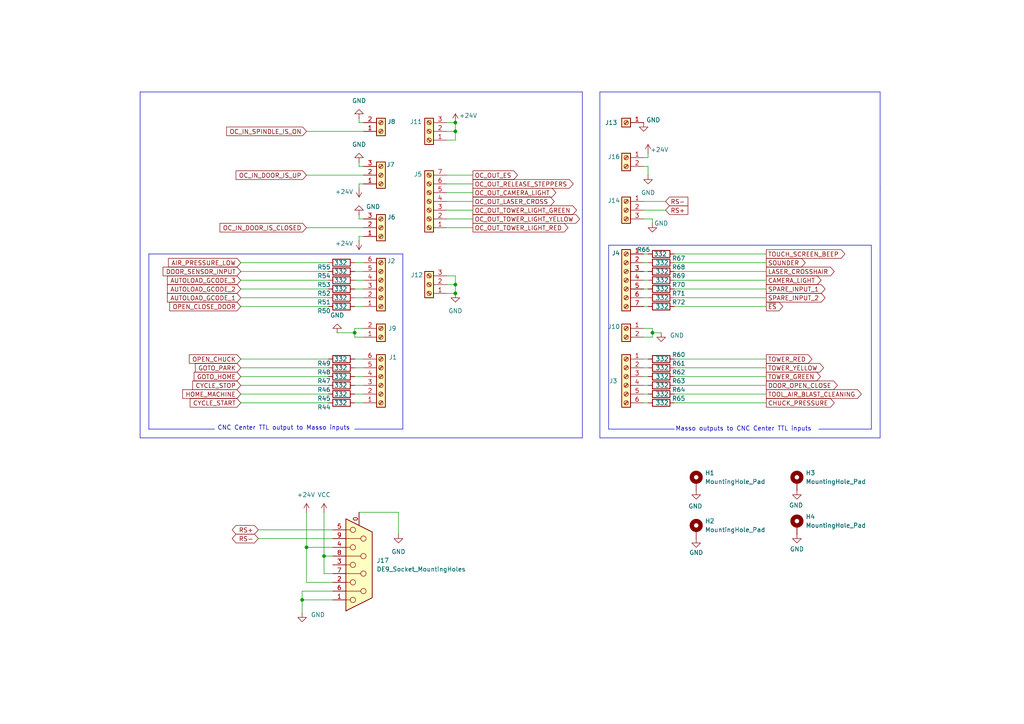
<source format=kicad_sch>
(kicad_sch
	(version 20250114)
	(generator "eeschema")
	(generator_version "9.0")
	(uuid "8bff8bb5-cd50-491e-9abe-e5a857237eeb")
	(paper "A4")
	(lib_symbols
		(symbol "Connector:DE9_Socket_MountingHoles"
			(pin_names
				(offset 1.016)
				(hide yes)
			)
			(exclude_from_sim no)
			(in_bom yes)
			(on_board yes)
			(property "Reference" "J"
				(at 0 16.51 0)
				(effects
					(font
						(size 1.27 1.27)
					)
				)
			)
			(property "Value" "DE9_Socket_MountingHoles"
				(at 0 14.605 0)
				(effects
					(font
						(size 1.27 1.27)
					)
				)
			)
			(property "Footprint" ""
				(at 0 0 0)
				(effects
					(font
						(size 1.27 1.27)
					)
					(hide yes)
				)
			)
			(property "Datasheet" "~"
				(at 0 0 0)
				(effects
					(font
						(size 1.27 1.27)
					)
					(hide yes)
				)
			)
			(property "Description" "9-pin D-SUB connector, socket (female), Mounting Hole"
				(at 0 0 0)
				(effects
					(font
						(size 1.27 1.27)
					)
					(hide yes)
				)
			)
			(property "ki_keywords" "DSUB DB9"
				(at 0 0 0)
				(effects
					(font
						(size 1.27 1.27)
					)
					(hide yes)
				)
			)
			(property "ki_fp_filters" "DSUB*Socket*"
				(at 0 0 0)
				(effects
					(font
						(size 1.27 1.27)
					)
					(hide yes)
				)
			)
			(symbol "DE9_Socket_MountingHoles_0_1"
				(polyline
					(pts
						(xy -3.81 13.335) (xy -3.81 -13.335) (xy 3.81 -9.525) (xy 3.81 9.525) (xy -3.81 13.335)
					)
					(stroke
						(width 0.254)
						(type default)
					)
					(fill
						(type background)
					)
				)
				(polyline
					(pts
						(xy -3.81 10.16) (xy -2.54 10.16)
					)
					(stroke
						(width 0)
						(type default)
					)
					(fill
						(type none)
					)
				)
				(polyline
					(pts
						(xy -3.81 7.62) (xy 0.508 7.62)
					)
					(stroke
						(width 0)
						(type default)
					)
					(fill
						(type none)
					)
				)
				(polyline
					(pts
						(xy -3.81 5.08) (xy -2.54 5.08)
					)
					(stroke
						(width 0)
						(type default)
					)
					(fill
						(type none)
					)
				)
				(polyline
					(pts
						(xy -3.81 2.54) (xy 0.508 2.54)
					)
					(stroke
						(width 0)
						(type default)
					)
					(fill
						(type none)
					)
				)
				(polyline
					(pts
						(xy -3.81 0) (xy -2.54 0)
					)
					(stroke
						(width 0)
						(type default)
					)
					(fill
						(type none)
					)
				)
				(polyline
					(pts
						(xy -3.81 -2.54) (xy 0.508 -2.54)
					)
					(stroke
						(width 0)
						(type default)
					)
					(fill
						(type none)
					)
				)
				(polyline
					(pts
						(xy -3.81 -5.08) (xy -2.54 -5.08)
					)
					(stroke
						(width 0)
						(type default)
					)
					(fill
						(type none)
					)
				)
				(polyline
					(pts
						(xy -3.81 -7.62) (xy 0.508 -7.62)
					)
					(stroke
						(width 0)
						(type default)
					)
					(fill
						(type none)
					)
				)
				(polyline
					(pts
						(xy -3.81 -10.16) (xy -2.54 -10.16)
					)
					(stroke
						(width 0)
						(type default)
					)
					(fill
						(type none)
					)
				)
				(circle
					(center -1.778 10.16)
					(radius 0.762)
					(stroke
						(width 0)
						(type default)
					)
					(fill
						(type none)
					)
				)
				(circle
					(center -1.778 5.08)
					(radius 0.762)
					(stroke
						(width 0)
						(type default)
					)
					(fill
						(type none)
					)
				)
				(circle
					(center -1.778 0)
					(radius 0.762)
					(stroke
						(width 0)
						(type default)
					)
					(fill
						(type none)
					)
				)
				(circle
					(center -1.778 -5.08)
					(radius 0.762)
					(stroke
						(width 0)
						(type default)
					)
					(fill
						(type none)
					)
				)
				(circle
					(center -1.778 -10.16)
					(radius 0.762)
					(stroke
						(width 0)
						(type default)
					)
					(fill
						(type none)
					)
				)
				(circle
					(center 1.27 7.62)
					(radius 0.762)
					(stroke
						(width 0)
						(type default)
					)
					(fill
						(type none)
					)
				)
				(circle
					(center 1.27 2.54)
					(radius 0.762)
					(stroke
						(width 0)
						(type default)
					)
					(fill
						(type none)
					)
				)
				(circle
					(center 1.27 -2.54)
					(radius 0.762)
					(stroke
						(width 0)
						(type default)
					)
					(fill
						(type none)
					)
				)
				(circle
					(center 1.27 -7.62)
					(radius 0.762)
					(stroke
						(width 0)
						(type default)
					)
					(fill
						(type none)
					)
				)
			)
			(symbol "DE9_Socket_MountingHoles_1_1"
				(pin passive line
					(at -7.62 10.16 0)
					(length 3.81)
					(name "1"
						(effects
							(font
								(size 1.27 1.27)
							)
						)
					)
					(number "1"
						(effects
							(font
								(size 1.27 1.27)
							)
						)
					)
				)
				(pin passive line
					(at -7.62 7.62 0)
					(length 3.81)
					(name "6"
						(effects
							(font
								(size 1.27 1.27)
							)
						)
					)
					(number "6"
						(effects
							(font
								(size 1.27 1.27)
							)
						)
					)
				)
				(pin passive line
					(at -7.62 5.08 0)
					(length 3.81)
					(name "2"
						(effects
							(font
								(size 1.27 1.27)
							)
						)
					)
					(number "2"
						(effects
							(font
								(size 1.27 1.27)
							)
						)
					)
				)
				(pin passive line
					(at -7.62 2.54 0)
					(length 3.81)
					(name "7"
						(effects
							(font
								(size 1.27 1.27)
							)
						)
					)
					(number "7"
						(effects
							(font
								(size 1.27 1.27)
							)
						)
					)
				)
				(pin passive line
					(at -7.62 0 0)
					(length 3.81)
					(name "3"
						(effects
							(font
								(size 1.27 1.27)
							)
						)
					)
					(number "3"
						(effects
							(font
								(size 1.27 1.27)
							)
						)
					)
				)
				(pin passive line
					(at -7.62 -2.54 0)
					(length 3.81)
					(name "8"
						(effects
							(font
								(size 1.27 1.27)
							)
						)
					)
					(number "8"
						(effects
							(font
								(size 1.27 1.27)
							)
						)
					)
				)
				(pin passive line
					(at -7.62 -5.08 0)
					(length 3.81)
					(name "4"
						(effects
							(font
								(size 1.27 1.27)
							)
						)
					)
					(number "4"
						(effects
							(font
								(size 1.27 1.27)
							)
						)
					)
				)
				(pin passive line
					(at -7.62 -7.62 0)
					(length 3.81)
					(name "9"
						(effects
							(font
								(size 1.27 1.27)
							)
						)
					)
					(number "9"
						(effects
							(font
								(size 1.27 1.27)
							)
						)
					)
				)
				(pin passive line
					(at -7.62 -10.16 0)
					(length 3.81)
					(name "5"
						(effects
							(font
								(size 1.27 1.27)
							)
						)
					)
					(number "5"
						(effects
							(font
								(size 1.27 1.27)
							)
						)
					)
				)
				(pin passive line
					(at 0 -15.24 90)
					(length 3.81)
					(name "PAD"
						(effects
							(font
								(size 1.27 1.27)
							)
						)
					)
					(number "0"
						(effects
							(font
								(size 1.27 1.27)
							)
						)
					)
				)
			)
			(embedded_fonts no)
		)
		(symbol "Connector:Screw_Terminal_01x01"
			(pin_names
				(offset 1.016)
				(hide yes)
			)
			(exclude_from_sim no)
			(in_bom yes)
			(on_board yes)
			(property "Reference" "J"
				(at 0 2.54 0)
				(effects
					(font
						(size 1.27 1.27)
					)
				)
			)
			(property "Value" "Screw_Terminal_01x01"
				(at 0 -2.54 0)
				(effects
					(font
						(size 1.27 1.27)
					)
				)
			)
			(property "Footprint" ""
				(at 0 0 0)
				(effects
					(font
						(size 1.27 1.27)
					)
					(hide yes)
				)
			)
			(property "Datasheet" "~"
				(at 0 0 0)
				(effects
					(font
						(size 1.27 1.27)
					)
					(hide yes)
				)
			)
			(property "Description" "Generic screw terminal, single row, 01x01, script generated (kicad-library-utils/schlib/autogen/connector/)"
				(at 0 0 0)
				(effects
					(font
						(size 1.27 1.27)
					)
					(hide yes)
				)
			)
			(property "ki_keywords" "screw terminal"
				(at 0 0 0)
				(effects
					(font
						(size 1.27 1.27)
					)
					(hide yes)
				)
			)
			(property "ki_fp_filters" "TerminalBlock*:*"
				(at 0 0 0)
				(effects
					(font
						(size 1.27 1.27)
					)
					(hide yes)
				)
			)
			(symbol "Screw_Terminal_01x01_1_1"
				(rectangle
					(start -1.27 1.27)
					(end 1.27 -1.27)
					(stroke
						(width 0.254)
						(type default)
					)
					(fill
						(type background)
					)
				)
				(polyline
					(pts
						(xy -0.5334 0.3302) (xy 0.3302 -0.508)
					)
					(stroke
						(width 0.1524)
						(type default)
					)
					(fill
						(type none)
					)
				)
				(polyline
					(pts
						(xy -0.3556 0.508) (xy 0.508 -0.3302)
					)
					(stroke
						(width 0.1524)
						(type default)
					)
					(fill
						(type none)
					)
				)
				(circle
					(center 0 0)
					(radius 0.635)
					(stroke
						(width 0.1524)
						(type default)
					)
					(fill
						(type none)
					)
				)
				(pin passive line
					(at -5.08 0 0)
					(length 3.81)
					(name "Pin_1"
						(effects
							(font
								(size 1.27 1.27)
							)
						)
					)
					(number "1"
						(effects
							(font
								(size 1.27 1.27)
							)
						)
					)
				)
			)
			(embedded_fonts no)
		)
		(symbol "Connector:Screw_Terminal_01x02"
			(pin_names
				(offset 1.016)
				(hide yes)
			)
			(exclude_from_sim no)
			(in_bom yes)
			(on_board yes)
			(property "Reference" "J"
				(at 0 2.54 0)
				(effects
					(font
						(size 1.27 1.27)
					)
				)
			)
			(property "Value" "Screw_Terminal_01x02"
				(at 0 -5.08 0)
				(effects
					(font
						(size 1.27 1.27)
					)
				)
			)
			(property "Footprint" ""
				(at 0 0 0)
				(effects
					(font
						(size 1.27 1.27)
					)
					(hide yes)
				)
			)
			(property "Datasheet" "~"
				(at 0 0 0)
				(effects
					(font
						(size 1.27 1.27)
					)
					(hide yes)
				)
			)
			(property "Description" "Generic screw terminal, single row, 01x02, script generated (kicad-library-utils/schlib/autogen/connector/)"
				(at 0 0 0)
				(effects
					(font
						(size 1.27 1.27)
					)
					(hide yes)
				)
			)
			(property "ki_keywords" "screw terminal"
				(at 0 0 0)
				(effects
					(font
						(size 1.27 1.27)
					)
					(hide yes)
				)
			)
			(property "ki_fp_filters" "TerminalBlock*:*"
				(at 0 0 0)
				(effects
					(font
						(size 1.27 1.27)
					)
					(hide yes)
				)
			)
			(symbol "Screw_Terminal_01x02_1_1"
				(rectangle
					(start -1.27 1.27)
					(end 1.27 -3.81)
					(stroke
						(width 0.254)
						(type default)
					)
					(fill
						(type background)
					)
				)
				(polyline
					(pts
						(xy -0.5334 0.3302) (xy 0.3302 -0.508)
					)
					(stroke
						(width 0.1524)
						(type default)
					)
					(fill
						(type none)
					)
				)
				(polyline
					(pts
						(xy -0.5334 -2.2098) (xy 0.3302 -3.048)
					)
					(stroke
						(width 0.1524)
						(type default)
					)
					(fill
						(type none)
					)
				)
				(polyline
					(pts
						(xy -0.3556 0.508) (xy 0.508 -0.3302)
					)
					(stroke
						(width 0.1524)
						(type default)
					)
					(fill
						(type none)
					)
				)
				(polyline
					(pts
						(xy -0.3556 -2.032) (xy 0.508 -2.8702)
					)
					(stroke
						(width 0.1524)
						(type default)
					)
					(fill
						(type none)
					)
				)
				(circle
					(center 0 0)
					(radius 0.635)
					(stroke
						(width 0.1524)
						(type default)
					)
					(fill
						(type none)
					)
				)
				(circle
					(center 0 -2.54)
					(radius 0.635)
					(stroke
						(width 0.1524)
						(type default)
					)
					(fill
						(type none)
					)
				)
				(pin passive line
					(at -5.08 0 0)
					(length 3.81)
					(name "Pin_1"
						(effects
							(font
								(size 1.27 1.27)
							)
						)
					)
					(number "1"
						(effects
							(font
								(size 1.27 1.27)
							)
						)
					)
				)
				(pin passive line
					(at -5.08 -2.54 0)
					(length 3.81)
					(name "Pin_2"
						(effects
							(font
								(size 1.27 1.27)
							)
						)
					)
					(number "2"
						(effects
							(font
								(size 1.27 1.27)
							)
						)
					)
				)
			)
			(embedded_fonts no)
		)
		(symbol "Connector:Screw_Terminal_01x03"
			(pin_names
				(offset 1.016)
				(hide yes)
			)
			(exclude_from_sim no)
			(in_bom yes)
			(on_board yes)
			(property "Reference" "J"
				(at 0 5.08 0)
				(effects
					(font
						(size 1.27 1.27)
					)
				)
			)
			(property "Value" "Screw_Terminal_01x03"
				(at 0 -5.08 0)
				(effects
					(font
						(size 1.27 1.27)
					)
				)
			)
			(property "Footprint" ""
				(at 0 0 0)
				(effects
					(font
						(size 1.27 1.27)
					)
					(hide yes)
				)
			)
			(property "Datasheet" "~"
				(at 0 0 0)
				(effects
					(font
						(size 1.27 1.27)
					)
					(hide yes)
				)
			)
			(property "Description" "Generic screw terminal, single row, 01x03, script generated (kicad-library-utils/schlib/autogen/connector/)"
				(at 0 0 0)
				(effects
					(font
						(size 1.27 1.27)
					)
					(hide yes)
				)
			)
			(property "ki_keywords" "screw terminal"
				(at 0 0 0)
				(effects
					(font
						(size 1.27 1.27)
					)
					(hide yes)
				)
			)
			(property "ki_fp_filters" "TerminalBlock*:*"
				(at 0 0 0)
				(effects
					(font
						(size 1.27 1.27)
					)
					(hide yes)
				)
			)
			(symbol "Screw_Terminal_01x03_1_1"
				(rectangle
					(start -1.27 3.81)
					(end 1.27 -3.81)
					(stroke
						(width 0.254)
						(type default)
					)
					(fill
						(type background)
					)
				)
				(polyline
					(pts
						(xy -0.5334 2.8702) (xy 0.3302 2.032)
					)
					(stroke
						(width 0.1524)
						(type default)
					)
					(fill
						(type none)
					)
				)
				(polyline
					(pts
						(xy -0.5334 0.3302) (xy 0.3302 -0.508)
					)
					(stroke
						(width 0.1524)
						(type default)
					)
					(fill
						(type none)
					)
				)
				(polyline
					(pts
						(xy -0.5334 -2.2098) (xy 0.3302 -3.048)
					)
					(stroke
						(width 0.1524)
						(type default)
					)
					(fill
						(type none)
					)
				)
				(polyline
					(pts
						(xy -0.3556 3.048) (xy 0.508 2.2098)
					)
					(stroke
						(width 0.1524)
						(type default)
					)
					(fill
						(type none)
					)
				)
				(polyline
					(pts
						(xy -0.3556 0.508) (xy 0.508 -0.3302)
					)
					(stroke
						(width 0.1524)
						(type default)
					)
					(fill
						(type none)
					)
				)
				(polyline
					(pts
						(xy -0.3556 -2.032) (xy 0.508 -2.8702)
					)
					(stroke
						(width 0.1524)
						(type default)
					)
					(fill
						(type none)
					)
				)
				(circle
					(center 0 2.54)
					(radius 0.635)
					(stroke
						(width 0.1524)
						(type default)
					)
					(fill
						(type none)
					)
				)
				(circle
					(center 0 0)
					(radius 0.635)
					(stroke
						(width 0.1524)
						(type default)
					)
					(fill
						(type none)
					)
				)
				(circle
					(center 0 -2.54)
					(radius 0.635)
					(stroke
						(width 0.1524)
						(type default)
					)
					(fill
						(type none)
					)
				)
				(pin passive line
					(at -5.08 2.54 0)
					(length 3.81)
					(name "Pin_1"
						(effects
							(font
								(size 1.27 1.27)
							)
						)
					)
					(number "1"
						(effects
							(font
								(size 1.27 1.27)
							)
						)
					)
				)
				(pin passive line
					(at -5.08 0 0)
					(length 3.81)
					(name "Pin_2"
						(effects
							(font
								(size 1.27 1.27)
							)
						)
					)
					(number "2"
						(effects
							(font
								(size 1.27 1.27)
							)
						)
					)
				)
				(pin passive line
					(at -5.08 -2.54 0)
					(length 3.81)
					(name "Pin_3"
						(effects
							(font
								(size 1.27 1.27)
							)
						)
					)
					(number "3"
						(effects
							(font
								(size 1.27 1.27)
							)
						)
					)
				)
			)
			(embedded_fonts no)
		)
		(symbol "Connector:Screw_Terminal_01x06"
			(pin_names
				(offset 1.016)
				(hide yes)
			)
			(exclude_from_sim no)
			(in_bom yes)
			(on_board yes)
			(property "Reference" "J"
				(at 0 7.62 0)
				(effects
					(font
						(size 1.27 1.27)
					)
				)
			)
			(property "Value" "Screw_Terminal_01x06"
				(at 0 -10.16 0)
				(effects
					(font
						(size 1.27 1.27)
					)
				)
			)
			(property "Footprint" ""
				(at 0 0 0)
				(effects
					(font
						(size 1.27 1.27)
					)
					(hide yes)
				)
			)
			(property "Datasheet" "~"
				(at 0 0 0)
				(effects
					(font
						(size 1.27 1.27)
					)
					(hide yes)
				)
			)
			(property "Description" "Generic screw terminal, single row, 01x06, script generated (kicad-library-utils/schlib/autogen/connector/)"
				(at 0 0 0)
				(effects
					(font
						(size 1.27 1.27)
					)
					(hide yes)
				)
			)
			(property "ki_keywords" "screw terminal"
				(at 0 0 0)
				(effects
					(font
						(size 1.27 1.27)
					)
					(hide yes)
				)
			)
			(property "ki_fp_filters" "TerminalBlock*:*"
				(at 0 0 0)
				(effects
					(font
						(size 1.27 1.27)
					)
					(hide yes)
				)
			)
			(symbol "Screw_Terminal_01x06_1_1"
				(rectangle
					(start -1.27 6.35)
					(end 1.27 -8.89)
					(stroke
						(width 0.254)
						(type default)
					)
					(fill
						(type background)
					)
				)
				(polyline
					(pts
						(xy -0.5334 5.4102) (xy 0.3302 4.572)
					)
					(stroke
						(width 0.1524)
						(type default)
					)
					(fill
						(type none)
					)
				)
				(polyline
					(pts
						(xy -0.5334 2.8702) (xy 0.3302 2.032)
					)
					(stroke
						(width 0.1524)
						(type default)
					)
					(fill
						(type none)
					)
				)
				(polyline
					(pts
						(xy -0.5334 0.3302) (xy 0.3302 -0.508)
					)
					(stroke
						(width 0.1524)
						(type default)
					)
					(fill
						(type none)
					)
				)
				(polyline
					(pts
						(xy -0.5334 -2.2098) (xy 0.3302 -3.048)
					)
					(stroke
						(width 0.1524)
						(type default)
					)
					(fill
						(type none)
					)
				)
				(polyline
					(pts
						(xy -0.5334 -4.7498) (xy 0.3302 -5.588)
					)
					(stroke
						(width 0.1524)
						(type default)
					)
					(fill
						(type none)
					)
				)
				(polyline
					(pts
						(xy -0.5334 -7.2898) (xy 0.3302 -8.128)
					)
					(stroke
						(width 0.1524)
						(type default)
					)
					(fill
						(type none)
					)
				)
				(polyline
					(pts
						(xy -0.3556 5.588) (xy 0.508 4.7498)
					)
					(stroke
						(width 0.1524)
						(type default)
					)
					(fill
						(type none)
					)
				)
				(polyline
					(pts
						(xy -0.3556 3.048) (xy 0.508 2.2098)
					)
					(stroke
						(width 0.1524)
						(type default)
					)
					(fill
						(type none)
					)
				)
				(polyline
					(pts
						(xy -0.3556 0.508) (xy 0.508 -0.3302)
					)
					(stroke
						(width 0.1524)
						(type default)
					)
					(fill
						(type none)
					)
				)
				(polyline
					(pts
						(xy -0.3556 -2.032) (xy 0.508 -2.8702)
					)
					(stroke
						(width 0.1524)
						(type default)
					)
					(fill
						(type none)
					)
				)
				(polyline
					(pts
						(xy -0.3556 -4.572) (xy 0.508 -5.4102)
					)
					(stroke
						(width 0.1524)
						(type default)
					)
					(fill
						(type none)
					)
				)
				(polyline
					(pts
						(xy -0.3556 -7.112) (xy 0.508 -7.9502)
					)
					(stroke
						(width 0.1524)
						(type default)
					)
					(fill
						(type none)
					)
				)
				(circle
					(center 0 5.08)
					(radius 0.635)
					(stroke
						(width 0.1524)
						(type default)
					)
					(fill
						(type none)
					)
				)
				(circle
					(center 0 2.54)
					(radius 0.635)
					(stroke
						(width 0.1524)
						(type default)
					)
					(fill
						(type none)
					)
				)
				(circle
					(center 0 0)
					(radius 0.635)
					(stroke
						(width 0.1524)
						(type default)
					)
					(fill
						(type none)
					)
				)
				(circle
					(center 0 -2.54)
					(radius 0.635)
					(stroke
						(width 0.1524)
						(type default)
					)
					(fill
						(type none)
					)
				)
				(circle
					(center 0 -5.08)
					(radius 0.635)
					(stroke
						(width 0.1524)
						(type default)
					)
					(fill
						(type none)
					)
				)
				(circle
					(center 0 -7.62)
					(radius 0.635)
					(stroke
						(width 0.1524)
						(type default)
					)
					(fill
						(type none)
					)
				)
				(pin passive line
					(at -5.08 5.08 0)
					(length 3.81)
					(name "Pin_1"
						(effects
							(font
								(size 1.27 1.27)
							)
						)
					)
					(number "1"
						(effects
							(font
								(size 1.27 1.27)
							)
						)
					)
				)
				(pin passive line
					(at -5.08 2.54 0)
					(length 3.81)
					(name "Pin_2"
						(effects
							(font
								(size 1.27 1.27)
							)
						)
					)
					(number "2"
						(effects
							(font
								(size 1.27 1.27)
							)
						)
					)
				)
				(pin passive line
					(at -5.08 0 0)
					(length 3.81)
					(name "Pin_3"
						(effects
							(font
								(size 1.27 1.27)
							)
						)
					)
					(number "3"
						(effects
							(font
								(size 1.27 1.27)
							)
						)
					)
				)
				(pin passive line
					(at -5.08 -2.54 0)
					(length 3.81)
					(name "Pin_4"
						(effects
							(font
								(size 1.27 1.27)
							)
						)
					)
					(number "4"
						(effects
							(font
								(size 1.27 1.27)
							)
						)
					)
				)
				(pin passive line
					(at -5.08 -5.08 0)
					(length 3.81)
					(name "Pin_5"
						(effects
							(font
								(size 1.27 1.27)
							)
						)
					)
					(number "5"
						(effects
							(font
								(size 1.27 1.27)
							)
						)
					)
				)
				(pin passive line
					(at -5.08 -7.62 0)
					(length 3.81)
					(name "Pin_6"
						(effects
							(font
								(size 1.27 1.27)
							)
						)
					)
					(number "6"
						(effects
							(font
								(size 1.27 1.27)
							)
						)
					)
				)
			)
			(embedded_fonts no)
		)
		(symbol "Connector:Screw_Terminal_01x07"
			(pin_names
				(offset 1.016)
				(hide yes)
			)
			(exclude_from_sim no)
			(in_bom yes)
			(on_board yes)
			(property "Reference" "J"
				(at 0 10.16 0)
				(effects
					(font
						(size 1.27 1.27)
					)
				)
			)
			(property "Value" "Screw_Terminal_01x07"
				(at 0 -10.16 0)
				(effects
					(font
						(size 1.27 1.27)
					)
				)
			)
			(property "Footprint" ""
				(at 0 0 0)
				(effects
					(font
						(size 1.27 1.27)
					)
					(hide yes)
				)
			)
			(property "Datasheet" "~"
				(at 0 0 0)
				(effects
					(font
						(size 1.27 1.27)
					)
					(hide yes)
				)
			)
			(property "Description" "Generic screw terminal, single row, 01x07, script generated (kicad-library-utils/schlib/autogen/connector/)"
				(at 0 0 0)
				(effects
					(font
						(size 1.27 1.27)
					)
					(hide yes)
				)
			)
			(property "ki_keywords" "screw terminal"
				(at 0 0 0)
				(effects
					(font
						(size 1.27 1.27)
					)
					(hide yes)
				)
			)
			(property "ki_fp_filters" "TerminalBlock*:*"
				(at 0 0 0)
				(effects
					(font
						(size 1.27 1.27)
					)
					(hide yes)
				)
			)
			(symbol "Screw_Terminal_01x07_1_1"
				(rectangle
					(start -1.27 8.89)
					(end 1.27 -8.89)
					(stroke
						(width 0.254)
						(type default)
					)
					(fill
						(type background)
					)
				)
				(polyline
					(pts
						(xy -0.5334 7.9502) (xy 0.3302 7.112)
					)
					(stroke
						(width 0.1524)
						(type default)
					)
					(fill
						(type none)
					)
				)
				(polyline
					(pts
						(xy -0.5334 5.4102) (xy 0.3302 4.572)
					)
					(stroke
						(width 0.1524)
						(type default)
					)
					(fill
						(type none)
					)
				)
				(polyline
					(pts
						(xy -0.5334 2.8702) (xy 0.3302 2.032)
					)
					(stroke
						(width 0.1524)
						(type default)
					)
					(fill
						(type none)
					)
				)
				(polyline
					(pts
						(xy -0.5334 0.3302) (xy 0.3302 -0.508)
					)
					(stroke
						(width 0.1524)
						(type default)
					)
					(fill
						(type none)
					)
				)
				(polyline
					(pts
						(xy -0.5334 -2.2098) (xy 0.3302 -3.048)
					)
					(stroke
						(width 0.1524)
						(type default)
					)
					(fill
						(type none)
					)
				)
				(polyline
					(pts
						(xy -0.5334 -4.7498) (xy 0.3302 -5.588)
					)
					(stroke
						(width 0.1524)
						(type default)
					)
					(fill
						(type none)
					)
				)
				(polyline
					(pts
						(xy -0.5334 -7.2898) (xy 0.3302 -8.128)
					)
					(stroke
						(width 0.1524)
						(type default)
					)
					(fill
						(type none)
					)
				)
				(polyline
					(pts
						(xy -0.3556 8.128) (xy 0.508 7.2898)
					)
					(stroke
						(width 0.1524)
						(type default)
					)
					(fill
						(type none)
					)
				)
				(polyline
					(pts
						(xy -0.3556 5.588) (xy 0.508 4.7498)
					)
					(stroke
						(width 0.1524)
						(type default)
					)
					(fill
						(type none)
					)
				)
				(polyline
					(pts
						(xy -0.3556 3.048) (xy 0.508 2.2098)
					)
					(stroke
						(width 0.1524)
						(type default)
					)
					(fill
						(type none)
					)
				)
				(polyline
					(pts
						(xy -0.3556 0.508) (xy 0.508 -0.3302)
					)
					(stroke
						(width 0.1524)
						(type default)
					)
					(fill
						(type none)
					)
				)
				(polyline
					(pts
						(xy -0.3556 -2.032) (xy 0.508 -2.8702)
					)
					(stroke
						(width 0.1524)
						(type default)
					)
					(fill
						(type none)
					)
				)
				(polyline
					(pts
						(xy -0.3556 -4.572) (xy 0.508 -5.4102)
					)
					(stroke
						(width 0.1524)
						(type default)
					)
					(fill
						(type none)
					)
				)
				(polyline
					(pts
						(xy -0.3556 -7.112) (xy 0.508 -7.9502)
					)
					(stroke
						(width 0.1524)
						(type default)
					)
					(fill
						(type none)
					)
				)
				(circle
					(center 0 7.62)
					(radius 0.635)
					(stroke
						(width 0.1524)
						(type default)
					)
					(fill
						(type none)
					)
				)
				(circle
					(center 0 5.08)
					(radius 0.635)
					(stroke
						(width 0.1524)
						(type default)
					)
					(fill
						(type none)
					)
				)
				(circle
					(center 0 2.54)
					(radius 0.635)
					(stroke
						(width 0.1524)
						(type default)
					)
					(fill
						(type none)
					)
				)
				(circle
					(center 0 0)
					(radius 0.635)
					(stroke
						(width 0.1524)
						(type default)
					)
					(fill
						(type none)
					)
				)
				(circle
					(center 0 -2.54)
					(radius 0.635)
					(stroke
						(width 0.1524)
						(type default)
					)
					(fill
						(type none)
					)
				)
				(circle
					(center 0 -5.08)
					(radius 0.635)
					(stroke
						(width 0.1524)
						(type default)
					)
					(fill
						(type none)
					)
				)
				(circle
					(center 0 -7.62)
					(radius 0.635)
					(stroke
						(width 0.1524)
						(type default)
					)
					(fill
						(type none)
					)
				)
				(pin passive line
					(at -5.08 7.62 0)
					(length 3.81)
					(name "Pin_1"
						(effects
							(font
								(size 1.27 1.27)
							)
						)
					)
					(number "1"
						(effects
							(font
								(size 1.27 1.27)
							)
						)
					)
				)
				(pin passive line
					(at -5.08 5.08 0)
					(length 3.81)
					(name "Pin_2"
						(effects
							(font
								(size 1.27 1.27)
							)
						)
					)
					(number "2"
						(effects
							(font
								(size 1.27 1.27)
							)
						)
					)
				)
				(pin passive line
					(at -5.08 2.54 0)
					(length 3.81)
					(name "Pin_3"
						(effects
							(font
								(size 1.27 1.27)
							)
						)
					)
					(number "3"
						(effects
							(font
								(size 1.27 1.27)
							)
						)
					)
				)
				(pin passive line
					(at -5.08 0 0)
					(length 3.81)
					(name "Pin_4"
						(effects
							(font
								(size 1.27 1.27)
							)
						)
					)
					(number "4"
						(effects
							(font
								(size 1.27 1.27)
							)
						)
					)
				)
				(pin passive line
					(at -5.08 -2.54 0)
					(length 3.81)
					(name "Pin_5"
						(effects
							(font
								(size 1.27 1.27)
							)
						)
					)
					(number "5"
						(effects
							(font
								(size 1.27 1.27)
							)
						)
					)
				)
				(pin passive line
					(at -5.08 -5.08 0)
					(length 3.81)
					(name "Pin_6"
						(effects
							(font
								(size 1.27 1.27)
							)
						)
					)
					(number "6"
						(effects
							(font
								(size 1.27 1.27)
							)
						)
					)
				)
				(pin passive line
					(at -5.08 -7.62 0)
					(length 3.81)
					(name "Pin_7"
						(effects
							(font
								(size 1.27 1.27)
							)
						)
					)
					(number "7"
						(effects
							(font
								(size 1.27 1.27)
							)
						)
					)
				)
			)
			(embedded_fonts no)
		)
		(symbol "Device:R"
			(pin_numbers
				(hide yes)
			)
			(pin_names
				(offset 0)
			)
			(exclude_from_sim no)
			(in_bom yes)
			(on_board yes)
			(property "Reference" "R"
				(at 2.032 0 90)
				(effects
					(font
						(size 1.27 1.27)
					)
				)
			)
			(property "Value" "R"
				(at 0 0 90)
				(effects
					(font
						(size 1.27 1.27)
					)
				)
			)
			(property "Footprint" ""
				(at -1.778 0 90)
				(effects
					(font
						(size 1.27 1.27)
					)
					(hide yes)
				)
			)
			(property "Datasheet" "~"
				(at 0 0 0)
				(effects
					(font
						(size 1.27 1.27)
					)
					(hide yes)
				)
			)
			(property "Description" "Resistor"
				(at 0 0 0)
				(effects
					(font
						(size 1.27 1.27)
					)
					(hide yes)
				)
			)
			(property "ki_keywords" "R res resistor"
				(at 0 0 0)
				(effects
					(font
						(size 1.27 1.27)
					)
					(hide yes)
				)
			)
			(property "ki_fp_filters" "R_*"
				(at 0 0 0)
				(effects
					(font
						(size 1.27 1.27)
					)
					(hide yes)
				)
			)
			(symbol "R_0_1"
				(rectangle
					(start -1.016 -2.54)
					(end 1.016 2.54)
					(stroke
						(width 0.254)
						(type default)
					)
					(fill
						(type none)
					)
				)
			)
			(symbol "R_1_1"
				(pin passive line
					(at 0 3.81 270)
					(length 1.27)
					(name "~"
						(effects
							(font
								(size 1.27 1.27)
							)
						)
					)
					(number "1"
						(effects
							(font
								(size 1.27 1.27)
							)
						)
					)
				)
				(pin passive line
					(at 0 -3.81 90)
					(length 1.27)
					(name "~"
						(effects
							(font
								(size 1.27 1.27)
							)
						)
					)
					(number "2"
						(effects
							(font
								(size 1.27 1.27)
							)
						)
					)
				)
			)
			(embedded_fonts no)
		)
		(symbol "Mechanical:MountingHole_Pad"
			(pin_numbers
				(hide yes)
			)
			(pin_names
				(offset 1.016)
				(hide yes)
			)
			(exclude_from_sim yes)
			(in_bom no)
			(on_board yes)
			(property "Reference" "H"
				(at 0 6.35 0)
				(effects
					(font
						(size 1.27 1.27)
					)
				)
			)
			(property "Value" "MountingHole_Pad"
				(at 0 4.445 0)
				(effects
					(font
						(size 1.27 1.27)
					)
				)
			)
			(property "Footprint" ""
				(at 0 0 0)
				(effects
					(font
						(size 1.27 1.27)
					)
					(hide yes)
				)
			)
			(property "Datasheet" "~"
				(at 0 0 0)
				(effects
					(font
						(size 1.27 1.27)
					)
					(hide yes)
				)
			)
			(property "Description" "Mounting Hole with connection"
				(at 0 0 0)
				(effects
					(font
						(size 1.27 1.27)
					)
					(hide yes)
				)
			)
			(property "ki_keywords" "mounting hole"
				(at 0 0 0)
				(effects
					(font
						(size 1.27 1.27)
					)
					(hide yes)
				)
			)
			(property "ki_fp_filters" "MountingHole*Pad*"
				(at 0 0 0)
				(effects
					(font
						(size 1.27 1.27)
					)
					(hide yes)
				)
			)
			(symbol "MountingHole_Pad_0_1"
				(circle
					(center 0 1.27)
					(radius 1.27)
					(stroke
						(width 1.27)
						(type default)
					)
					(fill
						(type none)
					)
				)
			)
			(symbol "MountingHole_Pad_1_1"
				(pin input line
					(at 0 -2.54 90)
					(length 2.54)
					(name "1"
						(effects
							(font
								(size 1.27 1.27)
							)
						)
					)
					(number "1"
						(effects
							(font
								(size 1.27 1.27)
							)
						)
					)
				)
			)
			(embedded_fonts no)
		)
		(symbol "power:+24V"
			(power)
			(pin_numbers
				(hide yes)
			)
			(pin_names
				(offset 0)
				(hide yes)
			)
			(exclude_from_sim no)
			(in_bom yes)
			(on_board yes)
			(property "Reference" "#PWR"
				(at 0 -3.81 0)
				(effects
					(font
						(size 1.27 1.27)
					)
					(hide yes)
				)
			)
			(property "Value" "+24V"
				(at 0 3.556 0)
				(effects
					(font
						(size 1.27 1.27)
					)
				)
			)
			(property "Footprint" ""
				(at 0 0 0)
				(effects
					(font
						(size 1.27 1.27)
					)
					(hide yes)
				)
			)
			(property "Datasheet" ""
				(at 0 0 0)
				(effects
					(font
						(size 1.27 1.27)
					)
					(hide yes)
				)
			)
			(property "Description" "Power symbol creates a global label with name \"+24V\""
				(at 0 0 0)
				(effects
					(font
						(size 1.27 1.27)
					)
					(hide yes)
				)
			)
			(property "ki_keywords" "global power"
				(at 0 0 0)
				(effects
					(font
						(size 1.27 1.27)
					)
					(hide yes)
				)
			)
			(symbol "+24V_0_1"
				(polyline
					(pts
						(xy -0.762 1.27) (xy 0 2.54)
					)
					(stroke
						(width 0)
						(type default)
					)
					(fill
						(type none)
					)
				)
				(polyline
					(pts
						(xy 0 2.54) (xy 0.762 1.27)
					)
					(stroke
						(width 0)
						(type default)
					)
					(fill
						(type none)
					)
				)
				(polyline
					(pts
						(xy 0 0) (xy 0 2.54)
					)
					(stroke
						(width 0)
						(type default)
					)
					(fill
						(type none)
					)
				)
			)
			(symbol "+24V_1_1"
				(pin power_in line
					(at 0 0 90)
					(length 0)
					(name "~"
						(effects
							(font
								(size 1.27 1.27)
							)
						)
					)
					(number "1"
						(effects
							(font
								(size 1.27 1.27)
							)
						)
					)
				)
			)
			(embedded_fonts no)
		)
		(symbol "power:GND"
			(power)
			(pin_numbers
				(hide yes)
			)
			(pin_names
				(offset 0)
				(hide yes)
			)
			(exclude_from_sim no)
			(in_bom yes)
			(on_board yes)
			(property "Reference" "#PWR"
				(at 0 -6.35 0)
				(effects
					(font
						(size 1.27 1.27)
					)
					(hide yes)
				)
			)
			(property "Value" "GND"
				(at 0 -3.81 0)
				(effects
					(font
						(size 1.27 1.27)
					)
				)
			)
			(property "Footprint" ""
				(at 0 0 0)
				(effects
					(font
						(size 1.27 1.27)
					)
					(hide yes)
				)
			)
			(property "Datasheet" ""
				(at 0 0 0)
				(effects
					(font
						(size 1.27 1.27)
					)
					(hide yes)
				)
			)
			(property "Description" "Power symbol creates a global label with name \"GND\" , ground"
				(at 0 0 0)
				(effects
					(font
						(size 1.27 1.27)
					)
					(hide yes)
				)
			)
			(property "ki_keywords" "global power"
				(at 0 0 0)
				(effects
					(font
						(size 1.27 1.27)
					)
					(hide yes)
				)
			)
			(symbol "GND_0_1"
				(polyline
					(pts
						(xy 0 0) (xy 0 -1.27) (xy 1.27 -1.27) (xy 0 -2.54) (xy -1.27 -1.27) (xy 0 -1.27)
					)
					(stroke
						(width 0)
						(type default)
					)
					(fill
						(type none)
					)
				)
			)
			(symbol "GND_1_1"
				(pin power_in line
					(at 0 0 270)
					(length 0)
					(name "~"
						(effects
							(font
								(size 1.27 1.27)
							)
						)
					)
					(number "1"
						(effects
							(font
								(size 1.27 1.27)
							)
						)
					)
				)
			)
			(embedded_fonts no)
		)
		(symbol "power:VCC"
			(power)
			(pin_numbers
				(hide yes)
			)
			(pin_names
				(offset 0)
				(hide yes)
			)
			(exclude_from_sim no)
			(in_bom yes)
			(on_board yes)
			(property "Reference" "#PWR"
				(at 0 -3.81 0)
				(effects
					(font
						(size 1.27 1.27)
					)
					(hide yes)
				)
			)
			(property "Value" "VCC"
				(at 0 3.556 0)
				(effects
					(font
						(size 1.27 1.27)
					)
				)
			)
			(property "Footprint" ""
				(at 0 0 0)
				(effects
					(font
						(size 1.27 1.27)
					)
					(hide yes)
				)
			)
			(property "Datasheet" ""
				(at 0 0 0)
				(effects
					(font
						(size 1.27 1.27)
					)
					(hide yes)
				)
			)
			(property "Description" "Power symbol creates a global label with name \"VCC\""
				(at 0 0 0)
				(effects
					(font
						(size 1.27 1.27)
					)
					(hide yes)
				)
			)
			(property "ki_keywords" "global power"
				(at 0 0 0)
				(effects
					(font
						(size 1.27 1.27)
					)
					(hide yes)
				)
			)
			(symbol "VCC_0_1"
				(polyline
					(pts
						(xy -0.762 1.27) (xy 0 2.54)
					)
					(stroke
						(width 0)
						(type default)
					)
					(fill
						(type none)
					)
				)
				(polyline
					(pts
						(xy 0 2.54) (xy 0.762 1.27)
					)
					(stroke
						(width 0)
						(type default)
					)
					(fill
						(type none)
					)
				)
				(polyline
					(pts
						(xy 0 0) (xy 0 2.54)
					)
					(stroke
						(width 0)
						(type default)
					)
					(fill
						(type none)
					)
				)
			)
			(symbol "VCC_1_1"
				(pin power_in line
					(at 0 0 90)
					(length 0)
					(name "~"
						(effects
							(font
								(size 1.27 1.27)
							)
						)
					)
					(number "1"
						(effects
							(font
								(size 1.27 1.27)
							)
						)
					)
				)
			)
			(embedded_fonts no)
		)
		(symbol "power:VDD"
			(power)
			(pin_numbers
				(hide yes)
			)
			(pin_names
				(offset 0)
				(hide yes)
			)
			(exclude_from_sim no)
			(in_bom yes)
			(on_board yes)
			(property "Reference" "#PWR"
				(at 0 -3.81 0)
				(effects
					(font
						(size 1.27 1.27)
					)
					(hide yes)
				)
			)
			(property "Value" "VDD"
				(at 0 3.556 0)
				(effects
					(font
						(size 1.27 1.27)
					)
				)
			)
			(property "Footprint" ""
				(at 0 0 0)
				(effects
					(font
						(size 1.27 1.27)
					)
					(hide yes)
				)
			)
			(property "Datasheet" ""
				(at 0 0 0)
				(effects
					(font
						(size 1.27 1.27)
					)
					(hide yes)
				)
			)
			(property "Description" "Power symbol creates a global label with name \"VDD\""
				(at 0 0 0)
				(effects
					(font
						(size 1.27 1.27)
					)
					(hide yes)
				)
			)
			(property "ki_keywords" "global power"
				(at 0 0 0)
				(effects
					(font
						(size 1.27 1.27)
					)
					(hide yes)
				)
			)
			(symbol "VDD_0_1"
				(polyline
					(pts
						(xy -0.762 1.27) (xy 0 2.54)
					)
					(stroke
						(width 0)
						(type default)
					)
					(fill
						(type none)
					)
				)
				(polyline
					(pts
						(xy 0 2.54) (xy 0.762 1.27)
					)
					(stroke
						(width 0)
						(type default)
					)
					(fill
						(type none)
					)
				)
				(polyline
					(pts
						(xy 0 0) (xy 0 2.54)
					)
					(stroke
						(width 0)
						(type default)
					)
					(fill
						(type none)
					)
				)
			)
			(symbol "VDD_1_1"
				(pin power_in line
					(at 0 0 90)
					(length 0)
					(name "~"
						(effects
							(font
								(size 1.27 1.27)
							)
						)
					)
					(number "1"
						(effects
							(font
								(size 1.27 1.27)
							)
						)
					)
				)
			)
			(embedded_fonts no)
		)
	)
	(text "CNC Center TTL output to Masso inputs"
		(exclude_from_sim no)
		(at 82.296 124.206 0)
		(effects
			(font
				(size 1.27 1.27)
			)
		)
		(uuid "1f631b1d-4515-4580-a7d4-9f77a69d8991")
	)
	(text "Masso outputs to CNC Center TTL inputs"
		(exclude_from_sim no)
		(at 215.646 124.46 0)
		(effects
			(font
				(size 1.27 1.27)
			)
		)
		(uuid "924ea164-a963-4ff9-b636-2bf57b4d7383")
	)
	(junction
		(at 102.87 96.52)
		(diameter 0)
		(color 0 0 0 0)
		(uuid "5564cb56-912c-49d8-a36c-6d27c8957c38")
	)
	(junction
		(at 88.9 158.75)
		(diameter 0)
		(color 0 0 0 0)
		(uuid "58e83cbf-c424-4ec9-834f-f7333fa503dd")
	)
	(junction
		(at 93.98 161.29)
		(diameter 0)
		(color 0 0 0 0)
		(uuid "5c17ed25-8d3a-44ba-a55f-47ac3f03aa40")
	)
	(junction
		(at 132.08 35.56)
		(diameter 0)
		(color 0 0 0 0)
		(uuid "72c87102-6bac-4128-85f0-6c858532ac9a")
	)
	(junction
		(at 132.08 85.09)
		(diameter 0)
		(color 0 0 0 0)
		(uuid "b91c8fa5-e454-45e0-97b7-f9cb2bdc8da5")
	)
	(junction
		(at 132.08 38.1)
		(diameter 0)
		(color 0 0 0 0)
		(uuid "bd8c1990-4ca2-412a-933c-28198facca51")
	)
	(junction
		(at 189.23 96.52)
		(diameter 0)
		(color 0 0 0 0)
		(uuid "d3a3283e-7bb5-43b4-a971-90efd24d3a93")
	)
	(junction
		(at 87.63 173.99)
		(diameter 0)
		(color 0 0 0 0)
		(uuid "eb4434ed-4665-438b-80a8-ce254fb0ed1f")
	)
	(junction
		(at 132.08 82.55)
		(diameter 0)
		(color 0 0 0 0)
		(uuid "fd242d32-92e0-4a7e-912b-8bd09fd9d597")
	)
	(polyline
		(pts
			(xy 116.84 73.66) (xy 116.84 124.46)
		)
		(stroke
			(width 0)
			(type default)
		)
		(uuid "08feb6e6-d0f1-4a97-a4bc-027efc2112a6")
	)
	(wire
		(pts
			(xy 189.23 63.5) (xy 189.23 64.77)
		)
		(stroke
			(width 0)
			(type default)
		)
		(uuid "09105176-03d2-4309-8f68-3022a7f1c441")
	)
	(wire
		(pts
			(xy 102.87 106.68) (xy 105.41 106.68)
		)
		(stroke
			(width 0)
			(type default)
		)
		(uuid "091ef853-c3d1-43f9-a06a-ab58bff178f2")
	)
	(wire
		(pts
			(xy 69.85 106.68) (xy 95.25 106.68)
		)
		(stroke
			(width 0)
			(type default)
		)
		(uuid "098b93e5-d285-43db-938e-1ddd09f6af4e")
	)
	(polyline
		(pts
			(xy 173.99 26.67) (xy 173.99 127)
		)
		(stroke
			(width 0)
			(type default)
		)
		(uuid "09dae241-40c6-415e-b1f6-b064c6af2157")
	)
	(wire
		(pts
			(xy 187.96 111.76) (xy 186.69 111.76)
		)
		(stroke
			(width 0)
			(type default)
		)
		(uuid "0a10761f-a9f1-4f3e-9c9b-203da66239c1")
	)
	(wire
		(pts
			(xy 102.87 116.84) (xy 105.41 116.84)
		)
		(stroke
			(width 0)
			(type default)
		)
		(uuid "0e33ce97-a198-4062-aeb7-180a01e5c465")
	)
	(wire
		(pts
			(xy 105.41 68.58) (xy 104.14 68.58)
		)
		(stroke
			(width 0)
			(type default)
		)
		(uuid "0f451311-ced4-42ce-9a33-205452af1b91")
	)
	(polyline
		(pts
			(xy 40.64 127) (xy 40.64 26.67)
		)
		(stroke
			(width 0)
			(type default)
		)
		(uuid "10d62401-18dc-41b3-b2d8-addffb07bd20")
	)
	(wire
		(pts
			(xy 88.9 168.91) (xy 96.52 168.91)
		)
		(stroke
			(width 0)
			(type default)
		)
		(uuid "139b3ac9-8eca-4490-8617-901eea11730e")
	)
	(wire
		(pts
			(xy 102.87 114.3) (xy 105.41 114.3)
		)
		(stroke
			(width 0)
			(type default)
		)
		(uuid "144035e3-dc6d-4c3e-9b98-d5750cf0db54")
	)
	(wire
		(pts
			(xy 186.69 48.26) (xy 187.96 48.26)
		)
		(stroke
			(width 0)
			(type default)
		)
		(uuid "168920e1-ab71-424a-92fd-3dd65df7625d")
	)
	(polyline
		(pts
			(xy 252.73 71.12) (xy 176.53 71.12)
		)
		(stroke
			(width 0)
			(type default)
		)
		(uuid "169a242c-e1e9-4105-aa7f-2159041e0df0")
	)
	(wire
		(pts
			(xy 102.87 111.76) (xy 105.41 111.76)
		)
		(stroke
			(width 0)
			(type default)
		)
		(uuid "192350b8-91a4-41cc-8cda-eea3efb22059")
	)
	(wire
		(pts
			(xy 187.96 48.26) (xy 187.96 50.8)
		)
		(stroke
			(width 0)
			(type default)
		)
		(uuid "1a278f21-64b6-4087-b889-c746b8545f42")
	)
	(wire
		(pts
			(xy 105.41 48.26) (xy 104.14 48.26)
		)
		(stroke
			(width 0)
			(type default)
		)
		(uuid "1cc5f6b1-050b-44ba-aa71-9150e8051e05")
	)
	(wire
		(pts
			(xy 88.9 158.75) (xy 88.9 168.91)
		)
		(stroke
			(width 0)
			(type default)
		)
		(uuid "1f6a31f0-f654-4530-847b-befcedafbacc")
	)
	(wire
		(pts
			(xy 222.25 111.76) (xy 195.58 111.76)
		)
		(stroke
			(width 0)
			(type default)
		)
		(uuid "1f761cce-4469-47ee-967f-ab22a8101be6")
	)
	(wire
		(pts
			(xy 105.41 95.25) (xy 102.87 95.25)
		)
		(stroke
			(width 0)
			(type default)
		)
		(uuid "1f94a494-2e80-4af9-9185-1dc446fa716d")
	)
	(wire
		(pts
			(xy 102.87 96.52) (xy 102.87 97.79)
		)
		(stroke
			(width 0)
			(type default)
		)
		(uuid "208b9ceb-f2f1-4970-8ca3-73bf733ede03")
	)
	(wire
		(pts
			(xy 222.25 116.84) (xy 195.58 116.84)
		)
		(stroke
			(width 0)
			(type default)
		)
		(uuid "20a45e88-c692-4c3f-86b0-9f54e8aea784")
	)
	(wire
		(pts
			(xy 69.85 104.14) (xy 95.25 104.14)
		)
		(stroke
			(width 0)
			(type default)
		)
		(uuid "2413e693-fedf-4f54-83c2-2a62010d865d")
	)
	(wire
		(pts
			(xy 187.96 76.2) (xy 186.69 76.2)
		)
		(stroke
			(width 0)
			(type default)
		)
		(uuid "250bb1ff-1920-40e0-84a4-e15651125527")
	)
	(wire
		(pts
			(xy 222.25 76.2) (xy 195.58 76.2)
		)
		(stroke
			(width 0)
			(type default)
		)
		(uuid "274cfa4e-f590-4a7e-b5f4-0eea01454777")
	)
	(polyline
		(pts
			(xy 255.27 54.61) (xy 255.27 127)
		)
		(stroke
			(width 0)
			(type default)
		)
		(uuid "290d7df9-7d6f-4997-96ef-87e7633c1da7")
	)
	(wire
		(pts
			(xy 69.85 111.76) (xy 95.25 111.76)
		)
		(stroke
			(width 0)
			(type default)
		)
		(uuid "2c10f690-1baf-42c2-adc5-c7fbe40f34e1")
	)
	(wire
		(pts
			(xy 187.96 78.74) (xy 186.69 78.74)
		)
		(stroke
			(width 0)
			(type default)
		)
		(uuid "2c9a206b-e0a0-4f2f-ad28-76cca4f476cb")
	)
	(wire
		(pts
			(xy 69.85 86.36) (xy 95.25 86.36)
		)
		(stroke
			(width 0)
			(type default)
		)
		(uuid "2dd55ff2-0011-491a-b00d-75aeb5356034")
	)
	(wire
		(pts
			(xy 102.87 109.22) (xy 105.41 109.22)
		)
		(stroke
			(width 0)
			(type default)
		)
		(uuid "31711a5a-7e66-4953-adb6-30bd2abbf5bd")
	)
	(polyline
		(pts
			(xy 168.91 26.67) (xy 168.91 127)
		)
		(stroke
			(width 0)
			(type default)
		)
		(uuid "32626c74-7d32-4a40-887a-e804a91acbcf")
	)
	(wire
		(pts
			(xy 186.69 45.72) (xy 187.96 45.72)
		)
		(stroke
			(width 0)
			(type default)
		)
		(uuid "370a3517-ef31-47c2-a462-19cb91d51cfa")
	)
	(wire
		(pts
			(xy 189.23 95.25) (xy 189.23 96.52)
		)
		(stroke
			(width 0)
			(type default)
		)
		(uuid "39e59ba0-9195-4849-a8cf-4ef4696c09c8")
	)
	(wire
		(pts
			(xy 187.96 73.66) (xy 186.69 73.66)
		)
		(stroke
			(width 0)
			(type default)
		)
		(uuid "3a7feba7-c7e4-4777-8494-9b369e0ea734")
	)
	(wire
		(pts
			(xy 186.69 63.5) (xy 189.23 63.5)
		)
		(stroke
			(width 0)
			(type default)
		)
		(uuid "3d27d4ca-ef7f-4507-8db7-770d3142ba74")
	)
	(wire
		(pts
			(xy 191.77 96.52) (xy 189.23 96.52)
		)
		(stroke
			(width 0)
			(type default)
		)
		(uuid "3d7b7e1b-2ef4-4539-a369-72d984e327fd")
	)
	(wire
		(pts
			(xy 129.54 60.96) (xy 137.16 60.96)
		)
		(stroke
			(width 0)
			(type default)
		)
		(uuid "3f59a2c7-c34d-494e-9ac5-9715df0db578")
	)
	(wire
		(pts
			(xy 137.16 53.34) (xy 129.54 53.34)
		)
		(stroke
			(width 0)
			(type default)
		)
		(uuid "425b3b7d-52b5-4221-8ccc-f4704dbf4a9a")
	)
	(wire
		(pts
			(xy 102.87 95.25) (xy 102.87 96.52)
		)
		(stroke
			(width 0)
			(type default)
		)
		(uuid "42a09c7b-de55-4dfc-be05-c7d60751a207")
	)
	(wire
		(pts
			(xy 74.93 156.21) (xy 96.52 156.21)
		)
		(stroke
			(width 0)
			(type default)
		)
		(uuid "42a2b717-0f0d-4eda-a6f9-fcc42361e677")
	)
	(wire
		(pts
			(xy 69.85 116.84) (xy 95.25 116.84)
		)
		(stroke
			(width 0)
			(type default)
		)
		(uuid "42d99ee0-0df4-4d24-9007-e9a67016aaf5")
	)
	(wire
		(pts
			(xy 132.08 38.1) (xy 132.08 40.64)
		)
		(stroke
			(width 0)
			(type default)
		)
		(uuid "438fe688-7542-4500-869d-8dfb44ad6630")
	)
	(wire
		(pts
			(xy 186.69 60.96) (xy 193.04 60.96)
		)
		(stroke
			(width 0)
			(type default)
		)
		(uuid "43b71b5d-a9c9-421c-b5d4-0a1d57889984")
	)
	(wire
		(pts
			(xy 69.85 81.28) (xy 95.25 81.28)
		)
		(stroke
			(width 0)
			(type default)
		)
		(uuid "4535845a-83bb-4ca8-98c9-a59d71785544")
	)
	(wire
		(pts
			(xy 93.98 148.59) (xy 93.98 161.29)
		)
		(stroke
			(width 0)
			(type default)
		)
		(uuid "476aca9c-069d-45be-beaa-da26cc61cc0c")
	)
	(polyline
		(pts
			(xy 173.99 127) (xy 255.27 127)
		)
		(stroke
			(width 0)
			(type default)
		)
		(uuid "480bb810-112c-46f0-a117-1ded9150a02c")
	)
	(wire
		(pts
			(xy 104.14 69.85) (xy 104.14 68.58)
		)
		(stroke
			(width 0)
			(type default)
		)
		(uuid "481ba938-1680-4634-bf63-c5b85cf9b7d0")
	)
	(polyline
		(pts
			(xy 168.91 127) (xy 40.64 127)
		)
		(stroke
			(width 0)
			(type default)
		)
		(uuid "48c0157f-c799-445d-9cc4-08843026cd5f")
	)
	(wire
		(pts
			(xy 132.08 82.55) (xy 132.08 80.01)
		)
		(stroke
			(width 0)
			(type default)
		)
		(uuid "4cc98e17-7490-4980-bf54-c495fa412edc")
	)
	(wire
		(pts
			(xy 69.85 76.2) (xy 95.25 76.2)
		)
		(stroke
			(width 0)
			(type default)
		)
		(uuid "4ee1172f-8ab0-4745-a78f-d749a53f30c6")
	)
	(wire
		(pts
			(xy 132.08 35.56) (xy 132.08 38.1)
		)
		(stroke
			(width 0)
			(type default)
		)
		(uuid "4f20c19e-ff48-4324-bad8-7eb7bd17d8d0")
	)
	(wire
		(pts
			(xy 87.63 173.99) (xy 96.52 173.99)
		)
		(stroke
			(width 0)
			(type default)
		)
		(uuid "500452ab-89c4-4632-b1b2-1ecf8f58513b")
	)
	(polyline
		(pts
			(xy 176.53 124.46) (xy 195.58 124.46)
		)
		(stroke
			(width 0)
			(type default)
		)
		(uuid "510ab023-af88-4474-a4f9-027f2cdf3057")
	)
	(wire
		(pts
			(xy 104.14 35.56) (xy 104.14 34.29)
		)
		(stroke
			(width 0)
			(type default)
		)
		(uuid "58d6ae15-0fc7-46b0-8153-205aefa6f035")
	)
	(wire
		(pts
			(xy 93.98 161.29) (xy 96.52 161.29)
		)
		(stroke
			(width 0)
			(type default)
		)
		(uuid "604e56c9-3243-4cf6-9949-f21c40d738e7")
	)
	(wire
		(pts
			(xy 69.85 83.82) (xy 95.25 83.82)
		)
		(stroke
			(width 0)
			(type default)
		)
		(uuid "633a5939-3fb2-426b-b968-119dba78bb45")
	)
	(wire
		(pts
			(xy 129.54 63.5) (xy 137.16 63.5)
		)
		(stroke
			(width 0)
			(type default)
		)
		(uuid "635c86d8-dc1c-4783-aa3b-22c447adb1b1")
	)
	(wire
		(pts
			(xy 88.9 148.59) (xy 88.9 158.75)
		)
		(stroke
			(width 0)
			(type default)
		)
		(uuid "63bcd0e2-9803-4da4-8b68-96e8e10725ec")
	)
	(polyline
		(pts
			(xy 43.18 124.46) (xy 62.23 124.46)
		)
		(stroke
			(width 0)
			(type default)
		)
		(uuid "6616e133-14e8-4561-9b66-3e20044c4c95")
	)
	(wire
		(pts
			(xy 102.87 76.2) (xy 105.41 76.2)
		)
		(stroke
			(width 0)
			(type default)
		)
		(uuid "66e448eb-4869-4392-b9f7-30be33815ef5")
	)
	(wire
		(pts
			(xy 186.69 58.42) (xy 193.04 58.42)
		)
		(stroke
			(width 0)
			(type default)
		)
		(uuid "6ce5757d-38f0-4f3b-a844-f875214ec987")
	)
	(wire
		(pts
			(xy 69.85 109.22) (xy 95.25 109.22)
		)
		(stroke
			(width 0)
			(type default)
		)
		(uuid "6da6c9b7-224c-40be-b949-03f5778efb02")
	)
	(wire
		(pts
			(xy 102.87 104.14) (xy 105.41 104.14)
		)
		(stroke
			(width 0)
			(type default)
		)
		(uuid "7155440b-c5da-4a5e-9922-dc4a7873a9f3")
	)
	(wire
		(pts
			(xy 132.08 85.09) (xy 132.08 82.55)
		)
		(stroke
			(width 0)
			(type default)
		)
		(uuid "730065b9-f97a-4ead-99a4-bc97637a655c")
	)
	(wire
		(pts
			(xy 129.54 85.09) (xy 132.08 85.09)
		)
		(stroke
			(width 0)
			(type default)
		)
		(uuid "739ed7a2-20fa-4101-8625-ed2cbeb4e3bc")
	)
	(wire
		(pts
			(xy 189.23 96.52) (xy 189.23 97.79)
		)
		(stroke
			(width 0)
			(type default)
		)
		(uuid "75815449-66df-4739-9c96-ab38a34818da")
	)
	(wire
		(pts
			(xy 129.54 80.01) (xy 132.08 80.01)
		)
		(stroke
			(width 0)
			(type default)
		)
		(uuid "788ae6e7-28ce-4d51-89c6-28bfa9ff0a3a")
	)
	(wire
		(pts
			(xy 88.9 158.75) (xy 96.52 158.75)
		)
		(stroke
			(width 0)
			(type default)
		)
		(uuid "79c63631-5692-44fe-a803-ab4d6a97a54a")
	)
	(wire
		(pts
			(xy 187.96 88.9) (xy 186.69 88.9)
		)
		(stroke
			(width 0)
			(type default)
		)
		(uuid "7a731d7f-05ac-4fa7-9fbb-94c9f0080fdb")
	)
	(polyline
		(pts
			(xy 116.84 73.66) (xy 43.18 73.66)
		)
		(stroke
			(width 0)
			(type default)
		)
		(uuid "7b72f856-7db2-4662-9d51-be7246bcc972")
	)
	(wire
		(pts
			(xy 222.25 104.14) (xy 195.58 104.14)
		)
		(stroke
			(width 0)
			(type default)
		)
		(uuid "7cbbd847-0270-4c86-b661-2258b9154dbc")
	)
	(wire
		(pts
			(xy 137.16 58.42) (xy 129.54 58.42)
		)
		(stroke
			(width 0)
			(type default)
		)
		(uuid "7dfffbaf-25ee-4fbb-98dd-4994f39db2e5")
	)
	(wire
		(pts
			(xy 222.25 114.3) (xy 195.58 114.3)
		)
		(stroke
			(width 0)
			(type default)
		)
		(uuid "83ac413d-89b6-491c-a265-4950341d8ed2")
	)
	(wire
		(pts
			(xy 102.87 88.9) (xy 105.41 88.9)
		)
		(stroke
			(width 0)
			(type default)
		)
		(uuid "83cfe46f-67f1-4c70-bd96-1d71ef500a13")
	)
	(wire
		(pts
			(xy 187.96 116.84) (xy 186.69 116.84)
		)
		(stroke
			(width 0)
			(type default)
		)
		(uuid "83fd9f8e-9b84-4069-9885-d69d4dbbc382")
	)
	(wire
		(pts
			(xy 93.98 161.29) (xy 93.98 166.37)
		)
		(stroke
			(width 0)
			(type default)
		)
		(uuid "8455c96f-8904-4d41-9bdd-a6b6b5491157")
	)
	(wire
		(pts
			(xy 104.14 63.5) (xy 104.14 62.23)
		)
		(stroke
			(width 0)
			(type default)
		)
		(uuid "847eb3e1-360a-4266-9ed4-2b5897e55759")
	)
	(wire
		(pts
			(xy 105.41 50.8) (xy 88.9 50.8)
		)
		(stroke
			(width 0)
			(type default)
		)
		(uuid "8829ad84-fe01-457d-86dc-49ee8a4b107f")
	)
	(wire
		(pts
			(xy 105.41 35.56) (xy 104.14 35.56)
		)
		(stroke
			(width 0)
			(type default)
		)
		(uuid "89071c64-eb68-4eeb-b13e-abeff09c8d39")
	)
	(wire
		(pts
			(xy 187.96 86.36) (xy 186.69 86.36)
		)
		(stroke
			(width 0)
			(type default)
		)
		(uuid "890837f0-77f9-45d6-ade1-69651efa0a70")
	)
	(wire
		(pts
			(xy 102.87 81.28) (xy 105.41 81.28)
		)
		(stroke
			(width 0)
			(type default)
		)
		(uuid "8cc85688-6337-4f05-89a6-6ebe2da2c86e")
	)
	(wire
		(pts
			(xy 105.41 66.04) (xy 88.9 66.04)
		)
		(stroke
			(width 0)
			(type default)
		)
		(uuid "8d0a25a8-dca7-461b-a8bf-581b29c33778")
	)
	(wire
		(pts
			(xy 69.85 78.74) (xy 95.25 78.74)
		)
		(stroke
			(width 0)
			(type default)
		)
		(uuid "8f8d4393-4c3e-4833-8f76-acbc164e6239")
	)
	(polyline
		(pts
			(xy 255.27 54.61) (xy 255.27 26.67)
		)
		(stroke
			(width 0)
			(type default)
		)
		(uuid "90cfc846-60f0-49cf-8bb1-39c1306df797")
	)
	(wire
		(pts
			(xy 222.25 88.9) (xy 195.58 88.9)
		)
		(stroke
			(width 0)
			(type default)
		)
		(uuid "92ba793b-e02d-4cc8-be87-f4001f1e39ac")
	)
	(wire
		(pts
			(xy 102.87 83.82) (xy 105.41 83.82)
		)
		(stroke
			(width 0)
			(type default)
		)
		(uuid "963bfc5d-c704-4cc7-a9ae-d7d4192ddc70")
	)
	(wire
		(pts
			(xy 222.25 106.68) (xy 195.58 106.68)
		)
		(stroke
			(width 0)
			(type default)
		)
		(uuid "96a31dbd-306d-4de9-b06d-5c672ae3dc1c")
	)
	(wire
		(pts
			(xy 102.87 78.74) (xy 105.41 78.74)
		)
		(stroke
			(width 0)
			(type default)
		)
		(uuid "98958e1d-124d-4a7f-98f4-b8976be458e6")
	)
	(wire
		(pts
			(xy 137.16 55.88) (xy 129.54 55.88)
		)
		(stroke
			(width 0)
			(type default)
		)
		(uuid "9c6ca8cc-2176-4f68-949c-f05fe3b2d824")
	)
	(wire
		(pts
			(xy 87.63 173.99) (xy 87.63 177.8)
		)
		(stroke
			(width 0)
			(type default)
		)
		(uuid "9e42a2bd-1d4d-4a37-b77b-5d53d52fe476")
	)
	(wire
		(pts
			(xy 186.69 95.25) (xy 189.23 95.25)
		)
		(stroke
			(width 0)
			(type default)
		)
		(uuid "a5fafad9-1a28-4260-be51-81f17e72fd94")
	)
	(wire
		(pts
			(xy 105.41 53.34) (xy 104.14 53.34)
		)
		(stroke
			(width 0)
			(type default)
		)
		(uuid "a7f401b7-f9a6-4bbe-934e-f2052a27b7cf")
	)
	(wire
		(pts
			(xy 96.52 171.45) (xy 87.63 171.45)
		)
		(stroke
			(width 0)
			(type default)
		)
		(uuid "aca272c9-7c0d-4c0e-a884-9db1b0bb61e0")
	)
	(wire
		(pts
			(xy 189.23 97.79) (xy 186.69 97.79)
		)
		(stroke
			(width 0)
			(type default)
		)
		(uuid "adb05f68-f831-4149-8c0a-9a5c0de5aaae")
	)
	(wire
		(pts
			(xy 187.96 106.68) (xy 186.69 106.68)
		)
		(stroke
			(width 0)
			(type default)
		)
		(uuid "af00b4d7-6309-4b44-8e39-4b8ea95c78c4")
	)
	(wire
		(pts
			(xy 222.25 83.82) (xy 195.58 83.82)
		)
		(stroke
			(width 0)
			(type default)
		)
		(uuid "b1bd4171-b09a-48d6-a3ed-b2f83bef5f99")
	)
	(wire
		(pts
			(xy 69.85 114.3) (xy 95.25 114.3)
		)
		(stroke
			(width 0)
			(type default)
		)
		(uuid "b551e933-1852-464a-8834-030fbf0f2ab7")
	)
	(wire
		(pts
			(xy 222.25 109.22) (xy 195.58 109.22)
		)
		(stroke
			(width 0)
			(type default)
		)
		(uuid "b76a91fe-851a-4bba-ad01-55fc807c4492")
	)
	(wire
		(pts
			(xy 129.54 82.55) (xy 132.08 82.55)
		)
		(stroke
			(width 0)
			(type default)
		)
		(uuid "b7785baf-caec-4cbb-97ea-7624e97d8422")
	)
	(polyline
		(pts
			(xy 40.64 26.67) (xy 168.91 26.67)
		)
		(stroke
			(width 0)
			(type default)
		)
		(uuid "b91f45d5-d838-437b-bad1-204d385dd165")
	)
	(wire
		(pts
			(xy 222.25 86.36) (xy 195.58 86.36)
		)
		(stroke
			(width 0)
			(type default)
		)
		(uuid "ba7669d0-12f6-4ca9-993f-dc174c3e6112")
	)
	(wire
		(pts
			(xy 129.54 38.1) (xy 132.08 38.1)
		)
		(stroke
			(width 0)
			(type default)
		)
		(uuid "bcb70511-91d7-4738-b202-a62c5b6f068f")
	)
	(wire
		(pts
			(xy 222.25 81.28) (xy 195.58 81.28)
		)
		(stroke
			(width 0)
			(type default)
		)
		(uuid "bd43b5ec-35c4-45c0-a431-7979c8c8bc1d")
	)
	(polyline
		(pts
			(xy 255.27 26.67) (xy 173.99 26.67)
		)
		(stroke
			(width 0)
			(type default)
		)
		(uuid "be21680b-90c0-42d1-aaf3-85f91728a564")
	)
	(wire
		(pts
			(xy 104.14 63.5) (xy 105.41 63.5)
		)
		(stroke
			(width 0)
			(type default)
		)
		(uuid "bf3817bf-2a10-4653-ab25-959adfa18d17")
	)
	(polyline
		(pts
			(xy 43.18 73.66) (xy 43.18 124.46)
		)
		(stroke
			(width 0)
			(type default)
		)
		(uuid "c04a9cf9-3c7d-4ca6-8475-f19917c299f9")
	)
	(wire
		(pts
			(xy 187.96 44.45) (xy 187.96 45.72)
		)
		(stroke
			(width 0)
			(type default)
		)
		(uuid "c052999b-884a-4574-ba47-fc1a3accbfdb")
	)
	(wire
		(pts
			(xy 93.98 166.37) (xy 96.52 166.37)
		)
		(stroke
			(width 0)
			(type default)
		)
		(uuid "c265491e-ba98-49c8-807e-3d042e50b03d")
	)
	(wire
		(pts
			(xy 129.54 66.04) (xy 137.16 66.04)
		)
		(stroke
			(width 0)
			(type default)
		)
		(uuid "c42e1694-6c34-46b0-a780-1149f1161526")
	)
	(polyline
		(pts
			(xy 176.53 71.12) (xy 176.53 124.46)
		)
		(stroke
			(width 0)
			(type default)
		)
		(uuid "c54bbfe1-33e0-4370-8d20-74f93d0c4a3e")
	)
	(wire
		(pts
			(xy 87.63 171.45) (xy 87.63 173.99)
		)
		(stroke
			(width 0)
			(type default)
		)
		(uuid "c62d0daf-c919-4fe7-957c-d7bea18fff32")
	)
	(wire
		(pts
			(xy 187.96 83.82) (xy 186.69 83.82)
		)
		(stroke
			(width 0)
			(type default)
		)
		(uuid "cd6560e1-b37d-4e46-81b3-1de1f39eed01")
	)
	(wire
		(pts
			(xy 222.25 73.66) (xy 195.58 73.66)
		)
		(stroke
			(width 0)
			(type default)
		)
		(uuid "cd691052-3558-4387-a947-2b5527fed710")
	)
	(wire
		(pts
			(xy 104.14 53.34) (xy 104.14 54.61)
		)
		(stroke
			(width 0)
			(type default)
		)
		(uuid "d0852e78-d99f-4ad9-bcd4-e5a3d68153a1")
	)
	(wire
		(pts
			(xy 129.54 35.56) (xy 132.08 35.56)
		)
		(stroke
			(width 0)
			(type default)
		)
		(uuid "d0e4a5ee-8a8f-4166-a4cb-d35bb16a7cc8")
	)
	(wire
		(pts
			(xy 102.87 97.79) (xy 105.41 97.79)
		)
		(stroke
			(width 0)
			(type default)
		)
		(uuid "d19e53d4-d5dd-4294-b1ab-94e67185a5e7")
	)
	(wire
		(pts
			(xy 187.96 104.14) (xy 186.69 104.14)
		)
		(stroke
			(width 0)
			(type default)
		)
		(uuid "d22adba1-651e-4354-b667-765dbf0f5214")
	)
	(polyline
		(pts
			(xy 237.49 124.46) (xy 252.73 124.46)
		)
		(stroke
			(width 0)
			(type default)
		)
		(uuid "d46e3709-9cac-44fc-9cce-3223393f83be")
	)
	(wire
		(pts
			(xy 129.54 40.64) (xy 132.08 40.64)
		)
		(stroke
			(width 0)
			(type default)
		)
		(uuid "d49fd5ff-21cf-4af1-a090-cf0265a76415")
	)
	(wire
		(pts
			(xy 69.85 88.9) (xy 95.25 88.9)
		)
		(stroke
			(width 0)
			(type default)
		)
		(uuid "d4bda4e2-5335-4b61-8716-99db926b9c0d")
	)
	(wire
		(pts
			(xy 105.41 38.1) (xy 88.9 38.1)
		)
		(stroke
			(width 0)
			(type default)
		)
		(uuid "d560f0be-e355-4029-9160-20ca2a34bd0b")
	)
	(wire
		(pts
			(xy 104.14 148.59) (xy 115.57 148.59)
		)
		(stroke
			(width 0)
			(type default)
		)
		(uuid "dd7d8aa9-9a29-4a9d-9531-50e23e47f1fb")
	)
	(wire
		(pts
			(xy 187.96 81.28) (xy 186.69 81.28)
		)
		(stroke
			(width 0)
			(type default)
		)
		(uuid "df335371-4234-4e83-a5b2-717855790d66")
	)
	(wire
		(pts
			(xy 187.96 109.22) (xy 186.69 109.22)
		)
		(stroke
			(width 0)
			(type default)
		)
		(uuid "dfc12302-064b-4b39-adb0-f199c659c8f7")
	)
	(wire
		(pts
			(xy 74.93 153.67) (xy 96.52 153.67)
		)
		(stroke
			(width 0)
			(type default)
		)
		(uuid "e08efa7c-250d-49b8-8a14-c67953d9e5de")
	)
	(wire
		(pts
			(xy 104.14 48.26) (xy 104.14 46.99)
		)
		(stroke
			(width 0)
			(type default)
		)
		(uuid "e13c7cd3-629a-4239-9fb0-9788f0d2c796")
	)
	(wire
		(pts
			(xy 137.16 50.8) (xy 129.54 50.8)
		)
		(stroke
			(width 0)
			(type default)
		)
		(uuid "e2977135-0d65-4b72-8b02-7e0351dc2e46")
	)
	(wire
		(pts
			(xy 222.25 78.74) (xy 195.58 78.74)
		)
		(stroke
			(width 0)
			(type default)
		)
		(uuid "e69129b2-9271-4c1a-9d45-5e2e67769b71")
	)
	(polyline
		(pts
			(xy 102.87 124.46) (xy 116.84 124.46)
		)
		(stroke
			(width 0)
			(type default)
		)
		(uuid "efdc5f33-0f29-473f-8d3e-49254e96d32a")
	)
	(wire
		(pts
			(xy 115.57 148.59) (xy 115.57 154.94)
		)
		(stroke
			(width 0)
			(type default)
		)
		(uuid "f49ba11e-01fb-420b-95b4-cb2b8189ea64")
	)
	(wire
		(pts
			(xy 102.87 86.36) (xy 105.41 86.36)
		)
		(stroke
			(width 0)
			(type default)
		)
		(uuid "f5cebf32-9272-46ca-b8f5-e04ba0fa0bef")
	)
	(polyline
		(pts
			(xy 252.73 71.12) (xy 252.73 124.46)
		)
		(stroke
			(width 0)
			(type default)
		)
		(uuid "f8864dfd-032d-4e2e-9b57-d31846f2a1d2")
	)
	(wire
		(pts
			(xy 97.79 96.52) (xy 102.87 96.52)
		)
		(stroke
			(width 0)
			(type default)
		)
		(uuid "f93c5b7e-6fb5-4dab-bb41-d60030388a3b")
	)
	(wire
		(pts
			(xy 187.96 114.3) (xy 186.69 114.3)
		)
		(stroke
			(width 0)
			(type default)
		)
		(uuid "fe3c7076-db34-452d-bea6-c99890609b8b")
	)
	(global_label "OC_OUT_TOWER_LIGHT_GREEN"
		(shape output)
		(at 137.16 60.96 0)
		(fields_autoplaced yes)
		(effects
			(font
				(size 1.27 1.27)
			)
			(justify left)
		)
		(uuid "0c61f1d9-76ab-4453-800d-7afc3ba5cc89")
		(property "Intersheetrefs" "${INTERSHEET_REFS}"
			(at 167.7827 60.96 0)
			(effects
				(font
					(size 1.27 1.27)
				)
				(justify left)
				(hide yes)
			)
		)
	)
	(global_label "GOTO_PARK"
		(shape input)
		(at 69.85 106.68 180)
		(fields_autoplaced yes)
		(effects
			(font
				(size 1.27 1.27)
			)
			(justify right)
		)
		(uuid "1a81a4c3-c3e5-4a25-bcd4-072e9bb0ee60")
		(property "Intersheetrefs" "${INTERSHEET_REFS}"
			(at 56.1 106.68 0)
			(effects
				(font
					(size 1.27 1.27)
				)
				(justify right)
				(hide yes)
			)
		)
	)
	(global_label "RS-"
		(shape input)
		(at 193.04 58.42 0)
		(fields_autoplaced yes)
		(effects
			(font
				(size 1.27 1.27)
			)
			(justify left)
		)
		(uuid "1a8d3d1c-b441-4a7e-95a6-e5e7348e567c")
		(property "Intersheetrefs" "${INTERSHEET_REFS}"
			(at 200.0771 58.42 0)
			(effects
				(font
					(size 1.27 1.27)
				)
				(justify left)
				(hide yes)
			)
		)
	)
	(global_label "AIR_PRESSURE_LOW"
		(shape input)
		(at 69.85 76.2 180)
		(fields_autoplaced yes)
		(effects
			(font
				(size 1.27 1.27)
			)
			(justify right)
		)
		(uuid "2059be29-d9f0-42d0-b940-a3d8100e1044")
		(property "Intersheetrefs" "${INTERSHEET_REFS}"
			(at 48.2987 76.2 0)
			(effects
				(font
					(size 1.27 1.27)
				)
				(justify right)
				(hide yes)
			)
		)
	)
	(global_label "RS+"
		(shape bidirectional)
		(at 74.93 153.67 180)
		(fields_autoplaced yes)
		(effects
			(font
				(size 1.27 1.27)
			)
			(justify right)
		)
		(uuid "24162736-adaa-478b-99dd-600ef843e396")
		(property "Intersheetrefs" "${INTERSHEET_REFS}"
			(at 66.7816 153.67 0)
			(effects
				(font
					(size 1.27 1.27)
				)
				(justify right)
				(hide yes)
			)
		)
	)
	(global_label "OC_OUT_RELEASE_STEPPERS"
		(shape output)
		(at 137.16 53.34 0)
		(fields_autoplaced yes)
		(effects
			(font
				(size 1.27 1.27)
			)
			(justify left)
		)
		(uuid "256c2cfa-431c-48b4-a433-9507edaeaaa7")
		(property "Intersheetrefs" "${INTERSHEET_REFS}"
			(at 166.8149 53.34 0)
			(effects
				(font
					(size 1.27 1.27)
				)
				(justify left)
				(hide yes)
			)
		)
	)
	(global_label "OPEN_CHUCK"
		(shape input)
		(at 69.85 104.14 180)
		(fields_autoplaced yes)
		(effects
			(font
				(size 1.27 1.27)
			)
			(justify right)
		)
		(uuid "2bfcc911-f75f-4183-bfbe-0aef4d44902a")
		(property "Intersheetrefs" "${INTERSHEET_REFS}"
			(at 54.3462 104.14 0)
			(effects
				(font
					(size 1.27 1.27)
				)
				(justify right)
				(hide yes)
			)
		)
	)
	(global_label "OPEN_CLOSE_DOOR"
		(shape input)
		(at 69.85 88.9 180)
		(fields_autoplaced yes)
		(effects
			(font
				(size 1.27 1.27)
			)
			(justify right)
		)
		(uuid "2fb6715f-e3f3-4b6b-9a50-317a58d6ed8d")
		(property "Intersheetrefs" "${INTERSHEET_REFS}"
			(at 48.6615 88.9 0)
			(effects
				(font
					(size 1.27 1.27)
				)
				(justify right)
				(hide yes)
			)
		)
	)
	(global_label "OC_IN_SPINDLE_IS_ON"
		(shape input)
		(at 88.9 38.1 180)
		(fields_autoplaced yes)
		(effects
			(font
				(size 1.27 1.27)
			)
			(justify right)
		)
		(uuid "40bafd2b-fa7a-473e-b357-933de11c9440")
		(property "Intersheetrefs" "${INTERSHEET_REFS}"
			(at 65.1714 38.1 0)
			(effects
				(font
					(size 1.27 1.27)
				)
				(justify right)
				(hide yes)
			)
		)
	)
	(global_label "LASER_CROSSHAIR"
		(shape output)
		(at 222.25 78.74 0)
		(fields_autoplaced yes)
		(effects
			(font
				(size 1.27 1.27)
			)
			(justify left)
		)
		(uuid "45212fb4-81d9-41d9-9dac-d91e4f5f757e")
		(property "Intersheetrefs" "${INTERSHEET_REFS}"
			(at 242.5314 78.74 0)
			(effects
				(font
					(size 1.27 1.27)
				)
				(justify left)
				(hide yes)
			)
		)
	)
	(global_label "SPARE_INPUT_2"
		(shape output)
		(at 222.25 86.36 0)
		(fields_autoplaced yes)
		(effects
			(font
				(size 1.27 1.27)
			)
			(justify left)
		)
		(uuid "5532aa67-f3c5-4f57-9558-368723f2f8b3")
		(property "Intersheetrefs" "${INTERSHEET_REFS}"
			(at 239.8704 86.36 0)
			(effects
				(font
					(size 1.27 1.27)
				)
				(justify left)
				(hide yes)
			)
		)
	)
	(global_label "RS+"
		(shape input)
		(at 193.04 60.96 0)
		(fields_autoplaced yes)
		(effects
			(font
				(size 1.27 1.27)
			)
			(justify left)
		)
		(uuid "5de21f91-cfb9-412a-a123-912955083c08")
		(property "Intersheetrefs" "${INTERSHEET_REFS}"
			(at 200.0771 60.96 0)
			(effects
				(font
					(size 1.27 1.27)
				)
				(justify left)
				(hide yes)
			)
		)
	)
	(global_label "HOME_MACHINE"
		(shape input)
		(at 69.85 114.3 180)
		(fields_autoplaced yes)
		(effects
			(font
				(size 1.27 1.27)
			)
			(justify right)
		)
		(uuid "62cbcb8f-db66-4e55-8672-11ec3de2a76a")
		(property "Intersheetrefs" "${INTERSHEET_REFS}"
			(at 52.411 114.3 0)
			(effects
				(font
					(size 1.27 1.27)
				)
				(justify right)
				(hide yes)
			)
		)
	)
	(global_label "OC_OUT_TOWER_LIGHT_YELLOW"
		(shape output)
		(at 137.16 63.5 0)
		(fields_autoplaced yes)
		(effects
			(font
				(size 1.27 1.27)
			)
			(justify left)
		)
		(uuid "673c1f64-822e-410c-8a8a-3ccd04a94278")
		(property "Intersheetrefs" "${INTERSHEET_REFS}"
			(at 168.6899 63.5 0)
			(effects
				(font
					(size 1.27 1.27)
				)
				(justify left)
				(hide yes)
			)
		)
	)
	(global_label "GOTO_HOME"
		(shape input)
		(at 69.85 109.22 180)
		(fields_autoplaced yes)
		(effects
			(font
				(size 1.27 1.27)
			)
			(justify right)
		)
		(uuid "6a81a4d3-b87e-49e0-ae9f-9811f16651b1")
		(property "Intersheetrefs" "${INTERSHEET_REFS}"
			(at 55.7372 109.22 0)
			(effects
				(font
					(size 1.27 1.27)
				)
				(justify right)
				(hide yes)
			)
		)
	)
	(global_label "~{ES}"
		(shape output)
		(at 222.25 88.9 0)
		(fields_autoplaced yes)
		(effects
			(font
				(size 1.27 1.27)
			)
			(justify left)
		)
		(uuid "6c20ab14-82ff-4674-80af-c544cbcf1dfa")
		(property "Intersheetrefs" "${INTERSHEET_REFS}"
			(at 227.5937 88.9 0)
			(effects
				(font
					(size 1.27 1.27)
				)
				(justify left)
				(hide yes)
			)
		)
	)
	(global_label "TOUCH_SCREEN_BEEP"
		(shape output)
		(at 222.25 73.66 0)
		(fields_autoplaced yes)
		(effects
			(font
				(size 1.27 1.27)
			)
			(justify left)
		)
		(uuid "7179ad5e-1168-4805-9ffa-8f1bdc6c3b70")
		(property "Intersheetrefs" "${INTERSHEET_REFS}"
			(at 245.6155 73.66 0)
			(effects
				(font
					(size 1.27 1.27)
				)
				(justify left)
				(hide yes)
			)
		)
	)
	(global_label "TOWER_GREEN"
		(shape output)
		(at 222.25 109.22 0)
		(fields_autoplaced yes)
		(effects
			(font
				(size 1.27 1.27)
			)
			(justify left)
		)
		(uuid "7a3a92db-97bb-4aac-8628-dc315d8c445e")
		(property "Intersheetrefs" "${INTERSHEET_REFS}"
			(at 238.5398 109.22 0)
			(effects
				(font
					(size 1.27 1.27)
				)
				(justify left)
				(hide yes)
			)
		)
	)
	(global_label "SPARE_INPUT_1"
		(shape output)
		(at 222.25 83.82 0)
		(fields_autoplaced yes)
		(effects
			(font
				(size 1.27 1.27)
			)
			(justify left)
		)
		(uuid "819b2bbd-572a-411f-b775-03e1912a3ca9")
		(property "Intersheetrefs" "${INTERSHEET_REFS}"
			(at 239.8704 83.82 0)
			(effects
				(font
					(size 1.27 1.27)
				)
				(justify left)
				(hide yes)
			)
		)
	)
	(global_label "TOWER_YELLOW"
		(shape output)
		(at 222.25 106.68 0)
		(fields_autoplaced yes)
		(effects
			(font
				(size 1.27 1.27)
			)
			(justify left)
		)
		(uuid "85b8967c-2e57-4abd-8e05-cf5a090f9e00")
		(property "Intersheetrefs" "${INTERSHEET_REFS}"
			(at 239.447 106.68 0)
			(effects
				(font
					(size 1.27 1.27)
				)
				(justify left)
				(hide yes)
			)
		)
	)
	(global_label "TOWER_RED"
		(shape output)
		(at 222.25 104.14 0)
		(fields_autoplaced yes)
		(effects
			(font
				(size 1.27 1.27)
			)
			(justify left)
		)
		(uuid "86adaa52-217a-41e2-903f-b4278629b91c")
		(property "Intersheetrefs" "${INTERSHEET_REFS}"
			(at 236.0603 104.14 0)
			(effects
				(font
					(size 1.27 1.27)
				)
				(justify left)
				(hide yes)
			)
		)
	)
	(global_label "AUTOLOAD_GCODE_3"
		(shape input)
		(at 69.85 81.28 180)
		(fields_autoplaced yes)
		(effects
			(font
				(size 1.27 1.27)
			)
			(justify right)
		)
		(uuid "8f6ad9fa-5f42-49e4-b243-837a4b0f1875")
		(property "Intersheetrefs" "${INTERSHEET_REFS}"
			(at 47.9962 81.28 0)
			(effects
				(font
					(size 1.27 1.27)
				)
				(justify right)
				(hide yes)
			)
		)
	)
	(global_label "AUTOLOAD_GCODE_2"
		(shape input)
		(at 69.85 83.82 180)
		(fields_autoplaced yes)
		(effects
			(font
				(size 1.27 1.27)
			)
			(justify right)
		)
		(uuid "9a05278c-5796-4ca0-b734-a72f91f7bb36")
		(property "Intersheetrefs" "${INTERSHEET_REFS}"
			(at 47.9962 83.82 0)
			(effects
				(font
					(size 1.27 1.27)
				)
				(justify right)
				(hide yes)
			)
		)
	)
	(global_label "DOOR_SENSOR_INPUT"
		(shape input)
		(at 69.85 78.74 180)
		(fields_autoplaced yes)
		(effects
			(font
				(size 1.27 1.27)
			)
			(justify right)
		)
		(uuid "9b0dce44-2215-4238-85fa-e10e2b8a1340")
		(property "Intersheetrefs" "${INTERSHEET_REFS}"
			(at 46.7262 78.74 0)
			(effects
				(font
					(size 1.27 1.27)
				)
				(justify right)
				(hide yes)
			)
		)
	)
	(global_label "DOOR_OPEN_CLOSE"
		(shape output)
		(at 222.25 111.76 0)
		(fields_autoplaced yes)
		(effects
			(font
				(size 1.27 1.27)
			)
			(justify left)
		)
		(uuid "9e50ef42-227f-4f61-a465-a744d011fe6f")
		(property "Intersheetrefs" "${INTERSHEET_REFS}"
			(at 243.4385 111.76 0)
			(effects
				(font
					(size 1.27 1.27)
				)
				(justify left)
				(hide yes)
			)
		)
	)
	(global_label "OC_IN_DOOR_IS_UP"
		(shape input)
		(at 88.9 50.8 180)
		(fields_autoplaced yes)
		(effects
			(font
				(size 1.27 1.27)
			)
			(justify right)
		)
		(uuid "aa1a1e94-5ca2-487f-8eec-6a46a6b88334")
		(property "Intersheetrefs" "${INTERSHEET_REFS}"
			(at 67.8928 50.8 0)
			(effects
				(font
					(size 1.27 1.27)
				)
				(justify right)
				(hide yes)
			)
		)
	)
	(global_label "CYCLE_START"
		(shape input)
		(at 69.85 116.84 180)
		(fields_autoplaced yes)
		(effects
			(font
				(size 1.27 1.27)
			)
			(justify right)
		)
		(uuid "af33fbab-2b90-49af-8ecb-e1ed3f150078")
		(property "Intersheetrefs" "${INTERSHEET_REFS}"
			(at 54.5882 116.84 0)
			(effects
				(font
					(size 1.27 1.27)
				)
				(justify right)
				(hide yes)
			)
		)
	)
	(global_label "OC_IN_DOOR_IS_CLOSED"
		(shape input)
		(at 88.9 66.04 180)
		(fields_autoplaced yes)
		(effects
			(font
				(size 1.27 1.27)
			)
			(justify right)
		)
		(uuid "b301a97c-a794-4b21-8b47-bccc654c96e8")
		(property "Intersheetrefs" "${INTERSHEET_REFS}"
			(at 63.2362 66.04 0)
			(effects
				(font
					(size 1.27 1.27)
				)
				(justify right)
				(hide yes)
			)
		)
	)
	(global_label "CAMERA_LIGHT"
		(shape output)
		(at 222.25 81.28 0)
		(fields_autoplaced yes)
		(effects
			(font
				(size 1.27 1.27)
			)
			(justify left)
		)
		(uuid "bfaa03e3-64a5-4ed7-8c63-1c62b27f3e5b")
		(property "Intersheetrefs" "${INTERSHEET_REFS}"
			(at 238.7214 81.28 0)
			(effects
				(font
					(size 1.27 1.27)
				)
				(justify left)
				(hide yes)
			)
		)
	)
	(global_label "OC_OUT_LASER_CROSS"
		(shape output)
		(at 137.16 58.42 0)
		(fields_autoplaced yes)
		(effects
			(font
				(size 1.27 1.27)
			)
			(justify left)
		)
		(uuid "c09b715e-bd77-4846-8f58-075c68496093")
		(property "Intersheetrefs" "${INTERSHEET_REFS}"
			(at 161.3118 58.42 0)
			(effects
				(font
					(size 1.27 1.27)
				)
				(justify left)
				(hide yes)
			)
		)
	)
	(global_label "AUTOLOAD_GCODE_1"
		(shape input)
		(at 69.85 86.36 180)
		(fields_autoplaced yes)
		(effects
			(font
				(size 1.27 1.27)
			)
			(justify right)
		)
		(uuid "cc5ff0fb-ba25-44c7-9ae5-eb7625313851")
		(property "Intersheetrefs" "${INTERSHEET_REFS}"
			(at 47.9962 86.36 0)
			(effects
				(font
					(size 1.27 1.27)
				)
				(justify right)
				(hide yes)
			)
		)
	)
	(global_label "RS-"
		(shape bidirectional)
		(at 74.93 156.21 180)
		(fields_autoplaced yes)
		(effects
			(font
				(size 1.27 1.27)
			)
			(justify right)
		)
		(uuid "cf498cb7-8c5f-438c-b662-e68ea958cc55")
		(property "Intersheetrefs" "${INTERSHEET_REFS}"
			(at 66.7816 156.21 0)
			(effects
				(font
					(size 1.27 1.27)
				)
				(justify right)
				(hide yes)
			)
		)
	)
	(global_label "OC_OUT_TOWER_LIGHT_RED"
		(shape output)
		(at 137.16 66.04 0)
		(fields_autoplaced yes)
		(effects
			(font
				(size 1.27 1.27)
			)
			(justify left)
		)
		(uuid "d49d7151-2380-4579-ae8b-e896caa4cbe5")
		(property "Intersheetrefs" "${INTERSHEET_REFS}"
			(at 165.3032 66.04 0)
			(effects
				(font
					(size 1.27 1.27)
				)
				(justify left)
				(hide yes)
			)
		)
	)
	(global_label "TOOL_AIR_BLAST_CLEANING"
		(shape output)
		(at 222.25 114.3 0)
		(fields_autoplaced yes)
		(effects
			(font
				(size 1.27 1.27)
			)
			(justify left)
		)
		(uuid "d4cacb25-2619-46cf-8cd1-bfa199397567")
		(property "Intersheetrefs" "${INTERSHEET_REFS}"
			(at 250.3934 114.3 0)
			(effects
				(font
					(size 1.27 1.27)
				)
				(justify left)
				(hide yes)
			)
		)
	)
	(global_label "CHUCK_PRESSURE"
		(shape output)
		(at 222.25 116.84 0)
		(fields_autoplaced yes)
		(effects
			(font
				(size 1.27 1.27)
			)
			(justify left)
		)
		(uuid "d69f4041-c948-4e2e-89d1-bd639614291f")
		(property "Intersheetrefs" "${INTERSHEET_REFS}"
			(at 242.5313 116.84 0)
			(effects
				(font
					(size 1.27 1.27)
				)
				(justify left)
				(hide yes)
			)
		)
	)
	(global_label "OC_OUT_ES"
		(shape output)
		(at 137.16 50.8 0)
		(fields_autoplaced yes)
		(effects
			(font
				(size 1.27 1.27)
			)
			(justify left)
		)
		(uuid "da173b0c-b92e-4ff0-81d6-be724cba96a9")
		(property "Intersheetrefs" "${INTERSHEET_REFS}"
			(at 150.668 50.8 0)
			(effects
				(font
					(size 1.27 1.27)
				)
				(justify left)
				(hide yes)
			)
		)
	)
	(global_label "SOUNDER"
		(shape output)
		(at 222.25 76.2 0)
		(fields_autoplaced yes)
		(effects
			(font
				(size 1.27 1.27)
			)
			(justify left)
		)
		(uuid "db1a40bb-704b-448a-9f47-1649adc8d291")
		(property "Intersheetrefs" "${INTERSHEET_REFS}"
			(at 234.1252 76.2 0)
			(effects
				(font
					(size 1.27 1.27)
				)
				(justify left)
				(hide yes)
			)
		)
	)
	(global_label "OC_OUT_CAMERA_LIGHT"
		(shape output)
		(at 137.16 55.88 0)
		(fields_autoplaced yes)
		(effects
			(font
				(size 1.27 1.27)
			)
			(justify left)
		)
		(uuid "edf20c2c-3c78-40cb-91c2-1281a1f8a8ba")
		(property "Intersheetrefs" "${INTERSHEET_REFS}"
			(at 156.4737 55.88 0)
			(effects
				(font
					(size 1.27 1.27)
				)
				(justify left)
				(hide yes)
			)
		)
	)
	(global_label "CYCLE_STOP"
		(shape input)
		(at 69.85 111.76 180)
		(fields_autoplaced yes)
		(effects
			(font
				(size 1.27 1.27)
			)
			(justify right)
		)
		(uuid "f0023472-edd3-4774-a4bf-d9af837bec84")
		(property "Intersheetrefs" "${INTERSHEET_REFS}"
			(at 55.3139 111.76 0)
			(effects
				(font
					(size 1.27 1.27)
				)
				(justify right)
				(hide yes)
			)
		)
	)
	(symbol
		(lib_id "Connector:Screw_Terminal_01x07")
		(at 124.46 58.42 180)
		(unit 1)
		(exclude_from_sim no)
		(in_bom yes)
		(on_board yes)
		(dnp no)
		(uuid "05c7706c-22ec-4f29-84c0-233f858996e3")
		(property "Reference" "J5"
			(at 122.428 50.546 0)
			(effects
				(font
					(size 1.27 1.27)
				)
				(justify left)
			)
		)
		(property "Value" "7pins"
			(at 121.92 57.1501 0)
			(effects
				(font
					(size 1.27 1.27)
				)
				(justify left)
				(hide yes)
			)
		)
		(property "Footprint" "Connector_Phoenix_MC:PhoenixContact_MCV_1,5_7-G-3.81_1x07_P3.81mm_Vertical"
			(at 124.46 58.42 0)
			(effects
				(font
					(size 1.27 1.27)
				)
				(hide yes)
			)
		)
		(property "Datasheet" "~"
			(at 124.46 58.42 0)
			(effects
				(font
					(size 1.27 1.27)
				)
				(hide yes)
			)
		)
		(property "Description" "Generic screw terminal, single row, 01x07, script generated (kicad-library-utils/schlib/autogen/connector/)"
			(at 124.46 58.42 0)
			(effects
				(font
					(size 1.27 1.27)
				)
				(hide yes)
			)
		)
		(pin "7"
			(uuid "d9806ba9-7fa1-4daf-9d3b-044789e83fde")
		)
		(pin "3"
			(uuid "59892e27-5c69-4dc6-a16c-2879ba85147b")
		)
		(pin "2"
			(uuid "6e534bf0-2350-4f15-9dc0-53e9cdf5f2a6")
		)
		(pin "4"
			(uuid "0e1afd5f-5c66-43fb-ad08-ccfc49cbf030")
		)
		(pin "1"
			(uuid "5933950e-5baf-468a-8068-b5671874695f")
		)
		(pin "5"
			(uuid "b129df84-e34f-42fb-93a1-7583a0a3ba06")
		)
		(pin "6"
			(uuid "706f695f-2348-4551-b999-3d22471e289a")
		)
		(instances
			(project "central_control"
				(path "/24bc57b9-acf8-493e-9df6-7015f7e1bb8a/ba548bf2-35f3-402f-92fd-674425794e20"
					(reference "J5")
					(unit 1)
				)
			)
		)
	)
	(symbol
		(lib_id "Device:R")
		(at 99.06 81.28 90)
		(mirror x)
		(unit 1)
		(exclude_from_sim no)
		(in_bom yes)
		(on_board yes)
		(dnp no)
		(uuid "07edcdf3-be50-44ad-bb54-7d92d797c1a9")
		(property "Reference" "R53"
			(at 93.98 82.55 90)
			(effects
				(font
					(size 1.27 1.27)
				)
			)
		)
		(property "Value" "332"
			(at 98.806 81.28 90)
			(effects
				(font
					(size 1.27 1.27)
				)
			)
		)
		(property "Footprint" "Resistor_SMD:R_1206_3216Metric_Pad1.30x1.75mm_HandSolder"
			(at 99.06 79.502 90)
			(effects
				(font
					(size 1.27 1.27)
				)
				(hide yes)
			)
		)
		(property "Datasheet" "~"
			(at 99.06 81.28 0)
			(effects
				(font
					(size 1.27 1.27)
				)
				(hide yes)
			)
		)
		(property "Description" "Resistor"
			(at 99.06 81.28 0)
			(effects
				(font
					(size 1.27 1.27)
				)
				(hide yes)
			)
		)
		(pin "2"
			(uuid "fc6b1c4c-5a81-443e-8f6b-179e8be6e5b7")
		)
		(pin "1"
			(uuid "9ab83be2-5a51-4112-aed3-2841a8c09dac")
		)
		(instances
			(project "central_control"
				(path "/24bc57b9-acf8-493e-9df6-7015f7e1bb8a/ba548bf2-35f3-402f-92fd-674425794e20"
					(reference "R53")
					(unit 1)
				)
			)
		)
	)
	(symbol
		(lib_id "Mechanical:MountingHole_Pad")
		(at 231.14 139.7 0)
		(unit 1)
		(exclude_from_sim yes)
		(in_bom no)
		(on_board yes)
		(dnp no)
		(fields_autoplaced yes)
		(uuid "090b730a-0b5a-4d61-955f-7310862a896c")
		(property "Reference" "H3"
			(at 233.68 137.1599 0)
			(effects
				(font
					(size 1.27 1.27)
				)
				(justify left)
			)
		)
		(property "Value" "MountingHole_Pad"
			(at 233.68 139.6999 0)
			(effects
				(font
					(size 1.27 1.27)
				)
				(justify left)
			)
		)
		(property "Footprint" "MountingHole:MountingHole_3.2mm_M3_DIN965_Pad_TopBottom"
			(at 231.14 139.7 0)
			(effects
				(font
					(size 1.27 1.27)
				)
				(hide yes)
			)
		)
		(property "Datasheet" "~"
			(at 231.14 139.7 0)
			(effects
				(font
					(size 1.27 1.27)
				)
				(hide yes)
			)
		)
		(property "Description" "Mounting Hole with connection"
			(at 231.14 139.7 0)
			(effects
				(font
					(size 1.27 1.27)
				)
				(hide yes)
			)
		)
		(pin "1"
			(uuid "168bcbb3-1c72-4856-bf7e-b76ca10f9dfb")
		)
		(instances
			(project "central_control"
				(path "/24bc57b9-acf8-493e-9df6-7015f7e1bb8a/ba548bf2-35f3-402f-92fd-674425794e20"
					(reference "H3")
					(unit 1)
				)
			)
		)
	)
	(symbol
		(lib_id "Device:R")
		(at 99.06 76.2 90)
		(mirror x)
		(unit 1)
		(exclude_from_sim no)
		(in_bom yes)
		(on_board yes)
		(dnp no)
		(uuid "0cb13fd4-0346-4da7-a4fc-cd6b438588a7")
		(property "Reference" "R55"
			(at 93.98 77.47 90)
			(effects
				(font
					(size 1.27 1.27)
				)
			)
		)
		(property "Value" "332"
			(at 98.806 76.2 90)
			(effects
				(font
					(size 1.27 1.27)
				)
			)
		)
		(property "Footprint" "Resistor_SMD:R_1206_3216Metric_Pad1.30x1.75mm_HandSolder"
			(at 99.06 74.422 90)
			(effects
				(font
					(size 1.27 1.27)
				)
				(hide yes)
			)
		)
		(property "Datasheet" "~"
			(at 99.06 76.2 0)
			(effects
				(font
					(size 1.27 1.27)
				)
				(hide yes)
			)
		)
		(property "Description" "Resistor"
			(at 99.06 76.2 0)
			(effects
				(font
					(size 1.27 1.27)
				)
				(hide yes)
			)
		)
		(pin "2"
			(uuid "fb17e497-f54a-4b86-bd1f-ebd97869cd4d")
		)
		(pin "1"
			(uuid "ea6ba2c9-3b25-45f4-8895-7c4ff8b78d96")
		)
		(instances
			(project "central_control"
				(path "/24bc57b9-acf8-493e-9df6-7015f7e1bb8a/ba548bf2-35f3-402f-92fd-674425794e20"
					(reference "R55")
					(unit 1)
				)
			)
		)
	)
	(symbol
		(lib_id "Connector:Screw_Terminal_01x02")
		(at 181.61 95.25 0)
		(mirror y)
		(unit 1)
		(exclude_from_sim no)
		(in_bom yes)
		(on_board yes)
		(dnp no)
		(uuid "1385a979-543f-46e4-9bbc-1fea5e7c32b8")
		(property "Reference" "J10"
			(at 178.054 94.742 0)
			(effects
				(font
					(size 1.27 1.27)
				)
			)
		)
		(property "Value" "Phoenix"
			(at 181.61 91.44 0)
			(effects
				(font
					(size 1.27 1.27)
				)
				(hide yes)
			)
		)
		(property "Footprint" "Connector_Phoenix_MC:PhoenixContact_MCV_1,5_2-G-3.81_1x02_P3.81mm_Vertical"
			(at 181.61 95.25 0)
			(effects
				(font
					(size 1.27 1.27)
				)
				(hide yes)
			)
		)
		(property "Datasheet" "~"
			(at 181.61 95.25 0)
			(effects
				(font
					(size 1.27 1.27)
				)
				(hide yes)
			)
		)
		(property "Description" "Generic screw terminal, single row, 01x02, script generated (kicad-library-utils/schlib/autogen/connector/)"
			(at 181.61 95.25 0)
			(effects
				(font
					(size 1.27 1.27)
				)
				(hide yes)
			)
		)
		(pin "2"
			(uuid "349de274-a1a1-48b8-bc8e-e784d05378a2")
		)
		(pin "1"
			(uuid "79b6d768-8f91-40bb-9963-24f69c9ddf0d")
		)
		(instances
			(project "central_control"
				(path "/24bc57b9-acf8-493e-9df6-7015f7e1bb8a/ba548bf2-35f3-402f-92fd-674425794e20"
					(reference "J10")
					(unit 1)
				)
			)
		)
	)
	(symbol
		(lib_id "Device:R")
		(at 99.06 106.68 90)
		(mirror x)
		(unit 1)
		(exclude_from_sim no)
		(in_bom yes)
		(on_board yes)
		(dnp no)
		(uuid "1b863929-ac76-43df-98a1-4dfec08db0c2")
		(property "Reference" "R48"
			(at 93.98 107.95 90)
			(effects
				(font
					(size 1.27 1.27)
				)
			)
		)
		(property "Value" "332"
			(at 98.806 106.68 90)
			(effects
				(font
					(size 1.27 1.27)
				)
			)
		)
		(property "Footprint" "Resistor_SMD:R_1206_3216Metric_Pad1.30x1.75mm_HandSolder"
			(at 99.06 104.902 90)
			(effects
				(font
					(size 1.27 1.27)
				)
				(hide yes)
			)
		)
		(property "Datasheet" "~"
			(at 99.06 106.68 0)
			(effects
				(font
					(size 1.27 1.27)
				)
				(hide yes)
			)
		)
		(property "Description" "Resistor"
			(at 99.06 106.68 0)
			(effects
				(font
					(size 1.27 1.27)
				)
				(hide yes)
			)
		)
		(pin "2"
			(uuid "d29d11b0-bf89-4f82-a956-d9b00610335e")
		)
		(pin "1"
			(uuid "864d8de1-7ef1-4ba9-a2c8-e1617a094bb6")
		)
		(instances
			(project "central_control"
				(path "/24bc57b9-acf8-493e-9df6-7015f7e1bb8a/ba548bf2-35f3-402f-92fd-674425794e20"
					(reference "R48")
					(unit 1)
				)
			)
		)
	)
	(symbol
		(lib_id "Device:R")
		(at 191.77 116.84 270)
		(mirror x)
		(unit 1)
		(exclude_from_sim no)
		(in_bom yes)
		(on_board yes)
		(dnp no)
		(uuid "1b97b319-507f-479f-bbbd-d8216279c29d")
		(property "Reference" "R65"
			(at 196.85 115.57 90)
			(effects
				(font
					(size 1.27 1.27)
				)
			)
		)
		(property "Value" "332"
			(at 192.024 116.84 90)
			(effects
				(font
					(size 1.27 1.27)
				)
			)
		)
		(property "Footprint" "Resistor_SMD:R_1206_3216Metric_Pad1.30x1.75mm_HandSolder"
			(at 191.77 118.618 90)
			(effects
				(font
					(size 1.27 1.27)
				)
				(hide yes)
			)
		)
		(property "Datasheet" "~"
			(at 191.77 116.84 0)
			(effects
				(font
					(size 1.27 1.27)
				)
				(hide yes)
			)
		)
		(property "Description" "Resistor"
			(at 191.77 116.84 0)
			(effects
				(font
					(size 1.27 1.27)
				)
				(hide yes)
			)
		)
		(pin "2"
			(uuid "75081971-e786-4f6e-b789-976e75bafa34")
		)
		(pin "1"
			(uuid "5301d15e-f3be-4dcd-806e-81f0aa5acfa3")
		)
		(instances
			(project "central_control"
				(path "/24bc57b9-acf8-493e-9df6-7015f7e1bb8a/ba548bf2-35f3-402f-92fd-674425794e20"
					(reference "R65")
					(unit 1)
				)
			)
		)
	)
	(symbol
		(lib_id "power:GND")
		(at 187.96 50.8 0)
		(mirror y)
		(unit 1)
		(exclude_from_sim no)
		(in_bom yes)
		(on_board yes)
		(dnp no)
		(fields_autoplaced yes)
		(uuid "1f81abf5-32c6-416e-af90-22b61f4d9aa1")
		(property "Reference" "#PWR050"
			(at 187.96 57.15 0)
			(effects
				(font
					(size 1.27 1.27)
				)
				(hide yes)
			)
		)
		(property "Value" "GND"
			(at 187.96 55.88 0)
			(effects
				(font
					(size 1.27 1.27)
				)
			)
		)
		(property "Footprint" ""
			(at 187.96 50.8 0)
			(effects
				(font
					(size 1.27 1.27)
				)
				(hide yes)
			)
		)
		(property "Datasheet" ""
			(at 187.96 50.8 0)
			(effects
				(font
					(size 1.27 1.27)
				)
				(hide yes)
			)
		)
		(property "Description" "Power symbol creates a global label with name \"GND\" , ground"
			(at 187.96 50.8 0)
			(effects
				(font
					(size 1.27 1.27)
				)
				(hide yes)
			)
		)
		(pin "1"
			(uuid "00488485-58b7-449a-b50b-7f00a6094e1e")
		)
		(instances
			(project "central_control"
				(path "/24bc57b9-acf8-493e-9df6-7015f7e1bb8a/ba548bf2-35f3-402f-92fd-674425794e20"
					(reference "#PWR050")
					(unit 1)
				)
			)
		)
	)
	(symbol
		(lib_id "Device:R")
		(at 191.77 88.9 270)
		(mirror x)
		(unit 1)
		(exclude_from_sim no)
		(in_bom yes)
		(on_board yes)
		(dnp no)
		(uuid "31be55c3-573c-4afa-a53e-9624c424abbc")
		(property "Reference" "R72"
			(at 196.85 87.63 90)
			(effects
				(font
					(size 1.27 1.27)
				)
			)
		)
		(property "Value" "332"
			(at 192.024 88.9 90)
			(effects
				(font
					(size 1.27 1.27)
				)
			)
		)
		(property "Footprint" "Resistor_SMD:R_1206_3216Metric_Pad1.30x1.75mm_HandSolder"
			(at 191.77 90.678 90)
			(effects
				(font
					(size 1.27 1.27)
				)
				(hide yes)
			)
		)
		(property "Datasheet" "~"
			(at 191.77 88.9 0)
			(effects
				(font
					(size 1.27 1.27)
				)
				(hide yes)
			)
		)
		(property "Description" "Resistor"
			(at 191.77 88.9 0)
			(effects
				(font
					(size 1.27 1.27)
				)
				(hide yes)
			)
		)
		(pin "2"
			(uuid "1db26cd5-443a-405b-a8f0-0347a6f09a0f")
		)
		(pin "1"
			(uuid "88830c18-f686-4cf2-9bcc-3efb53ea2bd9")
		)
		(instances
			(project "central_control"
				(path "/24bc57b9-acf8-493e-9df6-7015f7e1bb8a/ba548bf2-35f3-402f-92fd-674425794e20"
					(reference "R72")
					(unit 1)
				)
			)
		)
	)
	(symbol
		(lib_id "Device:R")
		(at 99.06 86.36 90)
		(mirror x)
		(unit 1)
		(exclude_from_sim no)
		(in_bom yes)
		(on_board yes)
		(dnp no)
		(uuid "329177d0-2136-4f53-ace6-236b76a68146")
		(property "Reference" "R51"
			(at 93.98 87.63 90)
			(effects
				(font
					(size 1.27 1.27)
				)
			)
		)
		(property "Value" "332"
			(at 98.806 86.36 90)
			(effects
				(font
					(size 1.27 1.27)
				)
			)
		)
		(property "Footprint" "Resistor_SMD:R_1206_3216Metric_Pad1.30x1.75mm_HandSolder"
			(at 99.06 84.582 90)
			(effects
				(font
					(size 1.27 1.27)
				)
				(hide yes)
			)
		)
		(property "Datasheet" "~"
			(at 99.06 86.36 0)
			(effects
				(font
					(size 1.27 1.27)
				)
				(hide yes)
			)
		)
		(property "Description" "Resistor"
			(at 99.06 86.36 0)
			(effects
				(font
					(size 1.27 1.27)
				)
				(hide yes)
			)
		)
		(pin "2"
			(uuid "dcfe5b14-53f4-4f2c-8e57-6a6154229ad5")
		)
		(pin "1"
			(uuid "2a563073-8efb-436e-8e35-040b4bb4392b")
		)
		(instances
			(project "central_control"
				(path "/24bc57b9-acf8-493e-9df6-7015f7e1bb8a/ba548bf2-35f3-402f-92fd-674425794e20"
					(reference "R51")
					(unit 1)
				)
			)
		)
	)
	(symbol
		(lib_id "power:GND")
		(at 104.14 46.99 0)
		(mirror x)
		(unit 1)
		(exclude_from_sim no)
		(in_bom yes)
		(on_board yes)
		(dnp no)
		(fields_autoplaced yes)
		(uuid "37ddca43-d6eb-4217-9ad9-8319892a59ee")
		(property "Reference" "#PWR059"
			(at 104.14 40.64 0)
			(effects
				(font
					(size 1.27 1.27)
				)
				(hide yes)
			)
		)
		(property "Value" "GND"
			(at 104.14 41.91 0)
			(effects
				(font
					(size 1.27 1.27)
				)
			)
		)
		(property "Footprint" ""
			(at 104.14 46.99 0)
			(effects
				(font
					(size 1.27 1.27)
				)
				(hide yes)
			)
		)
		(property "Datasheet" ""
			(at 104.14 46.99 0)
			(effects
				(font
					(size 1.27 1.27)
				)
				(hide yes)
			)
		)
		(property "Description" "Power symbol creates a global label with name \"GND\" , ground"
			(at 104.14 46.99 0)
			(effects
				(font
					(size 1.27 1.27)
				)
				(hide yes)
			)
		)
		(pin "1"
			(uuid "03bd507f-e355-4097-bba5-9379f109edca")
		)
		(instances
			(project "central_control"
				(path "/24bc57b9-acf8-493e-9df6-7015f7e1bb8a/ba548bf2-35f3-402f-92fd-674425794e20"
					(reference "#PWR059")
					(unit 1)
				)
			)
		)
	)
	(symbol
		(lib_id "power:GND")
		(at 201.93 142.24 0)
		(mirror y)
		(unit 1)
		(exclude_from_sim no)
		(in_bom yes)
		(on_board yes)
		(dnp no)
		(uuid "39c0533d-25fc-433d-b343-514a661341fe")
		(property "Reference" "#PWR078"
			(at 201.93 148.59 0)
			(effects
				(font
					(size 1.27 1.27)
				)
				(hide yes)
			)
		)
		(property "Value" "GND"
			(at 201.676 146.812 0)
			(effects
				(font
					(size 1.27 1.27)
				)
			)
		)
		(property "Footprint" ""
			(at 201.93 142.24 0)
			(effects
				(font
					(size 1.27 1.27)
				)
				(hide yes)
			)
		)
		(property "Datasheet" ""
			(at 201.93 142.24 0)
			(effects
				(font
					(size 1.27 1.27)
				)
				(hide yes)
			)
		)
		(property "Description" "Power symbol creates a global label with name \"GND\" , ground"
			(at 201.93 142.24 0)
			(effects
				(font
					(size 1.27 1.27)
				)
				(hide yes)
			)
		)
		(pin "1"
			(uuid "123f96b9-c6f0-403c-89c1-350075e8d3b6")
		)
		(instances
			(project "central_control"
				(path "/24bc57b9-acf8-493e-9df6-7015f7e1bb8a/ba548bf2-35f3-402f-92fd-674425794e20"
					(reference "#PWR078")
					(unit 1)
				)
			)
		)
	)
	(symbol
		(lib_id "Device:R")
		(at 191.77 114.3 270)
		(mirror x)
		(unit 1)
		(exclude_from_sim no)
		(in_bom yes)
		(on_board yes)
		(dnp no)
		(uuid "3be3b4ba-f421-4ed9-9ea9-244f0ef2d0b4")
		(property "Reference" "R64"
			(at 196.85 113.03 90)
			(effects
				(font
					(size 1.27 1.27)
				)
			)
		)
		(property "Value" "332"
			(at 192.024 114.3 90)
			(effects
				(font
					(size 1.27 1.27)
				)
			)
		)
		(property "Footprint" "Resistor_SMD:R_1206_3216Metric_Pad1.30x1.75mm_HandSolder"
			(at 191.77 116.078 90)
			(effects
				(font
					(size 1.27 1.27)
				)
				(hide yes)
			)
		)
		(property "Datasheet" "~"
			(at 191.77 114.3 0)
			(effects
				(font
					(size 1.27 1.27)
				)
				(hide yes)
			)
		)
		(property "Description" "Resistor"
			(at 191.77 114.3 0)
			(effects
				(font
					(size 1.27 1.27)
				)
				(hide yes)
			)
		)
		(pin "2"
			(uuid "efd1947b-c084-43f4-b8ab-e5f10b3bba22")
		)
		(pin "1"
			(uuid "58f787a8-1076-46e3-ad56-d7acb20e7bdf")
		)
		(instances
			(project "central_control"
				(path "/24bc57b9-acf8-493e-9df6-7015f7e1bb8a/ba548bf2-35f3-402f-92fd-674425794e20"
					(reference "R64")
					(unit 1)
				)
			)
		)
	)
	(symbol
		(lib_id "power:GND")
		(at 186.69 35.56 0)
		(unit 1)
		(exclude_from_sim no)
		(in_bom yes)
		(on_board yes)
		(dnp no)
		(uuid "3e164d39-0e90-4a96-a207-371682fe3533")
		(property "Reference" "#PWR051"
			(at 186.69 41.91 0)
			(effects
				(font
					(size 1.27 1.27)
				)
				(hide yes)
			)
		)
		(property "Value" "GND"
			(at 189.484 34.798 0)
			(effects
				(font
					(size 1.27 1.27)
				)
			)
		)
		(property "Footprint" ""
			(at 186.69 35.56 0)
			(effects
				(font
					(size 1.27 1.27)
				)
				(hide yes)
			)
		)
		(property "Datasheet" ""
			(at 186.69 35.56 0)
			(effects
				(font
					(size 1.27 1.27)
				)
				(hide yes)
			)
		)
		(property "Description" "Power symbol creates a global label with name \"GND\" , ground"
			(at 186.69 35.56 0)
			(effects
				(font
					(size 1.27 1.27)
				)
				(hide yes)
			)
		)
		(pin "1"
			(uuid "ab968ab9-6e03-4374-bac2-c1d3a474521b")
		)
		(instances
			(project "central_control"
				(path "/24bc57b9-acf8-493e-9df6-7015f7e1bb8a/ba548bf2-35f3-402f-92fd-674425794e20"
					(reference "#PWR051")
					(unit 1)
				)
			)
		)
	)
	(symbol
		(lib_id "Device:R")
		(at 191.77 78.74 270)
		(mirror x)
		(unit 1)
		(exclude_from_sim no)
		(in_bom yes)
		(on_board yes)
		(dnp no)
		(uuid "4108fc42-9a09-42ab-9cf5-6c0c10bf12fd")
		(property "Reference" "R68"
			(at 196.85 77.47 90)
			(effects
				(font
					(size 1.27 1.27)
				)
			)
		)
		(property "Value" "332"
			(at 192.024 78.74 90)
			(effects
				(font
					(size 1.27 1.27)
				)
			)
		)
		(property "Footprint" "Resistor_SMD:R_1206_3216Metric_Pad1.30x1.75mm_HandSolder"
			(at 191.77 80.518 90)
			(effects
				(font
					(size 1.27 1.27)
				)
				(hide yes)
			)
		)
		(property "Datasheet" "~"
			(at 191.77 78.74 0)
			(effects
				(font
					(size 1.27 1.27)
				)
				(hide yes)
			)
		)
		(property "Description" "Resistor"
			(at 191.77 78.74 0)
			(effects
				(font
					(size 1.27 1.27)
				)
				(hide yes)
			)
		)
		(pin "2"
			(uuid "849e1b90-d9c8-4379-a536-1124265502a3")
		)
		(pin "1"
			(uuid "23405f37-66f3-4eba-8778-dc904da74db2")
		)
		(instances
			(project "central_control"
				(path "/24bc57b9-acf8-493e-9df6-7015f7e1bb8a/ba548bf2-35f3-402f-92fd-674425794e20"
					(reference "R68")
					(unit 1)
				)
			)
		)
	)
	(symbol
		(lib_id "Device:R")
		(at 191.77 81.28 270)
		(mirror x)
		(unit 1)
		(exclude_from_sim no)
		(in_bom yes)
		(on_board yes)
		(dnp no)
		(uuid "416d4719-7458-4303-bd1d-68a24cfe3c22")
		(property "Reference" "R69"
			(at 196.85 80.01 90)
			(effects
				(font
					(size 1.27 1.27)
				)
			)
		)
		(property "Value" "332"
			(at 192.024 81.28 90)
			(effects
				(font
					(size 1.27 1.27)
				)
			)
		)
		(property "Footprint" "Resistor_SMD:R_1206_3216Metric_Pad1.30x1.75mm_HandSolder"
			(at 191.77 83.058 90)
			(effects
				(font
					(size 1.27 1.27)
				)
				(hide yes)
			)
		)
		(property "Datasheet" "~"
			(at 191.77 81.28 0)
			(effects
				(font
					(size 1.27 1.27)
				)
				(hide yes)
			)
		)
		(property "Description" "Resistor"
			(at 191.77 81.28 0)
			(effects
				(font
					(size 1.27 1.27)
				)
				(hide yes)
			)
		)
		(pin "2"
			(uuid "a173e580-af8b-47ab-a830-3146e427e462")
		)
		(pin "1"
			(uuid "18b4d989-bdb1-4728-867d-4664c0e897cb")
		)
		(instances
			(project "central_control"
				(path "/24bc57b9-acf8-493e-9df6-7015f7e1bb8a/ba548bf2-35f3-402f-92fd-674425794e20"
					(reference "R69")
					(unit 1)
				)
			)
		)
	)
	(symbol
		(lib_id "power:GND")
		(at 231.14 142.24 0)
		(mirror y)
		(unit 1)
		(exclude_from_sim no)
		(in_bom yes)
		(on_board yes)
		(dnp no)
		(uuid "44098c0f-5ebf-454e-aa2e-b0bd4ab07c41")
		(property "Reference" "#PWR079"
			(at 231.14 148.59 0)
			(effects
				(font
					(size 1.27 1.27)
				)
				(hide yes)
			)
		)
		(property "Value" "GND"
			(at 230.886 146.558 0)
			(effects
				(font
					(size 1.27 1.27)
				)
			)
		)
		(property "Footprint" ""
			(at 231.14 142.24 0)
			(effects
				(font
					(size 1.27 1.27)
				)
				(hide yes)
			)
		)
		(property "Datasheet" ""
			(at 231.14 142.24 0)
			(effects
				(font
					(size 1.27 1.27)
				)
				(hide yes)
			)
		)
		(property "Description" "Power symbol creates a global label with name \"GND\" , ground"
			(at 231.14 142.24 0)
			(effects
				(font
					(size 1.27 1.27)
				)
				(hide yes)
			)
		)
		(pin "1"
			(uuid "8aea17f6-9123-479e-8e78-5e1f7bed02fc")
		)
		(instances
			(project "central_control"
				(path "/24bc57b9-acf8-493e-9df6-7015f7e1bb8a/ba548bf2-35f3-402f-92fd-674425794e20"
					(reference "#PWR079")
					(unit 1)
				)
			)
		)
	)
	(symbol
		(lib_id "power:GND")
		(at 104.14 62.23 0)
		(mirror x)
		(unit 1)
		(exclude_from_sim no)
		(in_bom yes)
		(on_board yes)
		(dnp no)
		(uuid "44b4dd35-e951-4b8b-a33e-ac4b7d30f2a0")
		(property "Reference" "#PWR058"
			(at 104.14 55.88 0)
			(effects
				(font
					(size 1.27 1.27)
				)
				(hide yes)
			)
		)
		(property "Value" "GND"
			(at 108.204 59.944 0)
			(effects
				(font
					(size 1.27 1.27)
				)
			)
		)
		(property "Footprint" ""
			(at 104.14 62.23 0)
			(effects
				(font
					(size 1.27 1.27)
				)
				(hide yes)
			)
		)
		(property "Datasheet" ""
			(at 104.14 62.23 0)
			(effects
				(font
					(size 1.27 1.27)
				)
				(hide yes)
			)
		)
		(property "Description" "Power symbol creates a global label with name \"GND\" , ground"
			(at 104.14 62.23 0)
			(effects
				(font
					(size 1.27 1.27)
				)
				(hide yes)
			)
		)
		(pin "1"
			(uuid "d6400155-c7e7-4846-80d7-7d65da354019")
		)
		(instances
			(project "central_control"
				(path "/24bc57b9-acf8-493e-9df6-7015f7e1bb8a/ba548bf2-35f3-402f-92fd-674425794e20"
					(reference "#PWR058")
					(unit 1)
				)
			)
		)
	)
	(symbol
		(lib_id "Device:R")
		(at 99.06 88.9 90)
		(mirror x)
		(unit 1)
		(exclude_from_sim no)
		(in_bom yes)
		(on_board yes)
		(dnp no)
		(uuid "493baaf1-2df4-4f5c-b1ec-e258cf64c09d")
		(property "Reference" "R50"
			(at 93.98 90.17 90)
			(effects
				(font
					(size 1.27 1.27)
				)
			)
		)
		(property "Value" "332"
			(at 98.806 88.9 90)
			(effects
				(font
					(size 1.27 1.27)
				)
			)
		)
		(property "Footprint" "Resistor_SMD:R_1206_3216Metric_Pad1.30x1.75mm_HandSolder"
			(at 99.06 87.122 90)
			(effects
				(font
					(size 1.27 1.27)
				)
				(hide yes)
			)
		)
		(property "Datasheet" "~"
			(at 99.06 88.9 0)
			(effects
				(font
					(size 1.27 1.27)
				)
				(hide yes)
			)
		)
		(property "Description" "Resistor"
			(at 99.06 88.9 0)
			(effects
				(font
					(size 1.27 1.27)
				)
				(hide yes)
			)
		)
		(pin "2"
			(uuid "54c77a65-d5f2-43f0-9eb3-b4b83ed8cfbd")
		)
		(pin "1"
			(uuid "8970db0e-474e-4a20-8d83-289f2fb7e8fb")
		)
		(instances
			(project "central_control"
				(path "/24bc57b9-acf8-493e-9df6-7015f7e1bb8a/ba548bf2-35f3-402f-92fd-674425794e20"
					(reference "R50")
					(unit 1)
				)
			)
		)
	)
	(symbol
		(lib_id "power:+24V")
		(at 104.14 69.85 180)
		(unit 1)
		(exclude_from_sim no)
		(in_bom yes)
		(on_board yes)
		(dnp no)
		(uuid "50afa88c-b38c-47ab-92fc-e1d7e476f0b5")
		(property "Reference" "#PWR060"
			(at 104.14 66.04 0)
			(effects
				(font
					(size 1.27 1.27)
				)
				(hide yes)
			)
		)
		(property "Value" "+24V"
			(at 99.822 70.612 0)
			(effects
				(font
					(size 1.27 1.27)
				)
			)
		)
		(property "Footprint" ""
			(at 104.14 69.85 0)
			(effects
				(font
					(size 1.27 1.27)
				)
				(hide yes)
			)
		)
		(property "Datasheet" ""
			(at 104.14 69.85 0)
			(effects
				(font
					(size 1.27 1.27)
				)
				(hide yes)
			)
		)
		(property "Description" "Power symbol creates a global label with name \"+24V\""
			(at 104.14 69.85 0)
			(effects
				(font
					(size 1.27 1.27)
				)
				(hide yes)
			)
		)
		(pin "1"
			(uuid "293fbdc7-d05f-41aa-8875-76758c497d79")
		)
		(instances
			(project "central_control"
				(path "/24bc57b9-acf8-493e-9df6-7015f7e1bb8a/ba548bf2-35f3-402f-92fd-674425794e20"
					(reference "#PWR060")
					(unit 1)
				)
			)
		)
	)
	(symbol
		(lib_id "Device:R")
		(at 99.06 109.22 90)
		(mirror x)
		(unit 1)
		(exclude_from_sim no)
		(in_bom yes)
		(on_board yes)
		(dnp no)
		(uuid "522dac41-53b3-408e-ad4d-edaa26de8c9c")
		(property "Reference" "R47"
			(at 93.98 110.49 90)
			(effects
				(font
					(size 1.27 1.27)
				)
			)
		)
		(property "Value" "332"
			(at 98.806 109.22 90)
			(effects
				(font
					(size 1.27 1.27)
				)
			)
		)
		(property "Footprint" "Resistor_SMD:R_1206_3216Metric_Pad1.30x1.75mm_HandSolder"
			(at 99.06 107.442 90)
			(effects
				(font
					(size 1.27 1.27)
				)
				(hide yes)
			)
		)
		(property "Datasheet" "~"
			(at 99.06 109.22 0)
			(effects
				(font
					(size 1.27 1.27)
				)
				(hide yes)
			)
		)
		(property "Description" "Resistor"
			(at 99.06 109.22 0)
			(effects
				(font
					(size 1.27 1.27)
				)
				(hide yes)
			)
		)
		(pin "2"
			(uuid "4048a7d8-4bd4-44e3-8369-8f384f80b5b3")
		)
		(pin "1"
			(uuid "b56a55b2-ff6b-4507-b8a8-57300e72931f")
		)
		(instances
			(project "central_control"
				(path "/24bc57b9-acf8-493e-9df6-7015f7e1bb8a/ba548bf2-35f3-402f-92fd-674425794e20"
					(reference "R47")
					(unit 1)
				)
			)
		)
	)
	(symbol
		(lib_id "Connector:Screw_Terminal_01x02")
		(at 181.61 45.72 0)
		(mirror y)
		(unit 1)
		(exclude_from_sim no)
		(in_bom yes)
		(on_board yes)
		(dnp no)
		(uuid "54f65d43-15d9-4909-9543-4343806d159d")
		(property "Reference" "J16"
			(at 178.054 45.466 0)
			(effects
				(font
					(size 1.27 1.27)
				)
			)
		)
		(property "Value" "Phoenix"
			(at 181.61 41.91 0)
			(effects
				(font
					(size 1.27 1.27)
				)
				(hide yes)
			)
		)
		(property "Footprint" "Connector_Phoenix_MC:PhoenixContact_MCV_1,5_2-G-3.81_1x02_P3.81mm_Vertical"
			(at 181.61 45.72 0)
			(effects
				(font
					(size 1.27 1.27)
				)
				(hide yes)
			)
		)
		(property "Datasheet" "~"
			(at 181.61 45.72 0)
			(effects
				(font
					(size 1.27 1.27)
				)
				(hide yes)
			)
		)
		(property "Description" "Generic screw terminal, single row, 01x02, script generated (kicad-library-utils/schlib/autogen/connector/)"
			(at 181.61 45.72 0)
			(effects
				(font
					(size 1.27 1.27)
				)
				(hide yes)
			)
		)
		(pin "2"
			(uuid "c87130d0-6c20-4a31-b56d-f464267c727f")
		)
		(pin "1"
			(uuid "47de0f5d-993f-446d-9078-9ab92561d75d")
		)
		(instances
			(project "central_control"
				(path "/24bc57b9-acf8-493e-9df6-7015f7e1bb8a/ba548bf2-35f3-402f-92fd-674425794e20"
					(reference "J16")
					(unit 1)
				)
			)
		)
	)
	(symbol
		(lib_id "Device:R")
		(at 191.77 76.2 270)
		(mirror x)
		(unit 1)
		(exclude_from_sim no)
		(in_bom yes)
		(on_board yes)
		(dnp no)
		(uuid "56ce224c-2b2e-4cfc-9702-47ee7685cae9")
		(property "Reference" "R67"
			(at 196.85 74.93 90)
			(effects
				(font
					(size 1.27 1.27)
				)
			)
		)
		(property "Value" "332"
			(at 192.024 76.2 90)
			(effects
				(font
					(size 1.27 1.27)
				)
			)
		)
		(property "Footprint" "Resistor_SMD:R_1206_3216Metric_Pad1.30x1.75mm_HandSolder"
			(at 191.77 77.978 90)
			(effects
				(font
					(size 1.27 1.27)
				)
				(hide yes)
			)
		)
		(property "Datasheet" "~"
			(at 191.77 76.2 0)
			(effects
				(font
					(size 1.27 1.27)
				)
				(hide yes)
			)
		)
		(property "Description" "Resistor"
			(at 191.77 76.2 0)
			(effects
				(font
					(size 1.27 1.27)
				)
				(hide yes)
			)
		)
		(pin "2"
			(uuid "bc2bf116-0995-4a6b-9e79-ad2fa757a38e")
		)
		(pin "1"
			(uuid "e20f5a39-c4c8-432b-8b51-09713f3db8be")
		)
		(instances
			(project "central_control"
				(path "/24bc57b9-acf8-493e-9df6-7015f7e1bb8a/ba548bf2-35f3-402f-92fd-674425794e20"
					(reference "R67")
					(unit 1)
				)
			)
		)
	)
	(symbol
		(lib_id "Connector:Screw_Terminal_01x03")
		(at 181.61 60.96 0)
		(mirror y)
		(unit 1)
		(exclude_from_sim no)
		(in_bom yes)
		(on_board yes)
		(dnp no)
		(uuid "57040380-a05b-4c6a-b2a0-3a6c4e75c85f")
		(property "Reference" "J14"
			(at 178.054 58.166 0)
			(effects
				(font
					(size 1.27 1.27)
				)
			)
		)
		(property "Value" "3pins"
			(at 181.61 54.61 0)
			(effects
				(font
					(size 1.27 1.27)
				)
				(hide yes)
			)
		)
		(property "Footprint" "Connector_Phoenix_MC:PhoenixContact_MCV_1,5_3-G-3.81_1x03_P3.81mm_Vertical"
			(at 181.61 60.96 0)
			(effects
				(font
					(size 1.27 1.27)
				)
				(hide yes)
			)
		)
		(property "Datasheet" "~"
			(at 181.61 60.96 0)
			(effects
				(font
					(size 1.27 1.27)
				)
				(hide yes)
			)
		)
		(property "Description" "Generic screw terminal, single row, 01x03, script generated (kicad-library-utils/schlib/autogen/connector/)"
			(at 181.61 60.96 0)
			(effects
				(font
					(size 1.27 1.27)
				)
				(hide yes)
			)
		)
		(pin "1"
			(uuid "7a0a2cab-174b-4600-9403-d6b37e822560")
		)
		(pin "2"
			(uuid "529a4410-e32d-4b10-bc9a-f075bfd0c2ff")
		)
		(pin "3"
			(uuid "86e8a0b5-31e7-4a03-a086-7dc4abbf79d3")
		)
		(instances
			(project "central_control"
				(path "/24bc57b9-acf8-493e-9df6-7015f7e1bb8a/ba548bf2-35f3-402f-92fd-674425794e20"
					(reference "J14")
					(unit 1)
				)
			)
		)
	)
	(symbol
		(lib_id "Device:R")
		(at 99.06 111.76 90)
		(mirror x)
		(unit 1)
		(exclude_from_sim no)
		(in_bom yes)
		(on_board yes)
		(dnp no)
		(uuid "5d0c9f15-6d43-472f-bca7-f595b7f2e23d")
		(property "Reference" "R46"
			(at 93.98 113.03 90)
			(effects
				(font
					(size 1.27 1.27)
				)
			)
		)
		(property "Value" "332"
			(at 98.806 111.76 90)
			(effects
				(font
					(size 1.27 1.27)
				)
			)
		)
		(property "Footprint" "Resistor_SMD:R_1206_3216Metric_Pad1.30x1.75mm_HandSolder"
			(at 99.06 109.982 90)
			(effects
				(font
					(size 1.27 1.27)
				)
				(hide yes)
			)
		)
		(property "Datasheet" "~"
			(at 99.06 111.76 0)
			(effects
				(font
					(size 1.27 1.27)
				)
				(hide yes)
			)
		)
		(property "Description" "Resistor"
			(at 99.06 111.76 0)
			(effects
				(font
					(size 1.27 1.27)
				)
				(hide yes)
			)
		)
		(pin "2"
			(uuid "80b14f23-3ee2-421a-905a-c0eabfc2fc69")
		)
		(pin "1"
			(uuid "20302c98-9525-477c-b9a9-6e068428a376")
		)
		(instances
			(project "central_control"
				(path "/24bc57b9-acf8-493e-9df6-7015f7e1bb8a/ba548bf2-35f3-402f-92fd-674425794e20"
					(reference "R46")
					(unit 1)
				)
			)
		)
	)
	(symbol
		(lib_id "power:GND")
		(at 201.93 156.21 0)
		(mirror y)
		(unit 1)
		(exclude_from_sim no)
		(in_bom yes)
		(on_board yes)
		(dnp no)
		(uuid "632b1856-9c72-4e56-aff7-0e90e189891d")
		(property "Reference" "#PWR077"
			(at 201.93 162.56 0)
			(effects
				(font
					(size 1.27 1.27)
				)
				(hide yes)
			)
		)
		(property "Value" "GND"
			(at 201.93 160.274 0)
			(effects
				(font
					(size 1.27 1.27)
				)
			)
		)
		(property "Footprint" ""
			(at 201.93 156.21 0)
			(effects
				(font
					(size 1.27 1.27)
				)
				(hide yes)
			)
		)
		(property "Datasheet" ""
			(at 201.93 156.21 0)
			(effects
				(font
					(size 1.27 1.27)
				)
				(hide yes)
			)
		)
		(property "Description" "Power symbol creates a global label with name \"GND\" , ground"
			(at 201.93 156.21 0)
			(effects
				(font
					(size 1.27 1.27)
				)
				(hide yes)
			)
		)
		(pin "1"
			(uuid "763a5797-f075-4b06-a4de-9a7e660f15bd")
		)
		(instances
			(project "central_control"
				(path "/24bc57b9-acf8-493e-9df6-7015f7e1bb8a/ba548bf2-35f3-402f-92fd-674425794e20"
					(reference "#PWR077")
					(unit 1)
				)
			)
		)
	)
	(symbol
		(lib_id "Mechanical:MountingHole_Pad")
		(at 201.93 139.7 0)
		(unit 1)
		(exclude_from_sim yes)
		(in_bom no)
		(on_board yes)
		(dnp no)
		(fields_autoplaced yes)
		(uuid "63ee0a2b-91ce-4382-b0fd-b4f221a1a52e")
		(property "Reference" "H1"
			(at 204.47 137.1599 0)
			(effects
				(font
					(size 1.27 1.27)
				)
				(justify left)
			)
		)
		(property "Value" "MountingHole_Pad"
			(at 204.47 139.6999 0)
			(effects
				(font
					(size 1.27 1.27)
				)
				(justify left)
			)
		)
		(property "Footprint" "MountingHole:MountingHole_3.2mm_M3_DIN965_Pad_TopBottom"
			(at 201.93 139.7 0)
			(effects
				(font
					(size 1.27 1.27)
				)
				(hide yes)
			)
		)
		(property "Datasheet" "~"
			(at 201.93 139.7 0)
			(effects
				(font
					(size 1.27 1.27)
				)
				(hide yes)
			)
		)
		(property "Description" "Mounting Hole with connection"
			(at 201.93 139.7 0)
			(effects
				(font
					(size 1.27 1.27)
				)
				(hide yes)
			)
		)
		(pin "1"
			(uuid "e16a6bbf-9cd8-4592-ab5c-b0f44827f259")
		)
		(instances
			(project ""
				(path "/24bc57b9-acf8-493e-9df6-7015f7e1bb8a/ba548bf2-35f3-402f-92fd-674425794e20"
					(reference "H1")
					(unit 1)
				)
			)
		)
	)
	(symbol
		(lib_id "Device:R")
		(at 191.77 86.36 270)
		(mirror x)
		(unit 1)
		(exclude_from_sim no)
		(in_bom yes)
		(on_board yes)
		(dnp no)
		(uuid "6b7d0315-2a68-4494-9d89-22346a376592")
		(property "Reference" "R71"
			(at 196.85 85.09 90)
			(effects
				(font
					(size 1.27 1.27)
				)
			)
		)
		(property "Value" "332"
			(at 192.024 86.36 90)
			(effects
				(font
					(size 1.27 1.27)
				)
			)
		)
		(property "Footprint" "Resistor_SMD:R_1206_3216Metric_Pad1.30x1.75mm_HandSolder"
			(at 191.77 88.138 90)
			(effects
				(font
					(size 1.27 1.27)
				)
				(hide yes)
			)
		)
		(property "Datasheet" "~"
			(at 191.77 86.36 0)
			(effects
				(font
					(size 1.27 1.27)
				)
				(hide yes)
			)
		)
		(property "Description" "Resistor"
			(at 191.77 86.36 0)
			(effects
				(font
					(size 1.27 1.27)
				)
				(hide yes)
			)
		)
		(pin "2"
			(uuid "db967f35-2b63-4c93-bafc-f50cc8dd11e2")
		)
		(pin "1"
			(uuid "89008e51-e273-4497-806a-0e08ceab285e")
		)
		(instances
			(project "central_control"
				(path "/24bc57b9-acf8-493e-9df6-7015f7e1bb8a/ba548bf2-35f3-402f-92fd-674425794e20"
					(reference "R71")
					(unit 1)
				)
			)
		)
	)
	(symbol
		(lib_id "Device:R")
		(at 99.06 104.14 90)
		(mirror x)
		(unit 1)
		(exclude_from_sim no)
		(in_bom yes)
		(on_board yes)
		(dnp no)
		(uuid "6ce9dda8-316a-417e-996d-40ae3984ae88")
		(property "Reference" "R49"
			(at 93.98 105.41 90)
			(effects
				(font
					(size 1.27 1.27)
				)
			)
		)
		(property "Value" "332"
			(at 98.806 104.14 90)
			(effects
				(font
					(size 1.27 1.27)
				)
			)
		)
		(property "Footprint" "Resistor_SMD:R_1206_3216Metric_Pad1.30x1.75mm_HandSolder"
			(at 99.06 102.362 90)
			(effects
				(font
					(size 1.27 1.27)
				)
				(hide yes)
			)
		)
		(property "Datasheet" "~"
			(at 99.06 104.14 0)
			(effects
				(font
					(size 1.27 1.27)
				)
				(hide yes)
			)
		)
		(property "Description" "Resistor"
			(at 99.06 104.14 0)
			(effects
				(font
					(size 1.27 1.27)
				)
				(hide yes)
			)
		)
		(pin "2"
			(uuid "b2931e6c-35e5-4f1c-b61d-6cb48a6b6fa6")
		)
		(pin "1"
			(uuid "12ee11fb-f959-4416-87bc-fbe2c76625df")
		)
		(instances
			(project "central_control"
				(path "/24bc57b9-acf8-493e-9df6-7015f7e1bb8a/ba548bf2-35f3-402f-92fd-674425794e20"
					(reference "R49")
					(unit 1)
				)
			)
		)
	)
	(symbol
		(lib_id "Mechanical:MountingHole_Pad")
		(at 201.93 153.67 0)
		(unit 1)
		(exclude_from_sim yes)
		(in_bom no)
		(on_board yes)
		(dnp no)
		(fields_autoplaced yes)
		(uuid "6d951855-3562-4d91-b371-15c5ac29298a")
		(property "Reference" "H2"
			(at 204.47 151.1299 0)
			(effects
				(font
					(size 1.27 1.27)
				)
				(justify left)
			)
		)
		(property "Value" "MountingHole_Pad"
			(at 204.47 153.6699 0)
			(effects
				(font
					(size 1.27 1.27)
				)
				(justify left)
			)
		)
		(property "Footprint" "MountingHole:MountingHole_3.2mm_M3_DIN965_Pad_TopBottom"
			(at 201.93 153.67 0)
			(effects
				(font
					(size 1.27 1.27)
				)
				(hide yes)
			)
		)
		(property "Datasheet" "~"
			(at 201.93 153.67 0)
			(effects
				(font
					(size 1.27 1.27)
				)
				(hide yes)
			)
		)
		(property "Description" "Mounting Hole with connection"
			(at 201.93 153.67 0)
			(effects
				(font
					(size 1.27 1.27)
				)
				(hide yes)
			)
		)
		(pin "1"
			(uuid "78552541-ca05-4f11-ad9f-d22c5a0cf114")
		)
		(instances
			(project "central_control"
				(path "/24bc57b9-acf8-493e-9df6-7015f7e1bb8a/ba548bf2-35f3-402f-92fd-674425794e20"
					(reference "H2")
					(unit 1)
				)
			)
		)
	)
	(symbol
		(lib_id "Device:R")
		(at 191.77 111.76 270)
		(mirror x)
		(unit 1)
		(exclude_from_sim no)
		(in_bom yes)
		(on_board yes)
		(dnp no)
		(uuid "7a8cb75b-1f5a-4ac0-a7bf-022f020ed427")
		(property "Reference" "R63"
			(at 196.85 110.49 90)
			(effects
				(font
					(size 1.27 1.27)
				)
			)
		)
		(property "Value" "332"
			(at 192.024 111.76 90)
			(effects
				(font
					(size 1.27 1.27)
				)
			)
		)
		(property "Footprint" "Resistor_SMD:R_1206_3216Metric_Pad1.30x1.75mm_HandSolder"
			(at 191.77 113.538 90)
			(effects
				(font
					(size 1.27 1.27)
				)
				(hide yes)
			)
		)
		(property "Datasheet" "~"
			(at 191.77 111.76 0)
			(effects
				(font
					(size 1.27 1.27)
				)
				(hide yes)
			)
		)
		(property "Description" "Resistor"
			(at 191.77 111.76 0)
			(effects
				(font
					(size 1.27 1.27)
				)
				(hide yes)
			)
		)
		(pin "2"
			(uuid "7536b459-7f07-47af-bc0b-3f5ef6ded049")
		)
		(pin "1"
			(uuid "e1806902-03e9-47ac-ad0d-b5ed1a108c25")
		)
		(instances
			(project "central_control"
				(path "/24bc57b9-acf8-493e-9df6-7015f7e1bb8a/ba548bf2-35f3-402f-92fd-674425794e20"
					(reference "R63")
					(unit 1)
				)
			)
		)
	)
	(symbol
		(lib_id "power:GND")
		(at 104.14 34.29 0)
		(mirror x)
		(unit 1)
		(exclude_from_sim no)
		(in_bom yes)
		(on_board yes)
		(dnp no)
		(fields_autoplaced yes)
		(uuid "7d279ff2-aa3e-442d-ad37-472a47a8d418")
		(property "Reference" "#PWR057"
			(at 104.14 27.94 0)
			(effects
				(font
					(size 1.27 1.27)
				)
				(hide yes)
			)
		)
		(property "Value" "GND"
			(at 104.14 29.21 0)
			(effects
				(font
					(size 1.27 1.27)
				)
			)
		)
		(property "Footprint" ""
			(at 104.14 34.29 0)
			(effects
				(font
					(size 1.27 1.27)
				)
				(hide yes)
			)
		)
		(property "Datasheet" ""
			(at 104.14 34.29 0)
			(effects
				(font
					(size 1.27 1.27)
				)
				(hide yes)
			)
		)
		(property "Description" "Power symbol creates a global label with name \"GND\" , ground"
			(at 104.14 34.29 0)
			(effects
				(font
					(size 1.27 1.27)
				)
				(hide yes)
			)
		)
		(pin "1"
			(uuid "10efdb74-0657-4cbb-aca1-38ae65740a0c")
		)
		(instances
			(project "central_control"
				(path "/24bc57b9-acf8-493e-9df6-7015f7e1bb8a/ba548bf2-35f3-402f-92fd-674425794e20"
					(reference "#PWR057")
					(unit 1)
				)
			)
		)
	)
	(symbol
		(lib_id "Connector:Screw_Terminal_01x03")
		(at 124.46 38.1 180)
		(unit 1)
		(exclude_from_sim no)
		(in_bom yes)
		(on_board yes)
		(dnp no)
		(uuid "7dc56694-ecd4-4c54-acb1-ecddb079cabd")
		(property "Reference" "J11"
			(at 120.65 35.306 0)
			(effects
				(font
					(size 1.27 1.27)
				)
			)
		)
		(property "Value" "3pins"
			(at 124.46 44.45 0)
			(effects
				(font
					(size 1.27 1.27)
				)
				(hide yes)
			)
		)
		(property "Footprint" "Connector_Phoenix_MC:PhoenixContact_MCV_1,5_3-G-3.81_1x03_P3.81mm_Vertical"
			(at 124.46 38.1 0)
			(effects
				(font
					(size 1.27 1.27)
				)
				(hide yes)
			)
		)
		(property "Datasheet" "~"
			(at 124.46 38.1 0)
			(effects
				(font
					(size 1.27 1.27)
				)
				(hide yes)
			)
		)
		(property "Description" "Generic screw terminal, single row, 01x03, script generated (kicad-library-utils/schlib/autogen/connector/)"
			(at 124.46 38.1 0)
			(effects
				(font
					(size 1.27 1.27)
				)
				(hide yes)
			)
		)
		(pin "1"
			(uuid "1fb23976-e72f-48f7-a1de-01a75ba02eba")
		)
		(pin "2"
			(uuid "c1c2003c-8539-496f-ae34-7b926e7faf16")
		)
		(pin "3"
			(uuid "3de2bfbc-e7e6-4be4-b288-8ac473a5d2fb")
		)
		(instances
			(project "central_control"
				(path "/24bc57b9-acf8-493e-9df6-7015f7e1bb8a/ba548bf2-35f3-402f-92fd-674425794e20"
					(reference "J11")
					(unit 1)
				)
			)
		)
	)
	(symbol
		(lib_id "Connector:Screw_Terminal_01x06")
		(at 181.61 109.22 0)
		(mirror y)
		(unit 1)
		(exclude_from_sim no)
		(in_bom yes)
		(on_board yes)
		(dnp no)
		(fields_autoplaced yes)
		(uuid "7f316f99-3551-43d2-8331-b19f6acf14cb")
		(property "Reference" "J3"
			(at 179.07 110.4899 0)
			(effects
				(font
					(size 1.27 1.27)
				)
				(justify left)
			)
		)
		(property "Value" "6pins"
			(at 179.07 111.7599 0)
			(effects
				(font
					(size 1.27 1.27)
				)
				(justify left)
				(hide yes)
			)
		)
		(property "Footprint" "Connector_Phoenix_MC:PhoenixContact_MCV_1,5_6-G-3.81_1x06_P3.81mm_Vertical"
			(at 181.61 109.22 0)
			(effects
				(font
					(size 1.27 1.27)
				)
				(hide yes)
			)
		)
		(property "Datasheet" "~"
			(at 181.61 109.22 0)
			(effects
				(font
					(size 1.27 1.27)
				)
				(hide yes)
			)
		)
		(property "Description" "Generic screw terminal, single row, 01x06, script generated (kicad-library-utils/schlib/autogen/connector/)"
			(at 181.61 109.22 0)
			(effects
				(font
					(size 1.27 1.27)
				)
				(hide yes)
			)
		)
		(pin "5"
			(uuid "c8a643c5-ea31-4264-8e53-80515df1d6b3")
		)
		(pin "2"
			(uuid "b605774a-52ad-4995-b9b2-e184ce3aa43e")
		)
		(pin "6"
			(uuid "64001e91-9351-49ba-8cdc-d7672e8d6b91")
		)
		(pin "4"
			(uuid "c1348ceb-628f-4903-a4f7-5c118e9f51a0")
		)
		(pin "3"
			(uuid "b026c12d-b119-474e-9ad7-4c4b64f38d73")
		)
		(pin "1"
			(uuid "efb552f9-2b2e-4137-8d7f-154d98135cf6")
		)
		(instances
			(project "central_control"
				(path "/24bc57b9-acf8-493e-9df6-7015f7e1bb8a/ba548bf2-35f3-402f-92fd-674425794e20"
					(reference "J3")
					(unit 1)
				)
			)
		)
	)
	(symbol
		(lib_id "power:GND")
		(at 87.63 177.8 0)
		(mirror y)
		(unit 1)
		(exclude_from_sim no)
		(in_bom yes)
		(on_board yes)
		(dnp no)
		(uuid "8365d69c-496c-46ee-a298-a8836a6e3f34")
		(property "Reference" "#PWR053"
			(at 87.63 184.15 0)
			(effects
				(font
					(size 1.27 1.27)
				)
				(hide yes)
			)
		)
		(property "Value" "GND"
			(at 92.202 178.308 0)
			(effects
				(font
					(size 1.27 1.27)
				)
			)
		)
		(property "Footprint" ""
			(at 87.63 177.8 0)
			(effects
				(font
					(size 1.27 1.27)
				)
				(hide yes)
			)
		)
		(property "Datasheet" ""
			(at 87.63 177.8 0)
			(effects
				(font
					(size 1.27 1.27)
				)
				(hide yes)
			)
		)
		(property "Description" "Power symbol creates a global label with name \"GND\" , ground"
			(at 87.63 177.8 0)
			(effects
				(font
					(size 1.27 1.27)
				)
				(hide yes)
			)
		)
		(pin "1"
			(uuid "cdfbfc66-1756-427b-b183-4f991217ea90")
		)
		(instances
			(project "central_control"
				(path "/24bc57b9-acf8-493e-9df6-7015f7e1bb8a/ba548bf2-35f3-402f-92fd-674425794e20"
					(reference "#PWR053")
					(unit 1)
				)
			)
		)
	)
	(symbol
		(lib_id "power:+24V")
		(at 104.14 54.61 180)
		(unit 1)
		(exclude_from_sim no)
		(in_bom yes)
		(on_board yes)
		(dnp no)
		(uuid "88e0ed80-fb7d-4158-9955-2903bc23ec33")
		(property "Reference" "#PWR061"
			(at 104.14 50.8 0)
			(effects
				(font
					(size 1.27 1.27)
				)
				(hide yes)
			)
		)
		(property "Value" "+24V"
			(at 99.822 55.626 0)
			(effects
				(font
					(size 1.27 1.27)
				)
			)
		)
		(property "Footprint" ""
			(at 104.14 54.61 0)
			(effects
				(font
					(size 1.27 1.27)
				)
				(hide yes)
			)
		)
		(property "Datasheet" ""
			(at 104.14 54.61 0)
			(effects
				(font
					(size 1.27 1.27)
				)
				(hide yes)
			)
		)
		(property "Description" "Power symbol creates a global label with name \"+24V\""
			(at 104.14 54.61 0)
			(effects
				(font
					(size 1.27 1.27)
				)
				(hide yes)
			)
		)
		(pin "1"
			(uuid "8177bda3-fef8-41be-baeb-93613b3fce6d")
		)
		(instances
			(project "central_control"
				(path "/24bc57b9-acf8-493e-9df6-7015f7e1bb8a/ba548bf2-35f3-402f-92fd-674425794e20"
					(reference "#PWR061")
					(unit 1)
				)
			)
		)
	)
	(symbol
		(lib_id "power:GND")
		(at 189.23 64.77 0)
		(mirror y)
		(unit 1)
		(exclude_from_sim no)
		(in_bom yes)
		(on_board yes)
		(dnp no)
		(uuid "88e2b5ac-d0d3-48dc-8153-06c5517f2df1")
		(property "Reference" "#PWR056"
			(at 189.23 71.12 0)
			(effects
				(font
					(size 1.27 1.27)
				)
				(hide yes)
			)
		)
		(property "Value" "GND"
			(at 191.77 64.77 0)
			(effects
				(font
					(size 1.27 1.27)
				)
			)
		)
		(property "Footprint" ""
			(at 189.23 64.77 0)
			(effects
				(font
					(size 1.27 1.27)
				)
				(hide yes)
			)
		)
		(property "Datasheet" ""
			(at 189.23 64.77 0)
			(effects
				(font
					(size 1.27 1.27)
				)
				(hide yes)
			)
		)
		(property "Description" "Power symbol creates a global label with name \"GND\" , ground"
			(at 189.23 64.77 0)
			(effects
				(font
					(size 1.27 1.27)
				)
				(hide yes)
			)
		)
		(pin "1"
			(uuid "42c8b81c-353c-4ea3-8d7e-2f2a8a4c11dd")
		)
		(instances
			(project "central_control"
				(path "/24bc57b9-acf8-493e-9df6-7015f7e1bb8a/ba548bf2-35f3-402f-92fd-674425794e20"
					(reference "#PWR056")
					(unit 1)
				)
			)
		)
	)
	(symbol
		(lib_id "power:GND")
		(at 231.14 154.94 0)
		(mirror y)
		(unit 1)
		(exclude_from_sim no)
		(in_bom yes)
		(on_board yes)
		(dnp no)
		(uuid "91d5aa0c-1df1-43f3-bf20-cb4012de8307")
		(property "Reference" "#PWR080"
			(at 231.14 161.29 0)
			(effects
				(font
					(size 1.27 1.27)
				)
				(hide yes)
			)
		)
		(property "Value" "GND"
			(at 231.14 159.258 0)
			(effects
				(font
					(size 1.27 1.27)
				)
			)
		)
		(property "Footprint" ""
			(at 231.14 154.94 0)
			(effects
				(font
					(size 1.27 1.27)
				)
				(hide yes)
			)
		)
		(property "Datasheet" ""
			(at 231.14 154.94 0)
			(effects
				(font
					(size 1.27 1.27)
				)
				(hide yes)
			)
		)
		(property "Description" "Power symbol creates a global label with name \"GND\" , ground"
			(at 231.14 154.94 0)
			(effects
				(font
					(size 1.27 1.27)
				)
				(hide yes)
			)
		)
		(pin "1"
			(uuid "630ae4ea-8a36-495e-8db6-297eba62d5ff")
		)
		(instances
			(project "central_control"
				(path "/24bc57b9-acf8-493e-9df6-7015f7e1bb8a/ba548bf2-35f3-402f-92fd-674425794e20"
					(reference "#PWR080")
					(unit 1)
				)
			)
		)
	)
	(symbol
		(lib_id "Device:R")
		(at 191.77 104.14 270)
		(mirror x)
		(unit 1)
		(exclude_from_sim no)
		(in_bom yes)
		(on_board yes)
		(dnp no)
		(uuid "938dd508-85aa-4883-af71-a5993f561c49")
		(property "Reference" "R60"
			(at 196.85 102.87 90)
			(effects
				(font
					(size 1.27 1.27)
				)
			)
		)
		(property "Value" "332"
			(at 192.024 104.14 90)
			(effects
				(font
					(size 1.27 1.27)
				)
			)
		)
		(property "Footprint" "Resistor_SMD:R_1206_3216Metric_Pad1.30x1.75mm_HandSolder"
			(at 191.77 105.918 90)
			(effects
				(font
					(size 1.27 1.27)
				)
				(hide yes)
			)
		)
		(property "Datasheet" "~"
			(at 191.77 104.14 0)
			(effects
				(font
					(size 1.27 1.27)
				)
				(hide yes)
			)
		)
		(property "Description" "Resistor"
			(at 191.77 104.14 0)
			(effects
				(font
					(size 1.27 1.27)
				)
				(hide yes)
			)
		)
		(pin "2"
			(uuid "44757ee4-440a-4bdb-ab66-3458ac4473b3")
		)
		(pin "1"
			(uuid "b7fc86f2-8e3f-4110-8526-228d0383b5e7")
		)
		(instances
			(project "central_control"
				(path "/24bc57b9-acf8-493e-9df6-7015f7e1bb8a/ba548bf2-35f3-402f-92fd-674425794e20"
					(reference "R60")
					(unit 1)
				)
			)
		)
	)
	(symbol
		(lib_id "power:GND")
		(at 132.08 85.09 0)
		(unit 1)
		(exclude_from_sim no)
		(in_bom yes)
		(on_board yes)
		(dnp no)
		(fields_autoplaced yes)
		(uuid "97f2e867-a489-4ebb-834f-febee1a2e83f")
		(property "Reference" "#PWR064"
			(at 132.08 91.44 0)
			(effects
				(font
					(size 1.27 1.27)
				)
				(hide yes)
			)
		)
		(property "Value" "GND"
			(at 132.08 90.17 0)
			(effects
				(font
					(size 1.27 1.27)
				)
			)
		)
		(property "Footprint" ""
			(at 132.08 85.09 0)
			(effects
				(font
					(size 1.27 1.27)
				)
				(hide yes)
			)
		)
		(property "Datasheet" ""
			(at 132.08 85.09 0)
			(effects
				(font
					(size 1.27 1.27)
				)
				(hide yes)
			)
		)
		(property "Description" "Power symbol creates a global label with name \"GND\" , ground"
			(at 132.08 85.09 0)
			(effects
				(font
					(size 1.27 1.27)
				)
				(hide yes)
			)
		)
		(pin "1"
			(uuid "4dd219f0-3763-4b14-85bc-3cdc7e499a46")
		)
		(instances
			(project "central_control"
				(path "/24bc57b9-acf8-493e-9df6-7015f7e1bb8a/ba548bf2-35f3-402f-92fd-674425794e20"
					(reference "#PWR064")
					(unit 1)
				)
			)
		)
	)
	(symbol
		(lib_id "Connector:Screw_Terminal_01x01")
		(at 181.61 35.56 0)
		(mirror y)
		(unit 1)
		(exclude_from_sim no)
		(in_bom yes)
		(on_board yes)
		(dnp no)
		(uuid "a3b8567d-43e4-4c07-96b8-828fb9222b95")
		(property "Reference" "J13"
			(at 179.07 35.56 0)
			(effects
				(font
					(size 1.27 1.27)
				)
				(justify left)
			)
		)
		(property "Value" "~"
			(at 179.07 36.8299 0)
			(effects
				(font
					(size 1.27 1.27)
				)
				(justify left)
				(hide yes)
			)
		)
		(property "Footprint" "adarwoo:GroundPlot"
			(at 181.61 35.56 0)
			(effects
				(font
					(size 1.27 1.27)
				)
				(hide yes)
			)
		)
		(property "Datasheet" "~"
			(at 181.61 35.56 0)
			(effects
				(font
					(size 1.27 1.27)
				)
				(hide yes)
			)
		)
		(property "Description" "Generic screw terminal, single row, 01x01, script generated (kicad-library-utils/schlib/autogen/connector/)"
			(at 181.61 35.56 0)
			(effects
				(font
					(size 1.27 1.27)
				)
				(hide yes)
			)
		)
		(pin "1"
			(uuid "116db84b-a64f-431b-9194-0adbc5718132")
		)
		(instances
			(project "central_control"
				(path "/24bc57b9-acf8-493e-9df6-7015f7e1bb8a/ba548bf2-35f3-402f-92fd-674425794e20"
					(reference "J13")
					(unit 1)
				)
			)
		)
	)
	(symbol
		(lib_id "Device:R")
		(at 191.77 109.22 270)
		(mirror x)
		(unit 1)
		(exclude_from_sim no)
		(in_bom yes)
		(on_board yes)
		(dnp no)
		(uuid "b1ef5a36-fcc5-47a0-80ff-99d7a8d67f80")
		(property "Reference" "R62"
			(at 196.85 107.95 90)
			(effects
				(font
					(size 1.27 1.27)
				)
			)
		)
		(property "Value" "332"
			(at 192.024 109.22 90)
			(effects
				(font
					(size 1.27 1.27)
				)
			)
		)
		(property "Footprint" "Resistor_SMD:R_1206_3216Metric_Pad1.30x1.75mm_HandSolder"
			(at 191.77 110.998 90)
			(effects
				(font
					(size 1.27 1.27)
				)
				(hide yes)
			)
		)
		(property "Datasheet" "~"
			(at 191.77 109.22 0)
			(effects
				(font
					(size 1.27 1.27)
				)
				(hide yes)
			)
		)
		(property "Description" "Resistor"
			(at 191.77 109.22 0)
			(effects
				(font
					(size 1.27 1.27)
				)
				(hide yes)
			)
		)
		(pin "2"
			(uuid "8a4d3913-835c-4a50-adfa-7c455127cd9c")
		)
		(pin "1"
			(uuid "96fa7ae7-9a5a-4188-b332-ea55352a1888")
		)
		(instances
			(project "central_control"
				(path "/24bc57b9-acf8-493e-9df6-7015f7e1bb8a/ba548bf2-35f3-402f-92fd-674425794e20"
					(reference "R62")
					(unit 1)
				)
			)
		)
	)
	(symbol
		(lib_id "Device:R")
		(at 191.77 73.66 90)
		(unit 1)
		(exclude_from_sim no)
		(in_bom yes)
		(on_board yes)
		(dnp no)
		(uuid "b4ab7e3f-5d22-4000-8ccb-320cd3dd754a")
		(property "Reference" "R66"
			(at 186.69 72.39 90)
			(effects
				(font
					(size 1.27 1.27)
				)
			)
		)
		(property "Value" "332"
			(at 191.516 73.66 90)
			(effects
				(font
					(size 1.27 1.27)
				)
			)
		)
		(property "Footprint" "Resistor_SMD:R_1206_3216Metric_Pad1.30x1.75mm_HandSolder"
			(at 191.77 75.438 90)
			(effects
				(font
					(size 1.27 1.27)
				)
				(hide yes)
			)
		)
		(property "Datasheet" "~"
			(at 191.77 73.66 0)
			(effects
				(font
					(size 1.27 1.27)
				)
				(hide yes)
			)
		)
		(property "Description" "Resistor"
			(at 191.77 73.66 0)
			(effects
				(font
					(size 1.27 1.27)
				)
				(hide yes)
			)
		)
		(pin "2"
			(uuid "baf8ac6c-dedd-4436-ad28-004987930cb6")
		)
		(pin "1"
			(uuid "1487d5a1-3953-4b15-a0b9-4895f34039df")
		)
		(instances
			(project "central_control"
				(path "/24bc57b9-acf8-493e-9df6-7015f7e1bb8a/ba548bf2-35f3-402f-92fd-674425794e20"
					(reference "R66")
					(unit 1)
				)
			)
		)
	)
	(symbol
		(lib_id "Connector:Screw_Terminal_01x07")
		(at 181.61 81.28 0)
		(mirror y)
		(unit 1)
		(exclude_from_sim no)
		(in_bom yes)
		(on_board yes)
		(dnp no)
		(uuid "b6b2f649-0547-48a3-b6ec-bebfb7204c34")
		(property "Reference" "J4"
			(at 179.832 73.406 0)
			(effects
				(font
					(size 1.27 1.27)
				)
				(justify left)
			)
		)
		(property "Value" "7pins"
			(at 179.07 82.5499 0)
			(effects
				(font
					(size 1.27 1.27)
				)
				(justify left)
				(hide yes)
			)
		)
		(property "Footprint" "Connector_Phoenix_MC:PhoenixContact_MCV_1,5_7-G-3.81_1x07_P3.81mm_Vertical"
			(at 181.61 81.28 0)
			(effects
				(font
					(size 1.27 1.27)
				)
				(hide yes)
			)
		)
		(property "Datasheet" "~"
			(at 181.61 81.28 0)
			(effects
				(font
					(size 1.27 1.27)
				)
				(hide yes)
			)
		)
		(property "Description" "Generic screw terminal, single row, 01x07, script generated (kicad-library-utils/schlib/autogen/connector/)"
			(at 181.61 81.28 0)
			(effects
				(font
					(size 1.27 1.27)
				)
				(hide yes)
			)
		)
		(pin "7"
			(uuid "77d64aca-71a4-4604-b1e6-304b133cd884")
		)
		(pin "3"
			(uuid "1414c87c-9970-4d27-b096-e6bcf940edfc")
		)
		(pin "2"
			(uuid "f3896a79-f951-4e72-95bd-79c232e05041")
		)
		(pin "4"
			(uuid "aa71b37e-89fb-49ac-8ba6-6b7765c186ed")
		)
		(pin "1"
			(uuid "32f68c68-0296-4e9e-9773-f4b5d6e126ea")
		)
		(pin "5"
			(uuid "0c5c47d0-2426-4184-80d1-cdfb68281a5a")
		)
		(pin "6"
			(uuid "ef06874e-9446-4a45-a7e9-92aea215de91")
		)
		(instances
			(project "central_control"
				(path "/24bc57b9-acf8-493e-9df6-7015f7e1bb8a/ba548bf2-35f3-402f-92fd-674425794e20"
					(reference "J4")
					(unit 1)
				)
			)
		)
	)
	(symbol
		(lib_id "Connector:Screw_Terminal_01x02")
		(at 110.49 97.79 0)
		(mirror x)
		(unit 1)
		(exclude_from_sim no)
		(in_bom yes)
		(on_board yes)
		(dnp no)
		(uuid "bac689f7-bc44-4a02-838e-0daededeaf49")
		(property "Reference" "J9"
			(at 113.792 95.25 0)
			(effects
				(font
					(size 1.27 1.27)
				)
			)
		)
		(property "Value" "Phoenix"
			(at 110.49 101.6 0)
			(effects
				(font
					(size 1.27 1.27)
				)
				(hide yes)
			)
		)
		(property "Footprint" "Connector_Phoenix_MC:PhoenixContact_MCV_1,5_2-G-3.81_1x02_P3.81mm_Vertical"
			(at 110.49 97.79 0)
			(effects
				(font
					(size 1.27 1.27)
				)
				(hide yes)
			)
		)
		(property "Datasheet" "~"
			(at 110.49 97.79 0)
			(effects
				(font
					(size 1.27 1.27)
				)
				(hide yes)
			)
		)
		(property "Description" "Generic screw terminal, single row, 01x02, script generated (kicad-library-utils/schlib/autogen/connector/)"
			(at 110.49 97.79 0)
			(effects
				(font
					(size 1.27 1.27)
				)
				(hide yes)
			)
		)
		(pin "2"
			(uuid "985183db-8c9c-4c71-ad62-74c5b67e9e4d")
		)
		(pin "1"
			(uuid "9b513f94-f8c2-401a-8bcc-02ffa2b78e26")
		)
		(instances
			(project "central_control"
				(path "/24bc57b9-acf8-493e-9df6-7015f7e1bb8a/ba548bf2-35f3-402f-92fd-674425794e20"
					(reference "J9")
					(unit 1)
				)
			)
		)
	)
	(symbol
		(lib_id "Mechanical:MountingHole_Pad")
		(at 231.14 152.4 0)
		(unit 1)
		(exclude_from_sim yes)
		(in_bom no)
		(on_board yes)
		(dnp no)
		(fields_autoplaced yes)
		(uuid "bcb9a82b-03a0-4083-9177-319143d91d0b")
		(property "Reference" "H4"
			(at 233.68 149.8599 0)
			(effects
				(font
					(size 1.27 1.27)
				)
				(justify left)
			)
		)
		(property "Value" "MountingHole_Pad"
			(at 233.68 152.3999 0)
			(effects
				(font
					(size 1.27 1.27)
				)
				(justify left)
			)
		)
		(property "Footprint" "MountingHole:MountingHole_3.2mm_M3_DIN965_Pad_TopBottom"
			(at 231.14 152.4 0)
			(effects
				(font
					(size 1.27 1.27)
				)
				(hide yes)
			)
		)
		(property "Datasheet" "~"
			(at 231.14 152.4 0)
			(effects
				(font
					(size 1.27 1.27)
				)
				(hide yes)
			)
		)
		(property "Description" "Mounting Hole with connection"
			(at 231.14 152.4 0)
			(effects
				(font
					(size 1.27 1.27)
				)
				(hide yes)
			)
		)
		(pin "1"
			(uuid "c115480a-5f1c-46ae-bdbb-fdc066dc6e8b")
		)
		(instances
			(project "central_control"
				(path "/24bc57b9-acf8-493e-9df6-7015f7e1bb8a/ba548bf2-35f3-402f-92fd-674425794e20"
					(reference "H4")
					(unit 1)
				)
			)
		)
	)
	(symbol
		(lib_id "Device:R")
		(at 99.06 116.84 90)
		(mirror x)
		(unit 1)
		(exclude_from_sim no)
		(in_bom yes)
		(on_board yes)
		(dnp no)
		(uuid "bcd1645f-4763-40ed-a151-3cd409ef9399")
		(property "Reference" "R44"
			(at 93.98 118.11 90)
			(effects
				(font
					(size 1.27 1.27)
				)
			)
		)
		(property "Value" "332"
			(at 98.806 116.84 90)
			(effects
				(font
					(size 1.27 1.27)
				)
			)
		)
		(property "Footprint" "Resistor_SMD:R_1206_3216Metric_Pad1.30x1.75mm_HandSolder"
			(at 99.06 115.062 90)
			(effects
				(font
					(size 1.27 1.27)
				)
				(hide yes)
			)
		)
		(property "Datasheet" "~"
			(at 99.06 116.84 0)
			(effects
				(font
					(size 1.27 1.27)
				)
				(hide yes)
			)
		)
		(property "Description" "Resistor"
			(at 99.06 116.84 0)
			(effects
				(font
					(size 1.27 1.27)
				)
				(hide yes)
			)
		)
		(pin "2"
			(uuid "21eaff74-22d7-4310-94ca-762c75c4af4f")
		)
		(pin "1"
			(uuid "d73e1464-a28f-4291-b843-e8b76fc4d28f")
		)
		(instances
			(project "central_control"
				(path "/24bc57b9-acf8-493e-9df6-7015f7e1bb8a/ba548bf2-35f3-402f-92fd-674425794e20"
					(reference "R44")
					(unit 1)
				)
			)
		)
	)
	(symbol
		(lib_id "power:VDD")
		(at 88.9 148.59 0)
		(unit 1)
		(exclude_from_sim no)
		(in_bom yes)
		(on_board yes)
		(dnp no)
		(uuid "c0a3a8df-55c0-4215-851c-7607e31e2c70")
		(property "Reference" "#PWR054"
			(at 88.9 152.4 0)
			(effects
				(font
					(size 1.27 1.27)
				)
				(hide yes)
			)
		)
		(property "Value" "+24V"
			(at 86.106 143.51 0)
			(effects
				(font
					(size 1.27 1.27)
				)
				(justify left)
			)
		)
		(property "Footprint" ""
			(at 88.9 148.59 0)
			(effects
				(font
					(size 1.27 1.27)
				)
				(hide yes)
			)
		)
		(property "Datasheet" ""
			(at 88.9 148.59 0)
			(effects
				(font
					(size 1.27 1.27)
				)
				(hide yes)
			)
		)
		(property "Description" "Power symbol creates a global label with name \"VDD\""
			(at 88.9 148.59 0)
			(effects
				(font
					(size 1.27 1.27)
				)
				(hide yes)
			)
		)
		(pin "1"
			(uuid "a344a113-7aaf-4882-a88f-745fae36334e")
		)
		(instances
			(project "central_control"
				(path "/24bc57b9-acf8-493e-9df6-7015f7e1bb8a/ba548bf2-35f3-402f-92fd-674425794e20"
					(reference "#PWR054")
					(unit 1)
				)
			)
		)
	)
	(symbol
		(lib_id "Connector:Screw_Terminal_01x06")
		(at 110.49 111.76 0)
		(mirror x)
		(unit 1)
		(exclude_from_sim no)
		(in_bom yes)
		(on_board yes)
		(dnp no)
		(uuid "c5f7ba45-e4a5-4032-9f2a-43da5ddc2428")
		(property "Reference" "J1"
			(at 112.776 103.632 0)
			(effects
				(font
					(size 1.27 1.27)
				)
				(justify left)
			)
		)
		(property "Value" "6pins"
			(at 113.03 109.2201 0)
			(effects
				(font
					(size 1.27 1.27)
				)
				(justify left)
				(hide yes)
			)
		)
		(property "Footprint" "Connector_Phoenix_MC:PhoenixContact_MCV_1,5_6-G-3.81_1x06_P3.81mm_Vertical"
			(at 110.49 111.76 0)
			(effects
				(font
					(size 1.27 1.27)
				)
				(hide yes)
			)
		)
		(property "Datasheet" "~"
			(at 110.49 111.76 0)
			(effects
				(font
					(size 1.27 1.27)
				)
				(hide yes)
			)
		)
		(property "Description" "Generic screw terminal, single row, 01x06, script generated (kicad-library-utils/schlib/autogen/connector/)"
			(at 110.49 111.76 0)
			(effects
				(font
					(size 1.27 1.27)
				)
				(hide yes)
			)
		)
		(pin "5"
			(uuid "c636a24f-6bcb-4c15-b9bb-b2c1b6ca5c9c")
		)
		(pin "2"
			(uuid "54d7cbf0-1df6-4abb-bc52-0d056676d840")
		)
		(pin "6"
			(uuid "4a9a543a-5fd6-4852-a108-118def10b231")
		)
		(pin "4"
			(uuid "5760c199-bebd-42bf-bdf5-2c4fff4add64")
		)
		(pin "3"
			(uuid "945969dc-1659-4910-8c86-0a156a66ad81")
		)
		(pin "1"
			(uuid "62694dfd-e225-4fbd-a5e5-8200d804a7d9")
		)
		(instances
			(project "central_control"
				(path "/24bc57b9-acf8-493e-9df6-7015f7e1bb8a/ba548bf2-35f3-402f-92fd-674425794e20"
					(reference "J1")
					(unit 1)
				)
			)
		)
	)
	(symbol
		(lib_id "Connector:Screw_Terminal_01x03")
		(at 110.49 66.04 0)
		(mirror x)
		(unit 1)
		(exclude_from_sim no)
		(in_bom yes)
		(on_board yes)
		(dnp no)
		(uuid "c778611e-1a4b-4955-b9bd-aba265cdf29f")
		(property "Reference" "J6"
			(at 113.538 62.992 0)
			(effects
				(font
					(size 1.27 1.27)
				)
			)
		)
		(property "Value" "3pins"
			(at 110.49 72.39 0)
			(effects
				(font
					(size 1.27 1.27)
				)
				(hide yes)
			)
		)
		(property "Footprint" "Connector_Phoenix_MC:PhoenixContact_MCV_1,5_3-G-3.81_1x03_P3.81mm_Vertical"
			(at 110.49 66.04 0)
			(effects
				(font
					(size 1.27 1.27)
				)
				(hide yes)
			)
		)
		(property "Datasheet" "~"
			(at 110.49 66.04 0)
			(effects
				(font
					(size 1.27 1.27)
				)
				(hide yes)
			)
		)
		(property "Description" "Generic screw terminal, single row, 01x03, script generated (kicad-library-utils/schlib/autogen/connector/)"
			(at 110.49 66.04 0)
			(effects
				(font
					(size 1.27 1.27)
				)
				(hide yes)
			)
		)
		(pin "1"
			(uuid "c28fa3cd-e11a-4c05-8c29-3350dce5cf64")
		)
		(pin "2"
			(uuid "abb309a8-4325-415f-ad7d-f94df6f1dd8f")
		)
		(pin "3"
			(uuid "ba981aa7-3bf2-4610-ace3-ecdf014611bb")
		)
		(instances
			(project "central_control"
				(path "/24bc57b9-acf8-493e-9df6-7015f7e1bb8a/ba548bf2-35f3-402f-92fd-674425794e20"
					(reference "J6")
					(unit 1)
				)
			)
		)
	)
	(symbol
		(lib_id "Device:R")
		(at 99.06 78.74 90)
		(mirror x)
		(unit 1)
		(exclude_from_sim no)
		(in_bom yes)
		(on_board yes)
		(dnp no)
		(uuid "c87097af-60a4-4fdb-84f5-e976c371e1bb")
		(property "Reference" "R54"
			(at 93.98 80.01 90)
			(effects
				(font
					(size 1.27 1.27)
				)
			)
		)
		(property "Value" "332"
			(at 98.806 78.74 90)
			(effects
				(font
					(size 1.27 1.27)
				)
			)
		)
		(property "Footprint" "Resistor_SMD:R_1206_3216Metric_Pad1.30x1.75mm_HandSolder"
			(at 99.06 76.962 90)
			(effects
				(font
					(size 1.27 1.27)
				)
				(hide yes)
			)
		)
		(property "Datasheet" "~"
			(at 99.06 78.74 0)
			(effects
				(font
					(size 1.27 1.27)
				)
				(hide yes)
			)
		)
		(property "Description" "Resistor"
			(at 99.06 78.74 0)
			(effects
				(font
					(size 1.27 1.27)
				)
				(hide yes)
			)
		)
		(pin "2"
			(uuid "3784da05-4221-4ecc-ae23-224aa926e39a")
		)
		(pin "1"
			(uuid "40305f8b-457a-45fa-90e8-87e0a3fb0caa")
		)
		(instances
			(project "central_control"
				(path "/24bc57b9-acf8-493e-9df6-7015f7e1bb8a/ba548bf2-35f3-402f-92fd-674425794e20"
					(reference "R54")
					(unit 1)
				)
			)
		)
	)
	(symbol
		(lib_id "power:GND")
		(at 115.57 154.94 0)
		(mirror y)
		(unit 1)
		(exclude_from_sim no)
		(in_bom yes)
		(on_board yes)
		(dnp no)
		(fields_autoplaced yes)
		(uuid "cd704d07-08b1-4bdd-b5ae-89c09a4d890c")
		(property "Reference" "#PWR081"
			(at 115.57 161.29 0)
			(effects
				(font
					(size 1.27 1.27)
				)
				(hide yes)
			)
		)
		(property "Value" "GND"
			(at 115.57 160.02 0)
			(effects
				(font
					(size 1.27 1.27)
				)
			)
		)
		(property "Footprint" ""
			(at 115.57 154.94 0)
			(effects
				(font
					(size 1.27 1.27)
				)
				(hide yes)
			)
		)
		(property "Datasheet" ""
			(at 115.57 154.94 0)
			(effects
				(font
					(size 1.27 1.27)
				)
				(hide yes)
			)
		)
		(property "Description" "Power symbol creates a global label with name \"GND\" , ground"
			(at 115.57 154.94 0)
			(effects
				(font
					(size 1.27 1.27)
				)
				(hide yes)
			)
		)
		(pin "1"
			(uuid "1fbda8fb-86bb-4afb-a838-0cc3617e9847")
		)
		(instances
			(project "central_control"
				(path "/24bc57b9-acf8-493e-9df6-7015f7e1bb8a/ba548bf2-35f3-402f-92fd-674425794e20"
					(reference "#PWR081")
					(unit 1)
				)
			)
		)
	)
	(symbol
		(lib_id "Device:R")
		(at 191.77 83.82 270)
		(mirror x)
		(unit 1)
		(exclude_from_sim no)
		(in_bom yes)
		(on_board yes)
		(dnp no)
		(uuid "d2d2a6f4-c0c8-4fbd-8fcf-e9f02dac5b7a")
		(property "Reference" "R70"
			(at 196.85 82.55 90)
			(effects
				(font
					(size 1.27 1.27)
				)
			)
		)
		(property "Value" "332"
			(at 192.024 83.82 90)
			(effects
				(font
					(size 1.27 1.27)
				)
			)
		)
		(property "Footprint" "Resistor_SMD:R_1206_3216Metric_Pad1.30x1.75mm_HandSolder"
			(at 191.77 85.598 90)
			(effects
				(font
					(size 1.27 1.27)
				)
				(hide yes)
			)
		)
		(property "Datasheet" "~"
			(at 191.77 83.82 0)
			(effects
				(font
					(size 1.27 1.27)
				)
				(hide yes)
			)
		)
		(property "Description" "Resistor"
			(at 191.77 83.82 0)
			(effects
				(font
					(size 1.27 1.27)
				)
				(hide yes)
			)
		)
		(pin "2"
			(uuid "124dc496-7cd3-4961-a648-54c557902e2a")
		)
		(pin "1"
			(uuid "6ee3186b-53ac-491b-99eb-ff2c1da0807a")
		)
		(instances
			(project "central_control"
				(path "/24bc57b9-acf8-493e-9df6-7015f7e1bb8a/ba548bf2-35f3-402f-92fd-674425794e20"
					(reference "R70")
					(unit 1)
				)
			)
		)
	)
	(symbol
		(lib_id "Connector:Screw_Terminal_01x02")
		(at 110.49 38.1 0)
		(mirror x)
		(unit 1)
		(exclude_from_sim no)
		(in_bom yes)
		(on_board yes)
		(dnp no)
		(uuid "d325be55-df99-4434-a9cb-3cfa562b2c8e")
		(property "Reference" "J8"
			(at 113.538 35.306 0)
			(effects
				(font
					(size 1.27 1.27)
				)
			)
		)
		(property "Value" "Phoenix"
			(at 110.49 41.91 0)
			(effects
				(font
					(size 1.27 1.27)
				)
				(hide yes)
			)
		)
		(property "Footprint" "Connector_Phoenix_MC:PhoenixContact_MCV_1,5_2-G-3.81_1x02_P3.81mm_Vertical"
			(at 110.49 38.1 0)
			(effects
				(font
					(size 1.27 1.27)
				)
				(hide yes)
			)
		)
		(property "Datasheet" "~"
			(at 110.49 38.1 0)
			(effects
				(font
					(size 1.27 1.27)
				)
				(hide yes)
			)
		)
		(property "Description" "Generic screw terminal, single row, 01x02, script generated (kicad-library-utils/schlib/autogen/connector/)"
			(at 110.49 38.1 0)
			(effects
				(font
					(size 1.27 1.27)
				)
				(hide yes)
			)
		)
		(pin "2"
			(uuid "b6450d47-7312-4fb2-9e82-37aedc9c3b25")
		)
		(pin "1"
			(uuid "634b7051-2e25-4f26-98b1-419455465f77")
		)
		(instances
			(project "central_control"
				(path "/24bc57b9-acf8-493e-9df6-7015f7e1bb8a/ba548bf2-35f3-402f-92fd-674425794e20"
					(reference "J8")
					(unit 1)
				)
			)
		)
	)
	(symbol
		(lib_id "power:VCC")
		(at 93.98 148.59 0)
		(unit 1)
		(exclude_from_sim no)
		(in_bom yes)
		(on_board yes)
		(dnp no)
		(uuid "d68c51f9-cef6-45cc-bf74-44e7683fb625")
		(property "Reference" "#PWR055"
			(at 93.98 152.4 0)
			(effects
				(font
					(size 1.27 1.27)
				)
				(hide yes)
			)
		)
		(property "Value" "VCC"
			(at 93.98 143.51 0)
			(effects
				(font
					(size 1.27 1.27)
				)
			)
		)
		(property "Footprint" ""
			(at 93.98 148.59 0)
			(effects
				(font
					(size 1.27 1.27)
				)
				(hide yes)
			)
		)
		(property "Datasheet" ""
			(at 93.98 148.59 0)
			(effects
				(font
					(size 1.27 1.27)
				)
				(hide yes)
			)
		)
		(property "Description" "Power symbol creates a global label with name \"VCC\""
			(at 93.98 148.59 0)
			(effects
				(font
					(size 1.27 1.27)
				)
				(hide yes)
			)
		)
		(pin "1"
			(uuid "4fb21821-1fb0-4b55-a32b-29a5c74a4afe")
		)
		(instances
			(project "central_control"
				(path "/24bc57b9-acf8-493e-9df6-7015f7e1bb8a/ba548bf2-35f3-402f-92fd-674425794e20"
					(reference "#PWR055")
					(unit 1)
				)
			)
		)
	)
	(symbol
		(lib_id "Connector:DE9_Socket_MountingHoles")
		(at 104.14 163.83 0)
		(mirror x)
		(unit 1)
		(exclude_from_sim no)
		(in_bom yes)
		(on_board yes)
		(dnp no)
		(fields_autoplaced yes)
		(uuid "e0fd9666-5c42-4c35-bfe2-21884fde2159")
		(property "Reference" "J17"
			(at 109.22 162.5599 0)
			(effects
				(font
					(size 1.27 1.27)
				)
				(justify left)
			)
		)
		(property "Value" "DE9_Socket_MountingHoles"
			(at 109.22 165.0999 0)
			(effects
				(font
					(size 1.27 1.27)
				)
				(justify left)
			)
		)
		(property "Footprint" "Connector_Dsub:DSUB-9_Pins_Vertical_P2.77x2.84mm_MountingHoles"
			(at 104.14 163.83 0)
			(effects
				(font
					(size 1.27 1.27)
				)
				(hide yes)
			)
		)
		(property "Datasheet" "~"
			(at 104.14 163.83 0)
			(effects
				(font
					(size 1.27 1.27)
				)
				(hide yes)
			)
		)
		(property "Description" "9-pin D-SUB connector, socket (female), Mounting Hole"
			(at 104.14 163.83 0)
			(effects
				(font
					(size 1.27 1.27)
				)
				(hide yes)
			)
		)
		(pin "6"
			(uuid "60aa2174-8347-4283-8d54-7d265aaa4b42")
		)
		(pin "7"
			(uuid "e519f441-c7db-469e-8eda-76bc1377691c")
		)
		(pin "0"
			(uuid "79b5c9da-a5fb-4cef-80d5-c15991e79f2c")
		)
		(pin "1"
			(uuid "cb4dfe02-9d8f-49d5-a975-08ab2255f34f")
		)
		(pin "8"
			(uuid "e460e072-def8-43cf-9f52-615543847ac1")
		)
		(pin "2"
			(uuid "fc062572-2a2f-41ec-9f1b-73827a5f987f")
		)
		(pin "4"
			(uuid "9446aff2-ffcc-44ad-ac33-6e1d44fcdd05")
		)
		(pin "3"
			(uuid "cad9d8fd-e627-4531-a09f-c1c42ce1f9f6")
		)
		(pin "5"
			(uuid "53d6f474-3fd7-41f3-a7d7-cd9aa7181605")
		)
		(pin "9"
			(uuid "e39363b1-ede3-4378-98f5-488698ce3871")
		)
		(instances
			(project ""
				(path "/24bc57b9-acf8-493e-9df6-7015f7e1bb8a/ba548bf2-35f3-402f-92fd-674425794e20"
					(reference "J17")
					(unit 1)
				)
			)
		)
	)
	(symbol
		(lib_id "power:+24V")
		(at 187.96 44.45 0)
		(unit 1)
		(exclude_from_sim no)
		(in_bom yes)
		(on_board yes)
		(dnp no)
		(uuid "e1608386-fa31-42aa-8593-77701f6f98cb")
		(property "Reference" "#PWR049"
			(at 187.96 48.26 0)
			(effects
				(font
					(size 1.27 1.27)
				)
				(hide yes)
			)
		)
		(property "Value" "+24V"
			(at 191.262 43.434 0)
			(effects
				(font
					(size 1.27 1.27)
				)
			)
		)
		(property "Footprint" ""
			(at 187.96 44.45 0)
			(effects
				(font
					(size 1.27 1.27)
				)
				(hide yes)
			)
		)
		(property "Datasheet" ""
			(at 187.96 44.45 0)
			(effects
				(font
					(size 1.27 1.27)
				)
				(hide yes)
			)
		)
		(property "Description" "Power symbol creates a global label with name \"+24V\""
			(at 187.96 44.45 0)
			(effects
				(font
					(size 1.27 1.27)
				)
				(hide yes)
			)
		)
		(pin "1"
			(uuid "2afe566c-c884-4f90-a2f8-b45afce466d8")
		)
		(instances
			(project "central_control"
				(path "/24bc57b9-acf8-493e-9df6-7015f7e1bb8a/ba548bf2-35f3-402f-92fd-674425794e20"
					(reference "#PWR049")
					(unit 1)
				)
			)
		)
	)
	(symbol
		(lib_id "Connector:Screw_Terminal_01x06")
		(at 110.49 83.82 0)
		(mirror x)
		(unit 1)
		(exclude_from_sim no)
		(in_bom yes)
		(on_board yes)
		(dnp no)
		(uuid "e22bf504-cd11-416c-b762-170dca7b7c60")
		(property "Reference" "J2"
			(at 112.268 75.692 0)
			(effects
				(font
					(size 1.27 1.27)
				)
				(justify left)
			)
		)
		(property "Value" "6pins"
			(at 113.03 81.2801 0)
			(effects
				(font
					(size 1.27 1.27)
				)
				(justify left)
				(hide yes)
			)
		)
		(property "Footprint" "Connector_Phoenix_MC:PhoenixContact_MCV_1,5_6-G-3.81_1x06_P3.81mm_Vertical"
			(at 110.49 83.82 0)
			(effects
				(font
					(size 1.27 1.27)
				)
				(hide yes)
			)
		)
		(property "Datasheet" "~"
			(at 110.49 83.82 0)
			(effects
				(font
					(size 1.27 1.27)
				)
				(hide yes)
			)
		)
		(property "Description" "Generic screw terminal, single row, 01x06, script generated (kicad-library-utils/schlib/autogen/connector/)"
			(at 110.49 83.82 0)
			(effects
				(font
					(size 1.27 1.27)
				)
				(hide yes)
			)
		)
		(pin "5"
			(uuid "2d6adfdd-334f-419d-b08a-93d35fe2aeb5")
		)
		(pin "2"
			(uuid "33a31db4-cead-489c-8097-32fb1bf9fed5")
		)
		(pin "6"
			(uuid "f8d0e336-82cf-40bf-8399-7de2ae5919f9")
		)
		(pin "4"
			(uuid "2e4a0656-1778-42da-afa5-4bb0d4579825")
		)
		(pin "3"
			(uuid "c4d36745-4325-45a8-940c-6a521c01f207")
		)
		(pin "1"
			(uuid "bce4d67e-340b-4ce0-af22-c9d63c8401b8")
		)
		(instances
			(project "central_control"
				(path "/24bc57b9-acf8-493e-9df6-7015f7e1bb8a/ba548bf2-35f3-402f-92fd-674425794e20"
					(reference "J2")
					(unit 1)
				)
			)
		)
	)
	(symbol
		(lib_id "Device:R")
		(at 99.06 114.3 90)
		(mirror x)
		(unit 1)
		(exclude_from_sim no)
		(in_bom yes)
		(on_board yes)
		(dnp no)
		(uuid "e762e68c-7bc0-4bbc-8bdb-bf695254533d")
		(property "Reference" "R45"
			(at 93.98 115.57 90)
			(effects
				(font
					(size 1.27 1.27)
				)
			)
		)
		(property "Value" "332"
			(at 98.806 114.3 90)
			(effects
				(font
					(size 1.27 1.27)
				)
			)
		)
		(property "Footprint" "Resistor_SMD:R_1206_3216Metric_Pad1.30x1.75mm_HandSolder"
			(at 99.06 112.522 90)
			(effects
				(font
					(size 1.27 1.27)
				)
				(hide yes)
			)
		)
		(property "Datasheet" "~"
			(at 99.06 114.3 0)
			(effects
				(font
					(size 1.27 1.27)
				)
				(hide yes)
			)
		)
		(property "Description" "Resistor"
			(at 99.06 114.3 0)
			(effects
				(font
					(size 1.27 1.27)
				)
				(hide yes)
			)
		)
		(pin "2"
			(uuid "6f9f5996-50c5-41cb-bfe9-afa62b008f94")
		)
		(pin "1"
			(uuid "e0863a4d-25ec-4751-b90e-7453a19a1fd5")
		)
		(instances
			(project "central_control"
				(path "/24bc57b9-acf8-493e-9df6-7015f7e1bb8a/ba548bf2-35f3-402f-92fd-674425794e20"
					(reference "R45")
					(unit 1)
				)
			)
		)
	)
	(symbol
		(lib_id "Device:R")
		(at 191.77 106.68 270)
		(mirror x)
		(unit 1)
		(exclude_from_sim no)
		(in_bom yes)
		(on_board yes)
		(dnp no)
		(uuid "e7af658a-8271-4501-8129-5f243f75f4a4")
		(property "Reference" "R61"
			(at 196.85 105.41 90)
			(effects
				(font
					(size 1.27 1.27)
				)
			)
		)
		(property "Value" "332"
			(at 192.024 106.68 90)
			(effects
				(font
					(size 1.27 1.27)
				)
			)
		)
		(property "Footprint" "Resistor_SMD:R_1206_3216Metric_Pad1.30x1.75mm_HandSolder"
			(at 191.77 108.458 90)
			(effects
				(font
					(size 1.27 1.27)
				)
				(hide yes)
			)
		)
		(property "Datasheet" "~"
			(at 191.77 106.68 0)
			(effects
				(font
					(size 1.27 1.27)
				)
				(hide yes)
			)
		)
		(property "Description" "Resistor"
			(at 191.77 106.68 0)
			(effects
				(font
					(size 1.27 1.27)
				)
				(hide yes)
			)
		)
		(pin "2"
			(uuid "35e3ee94-c2b0-4576-9d66-6991590afb3e")
		)
		(pin "1"
			(uuid "5de33472-79bd-49d3-aed2-46d3712514da")
		)
		(instances
			(project "central_control"
				(path "/24bc57b9-acf8-493e-9df6-7015f7e1bb8a/ba548bf2-35f3-402f-92fd-674425794e20"
					(reference "R61")
					(unit 1)
				)
			)
		)
	)
	(symbol
		(lib_id "Connector:Screw_Terminal_01x03")
		(at 124.46 82.55 180)
		(unit 1)
		(exclude_from_sim no)
		(in_bom yes)
		(on_board yes)
		(dnp no)
		(uuid "ecc313dd-5195-4185-9b13-04846755f662")
		(property "Reference" "J12"
			(at 120.904 79.756 0)
			(effects
				(font
					(size 1.27 1.27)
				)
			)
		)
		(property "Value" "3pins"
			(at 124.46 88.9 0)
			(effects
				(font
					(size 1.27 1.27)
				)
				(hide yes)
			)
		)
		(property "Footprint" "Connector_Phoenix_MC:PhoenixContact_MCV_1,5_3-G-3.81_1x03_P3.81mm_Vertical"
			(at 124.46 82.55 0)
			(effects
				(font
					(size 1.27 1.27)
				)
				(hide yes)
			)
		)
		(property "Datasheet" "~"
			(at 124.46 82.55 0)
			(effects
				(font
					(size 1.27 1.27)
				)
				(hide yes)
			)
		)
		(property "Description" "Generic screw terminal, single row, 01x03, script generated (kicad-library-utils/schlib/autogen/connector/)"
			(at 124.46 82.55 0)
			(effects
				(font
					(size 1.27 1.27)
				)
				(hide yes)
			)
		)
		(pin "1"
			(uuid "c0c897a6-42c1-43eb-9204-efa2c56f42bf")
		)
		(pin "2"
			(uuid "23d14a89-5953-403f-9237-f1ea6954b59d")
		)
		(pin "3"
			(uuid "fca173a8-2dc6-478c-b750-4196832343a2")
		)
		(instances
			(project "central_control"
				(path "/24bc57b9-acf8-493e-9df6-7015f7e1bb8a/ba548bf2-35f3-402f-92fd-674425794e20"
					(reference "J12")
					(unit 1)
				)
			)
		)
	)
	(symbol
		(lib_id "power:GND")
		(at 97.79 96.52 180)
		(unit 1)
		(exclude_from_sim no)
		(in_bom yes)
		(on_board yes)
		(dnp no)
		(fields_autoplaced yes)
		(uuid "ee1fe19b-d256-4a50-b19a-26cc3942c1d5")
		(property "Reference" "#PWR062"
			(at 97.79 90.17 0)
			(effects
				(font
					(size 1.27 1.27)
				)
				(hide yes)
			)
		)
		(property "Value" "GND"
			(at 97.79 91.44 0)
			(effects
				(font
					(size 1.27 1.27)
				)
			)
		)
		(property "Footprint" ""
			(at 97.79 96.52 0)
			(effects
				(font
					(size 1.27 1.27)
				)
				(hide yes)
			)
		)
		(property "Datasheet" ""
			(at 97.79 96.52 0)
			(effects
				(font
					(size 1.27 1.27)
				)
				(hide yes)
			)
		)
		(property "Description" "Power symbol creates a global label with name \"GND\" , ground"
			(at 97.79 96.52 0)
			(effects
				(font
					(size 1.27 1.27)
				)
				(hide yes)
			)
		)
		(pin "1"
			(uuid "3842f004-3c85-42eb-9eb0-676af0dc4d0f")
		)
		(instances
			(project "central_control"
				(path "/24bc57b9-acf8-493e-9df6-7015f7e1bb8a/ba548bf2-35f3-402f-92fd-674425794e20"
					(reference "#PWR062")
					(unit 1)
				)
			)
		)
	)
	(symbol
		(lib_id "Device:R")
		(at 99.06 83.82 90)
		(mirror x)
		(unit 1)
		(exclude_from_sim no)
		(in_bom yes)
		(on_board yes)
		(dnp no)
		(uuid "eeed7bd8-871e-4ae0-ad71-4d5e6ea5e7d6")
		(property "Reference" "R52"
			(at 93.98 85.09 90)
			(effects
				(font
					(size 1.27 1.27)
				)
			)
		)
		(property "Value" "332"
			(at 98.806 83.82 90)
			(effects
				(font
					(size 1.27 1.27)
				)
			)
		)
		(property "Footprint" "Resistor_SMD:R_1206_3216Metric_Pad1.30x1.75mm_HandSolder"
			(at 99.06 82.042 90)
			(effects
				(font
					(size 1.27 1.27)
				)
				(hide yes)
			)
		)
		(property "Datasheet" "~"
			(at 99.06 83.82 0)
			(effects
				(font
					(size 1.27 1.27)
				)
				(hide yes)
			)
		)
		(property "Description" "Resistor"
			(at 99.06 83.82 0)
			(effects
				(font
					(size 1.27 1.27)
				)
				(hide yes)
			)
		)
		(pin "2"
			(uuid "d501941f-ff5b-49e8-b986-3253b58aa2a7")
		)
		(pin "1"
			(uuid "a67c7a69-e15f-46c7-b9f5-b352f27566a5")
		)
		(instances
			(project "central_control"
				(path "/24bc57b9-acf8-493e-9df6-7015f7e1bb8a/ba548bf2-35f3-402f-92fd-674425794e20"
					(reference "R52")
					(unit 1)
				)
			)
		)
	)
	(symbol
		(lib_id "power:VDD")
		(at 132.08 35.56 0)
		(mirror y)
		(unit 1)
		(exclude_from_sim no)
		(in_bom yes)
		(on_board yes)
		(dnp no)
		(uuid "f4587003-f39c-41ca-86a0-a4077e1621dc")
		(property "Reference" "#PWR065"
			(at 132.08 39.37 0)
			(effects
				(font
					(size 1.27 1.27)
				)
				(hide yes)
			)
		)
		(property "Value" "+24V"
			(at 138.43 33.528 0)
			(effects
				(font
					(size 1.27 1.27)
				)
				(justify left)
			)
		)
		(property "Footprint" ""
			(at 132.08 35.56 0)
			(effects
				(font
					(size 1.27 1.27)
				)
				(hide yes)
			)
		)
		(property "Datasheet" ""
			(at 132.08 35.56 0)
			(effects
				(font
					(size 1.27 1.27)
				)
				(hide yes)
			)
		)
		(property "Description" "Power symbol creates a global label with name \"VDD\""
			(at 132.08 35.56 0)
			(effects
				(font
					(size 1.27 1.27)
				)
				(hide yes)
			)
		)
		(pin "1"
			(uuid "638cb6d8-c1d4-451d-8d63-44fff89a9d7d")
		)
		(instances
			(project "central_control"
				(path "/24bc57b9-acf8-493e-9df6-7015f7e1bb8a/ba548bf2-35f3-402f-92fd-674425794e20"
					(reference "#PWR065")
					(unit 1)
				)
			)
		)
	)
	(symbol
		(lib_id "power:GND")
		(at 191.77 96.52 0)
		(unit 1)
		(exclude_from_sim no)
		(in_bom yes)
		(on_board yes)
		(dnp no)
		(uuid "f4d4b553-ffa8-443f-8304-51b22d070c0e")
		(property "Reference" "#PWR063"
			(at 191.77 102.87 0)
			(effects
				(font
					(size 1.27 1.27)
				)
				(hide yes)
			)
		)
		(property "Value" "GND"
			(at 196.342 97.282 0)
			(effects
				(font
					(size 1.27 1.27)
				)
			)
		)
		(property "Footprint" ""
			(at 191.77 96.52 0)
			(effects
				(font
					(size 1.27 1.27)
				)
				(hide yes)
			)
		)
		(property "Datasheet" ""
			(at 191.77 96.52 0)
			(effects
				(font
					(size 1.27 1.27)
				)
				(hide yes)
			)
		)
		(property "Description" "Power symbol creates a global label with name \"GND\" , ground"
			(at 191.77 96.52 0)
			(effects
				(font
					(size 1.27 1.27)
				)
				(hide yes)
			)
		)
		(pin "1"
			(uuid "347520bf-cbb4-4268-9ea0-d1490cdd22fe")
		)
		(instances
			(project "central_control"
				(path "/24bc57b9-acf8-493e-9df6-7015f7e1bb8a/ba548bf2-35f3-402f-92fd-674425794e20"
					(reference "#PWR063")
					(unit 1)
				)
			)
		)
	)
	(symbol
		(lib_id "Connector:Screw_Terminal_01x03")
		(at 110.49 50.8 0)
		(mirror x)
		(unit 1)
		(exclude_from_sim no)
		(in_bom yes)
		(on_board yes)
		(dnp no)
		(uuid "f5943b26-659b-48f2-aba2-29da77dca9bf")
		(property "Reference" "J7"
			(at 113.284 47.752 0)
			(effects
				(font
					(size 1.27 1.27)
				)
			)
		)
		(property "Value" "3pins"
			(at 110.49 57.15 0)
			(effects
				(font
					(size 1.27 1.27)
				)
				(hide yes)
			)
		)
		(property "Footprint" "Connector_Phoenix_MC:PhoenixContact_MCV_1,5_3-G-3.81_1x03_P3.81mm_Vertical"
			(at 110.49 50.8 0)
			(effects
				(font
					(size 1.27 1.27)
				)
				(hide yes)
			)
		)
		(property "Datasheet" "~"
			(at 110.49 50.8 0)
			(effects
				(font
					(size 1.27 1.27)
				)
				(hide yes)
			)
		)
		(property "Description" "Generic screw terminal, single row, 01x03, script generated (kicad-library-utils/schlib/autogen/connector/)"
			(at 110.49 50.8 0)
			(effects
				(font
					(size 1.27 1.27)
				)
				(hide yes)
			)
		)
		(pin "1"
			(uuid "753a7fb0-7e26-4ff7-9788-4dbba900c88d")
		)
		(pin "2"
			(uuid "c9ae882b-e47f-4df8-ada0-0ad1281fad96")
		)
		(pin "3"
			(uuid "aef96b39-e4ad-47e6-9291-d9926c1c770e")
		)
		(instances
			(project "central_control"
				(path "/24bc57b9-acf8-493e-9df6-7015f7e1bb8a/ba548bf2-35f3-402f-92fd-674425794e20"
					(reference "J7")
					(unit 1)
				)
			)
		)
	)
)

</source>
